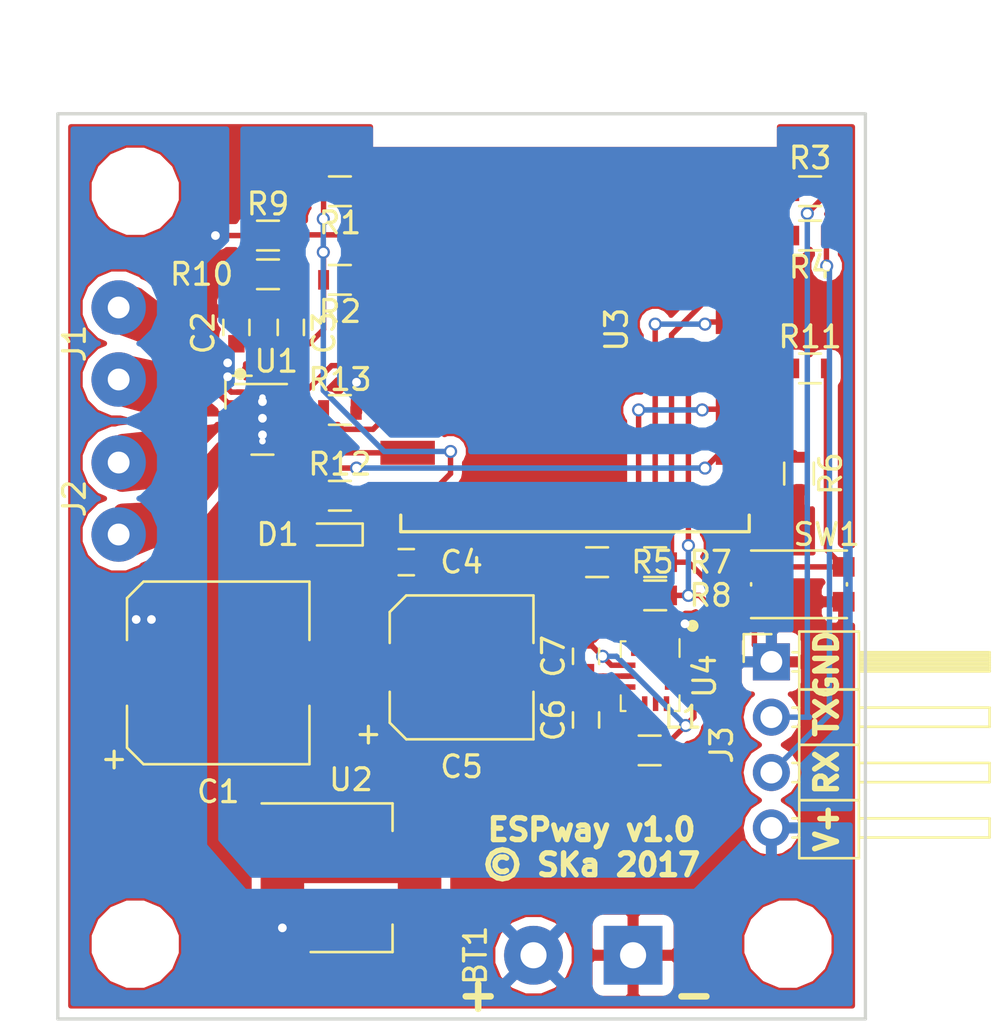
<source format=kicad_pcb>
(kicad_pcb (version 4) (host pcbnew 4.0.7)

  (general
    (links 86)
    (no_connects 0)
    (area 143.180999 78.664999 180.415001 120.344001)
    (thickness 1.6)
    (drawings 13)
    (tracks 241)
    (zones 0)
    (modules 34)
    (nets 30)
  )

  (page A4)
  (layers
    (0 F.Cu signal)
    (31 B.Cu signal)
    (32 B.Adhes user)
    (33 F.Adhes user)
    (34 B.Paste user)
    (35 F.Paste user)
    (36 B.SilkS user)
    (37 F.SilkS user)
    (38 B.Mask user)
    (39 F.Mask user)
    (40 Dwgs.User user)
    (41 Cmts.User user)
    (42 Eco1.User user)
    (43 Eco2.User user)
    (44 Edge.Cuts user)
    (45 Margin user)
    (46 B.CrtYd user hide)
    (47 F.CrtYd user)
    (48 B.Fab user hide)
    (49 F.Fab user hide)
  )

  (setup
    (last_trace_width 0.25)
    (user_trace_width 0.5)
    (trace_clearance 0.16)
    (zone_clearance 0.2)
    (zone_45_only yes)
    (trace_min 0.2)
    (segment_width 0.2)
    (edge_width 0.15)
    (via_size 0.6)
    (via_drill 0.4)
    (via_min_size 0.4)
    (via_min_drill 0.3)
    (uvia_size 0.3)
    (uvia_drill 0.1)
    (uvias_allowed no)
    (uvia_min_size 0.2)
    (uvia_min_drill 0.1)
    (pcb_text_width 0.3)
    (pcb_text_size 1.5 1.5)
    (mod_edge_width 0.15)
    (mod_text_size 1 1)
    (mod_text_width 0.15)
    (pad_size 0.6 0.6)
    (pad_drill 0.3)
    (pad_to_mask_clearance 0.2)
    (aux_axis_origin 0 0)
    (grid_origin 143.256 120.142)
    (visible_elements 7FFCFFFF)
    (pcbplotparams
      (layerselection 0x010f0_80000001)
      (usegerberextensions true)
      (excludeedgelayer true)
      (linewidth 0.100000)
      (plotframeref false)
      (viasonmask false)
      (mode 1)
      (useauxorigin false)
      (hpglpennumber 1)
      (hpglpenspeed 20)
      (hpglpendiameter 15)
      (hpglpenoverlay 2)
      (psnegative false)
      (psa4output false)
      (plotreference true)
      (plotvalue true)
      (plotinvisibletext false)
      (padsonsilk false)
      (subtractmaskfromsilk false)
      (outputformat 1)
      (mirror false)
      (drillshape 0)
      (scaleselection 1)
      (outputdirectory plot/))
  )

  (net 0 "")
  (net 1 +BATT)
  (net 2 GND)
  (net 3 +3V3)
  (net 4 "Net-(C6-Pad1)")
  (net 5 "Net-(J1-Pad1)")
  (net 6 "Net-(J1-Pad2)")
  (net 7 "Net-(J2-Pad1)")
  (net 8 "Net-(J2-Pad2)")
  (net 9 "Net-(J3-Pad2)")
  (net 10 "Net-(J3-Pad3)")
  (net 11 "Net-(R1-Pad1)")
  (net 12 "Net-(R2-Pad1)")
  (net 13 "Net-(R3-Pad2)")
  (net 14 "Net-(R4-Pad2)")
  (net 15 "Net-(R5-Pad2)")
  (net 16 GPIO15)
  (net 17 SCL)
  (net 18 SDA)
  (net 19 ADC)
  (net 20 "Net-(R11-Pad2)")
  (net 21 "Net-(U1-Pad10)")
  (net 22 "Net-(U1-Pad8)")
  (net 23 "Net-(U3-Pad4)")
  (net 24 INT)
  (net 25 "Net-(U4-Pad9)")
  (net 26 "Net-(U4-Pad10)")
  (net 27 "Net-(U4-Pad11)")
  (net 28 "Net-(D1-Pad2)")
  (net 29 "Net-(R13-Pad1)")

  (net_class Default "This is the default net class."
    (clearance 0.16)
    (trace_width 0.25)
    (via_dia 0.6)
    (via_drill 0.4)
    (uvia_dia 0.3)
    (uvia_drill 0.1)
    (add_net +3V3)
    (add_net +BATT)
    (add_net ADC)
    (add_net GND)
    (add_net GPIO15)
    (add_net INT)
    (add_net "Net-(C6-Pad1)")
    (add_net "Net-(D1-Pad2)")
    (add_net "Net-(J1-Pad1)")
    (add_net "Net-(J1-Pad2)")
    (add_net "Net-(J2-Pad1)")
    (add_net "Net-(J2-Pad2)")
    (add_net "Net-(J3-Pad2)")
    (add_net "Net-(J3-Pad3)")
    (add_net "Net-(R1-Pad1)")
    (add_net "Net-(R11-Pad2)")
    (add_net "Net-(R13-Pad1)")
    (add_net "Net-(R2-Pad1)")
    (add_net "Net-(R3-Pad2)")
    (add_net "Net-(R4-Pad2)")
    (add_net "Net-(R5-Pad2)")
    (add_net "Net-(U1-Pad10)")
    (add_net "Net-(U1-Pad8)")
    (add_net "Net-(U3-Pad4)")
    (add_net "Net-(U4-Pad10)")
    (add_net "Net-(U4-Pad11)")
    (add_net "Net-(U4-Pad9)")
    (add_net SCL)
    (add_net SDA)
  )

  (module Mounting_Holes:MountingHole_3.2mm_M3 (layer F.Cu) (tedit 59E3C0F5) (tstamp 59C0109E)
    (at 176.784 116.84)
    (descr "Mounting Hole 3.2mm, no annular, M3")
    (tags "mounting hole 3.2mm no annular m3")
    (attr virtual)
    (fp_text reference REF** (at 0 -4.2) (layer F.SilkS) hide
      (effects (font (size 1 1) (thickness 0.15)))
    )
    (fp_text value MountingHole_2.2mm_M2 (at 0 4.2) (layer F.Fab)
      (effects (font (size 1 1) (thickness 0.15)))
    )
    (fp_text user %R (at 0.3 0) (layer F.Fab)
      (effects (font (size 1 1) (thickness 0.15)))
    )
    (fp_circle (center 0 0) (end 3.2 0) (layer Cmts.User) (width 0.15))
    (fp_circle (center 0 0) (end 3.45 0) (layer F.CrtYd) (width 0.05))
    (pad 1 np_thru_hole circle (at 0 0) (size 3.2 3.2) (drill 3.2) (layers *.Cu *.Mask))
  )

  (module Mounting_Holes:MountingHole_3.2mm_M3 (layer F.Cu) (tedit 59E3BCA0) (tstamp 59C010AD)
    (at 146.812 116.84)
    (descr "Mounting Hole 3.2mm, no annular, M3")
    (tags "mounting hole 3.2mm no annular m3")
    (attr virtual)
    (fp_text reference "" (at 0 -4.2) (layer F.SilkS) hide
      (effects (font (size 1 1) (thickness 0.15)))
    )
    (fp_text value MountingHole_2.2mm_M2 (at 0 4.2) (layer F.Fab)
      (effects (font (size 1 1) (thickness 0.15)))
    )
    (fp_text user %R (at 0.3 0) (layer F.Fab)
      (effects (font (size 1 1) (thickness 0.15)))
    )
    (fp_circle (center 0 0) (end 3.2 0) (layer Cmts.User) (width 0.15))
    (fp_circle (center 0 0) (end 3.45 0) (layer F.CrtYd) (width 0.05))
    (pad 1 np_thru_hole circle (at 0 0) (size 3.2 3.2) (drill 3.2) (layers *.Cu *.Mask))
  )

  (module Mounting_Holes:MountingHole_3.2mm_M3 (layer F.Cu) (tedit 59E3BCB7) (tstamp 59C010E2)
    (at 146.812 82.296)
    (descr "Mounting Hole 3.2mm, no annular, M3")
    (tags "mounting hole 3.2mm no annular m3")
    (attr virtual)
    (fp_text reference REF** (at 0 -4.2) (layer F.SilkS) hide
      (effects (font (size 1 1) (thickness 0.15)))
    )
    (fp_text value MountingHole_2.2mm_M2 (at 0 4.2) (layer F.Fab)
      (effects (font (size 1 1) (thickness 0.15)))
    )
    (fp_text user %R (at 0.3 0) (layer F.Fab)
      (effects (font (size 1 1) (thickness 0.15)))
    )
    (fp_circle (center 0 0) (end 3.2 0) (layer Cmts.User) (width 0.15))
    (fp_circle (center 0 0) (end 3.45 0) (layer F.CrtYd) (width 0.05))
    (pad 1 np_thru_hole circle (at 0 0) (size 3.2 3.2) (drill 3.2) (layers *.Cu *.Mask))
  )

  (module ESP8266:ESP-12E_SMD (layer F.Cu) (tedit 59BE74A9) (tstamp 59BAF72F)
    (at 160.02 82.296)
    (descr "Module, ESP-8266, ESP-12, 16 pad, SMD")
    (tags "Module ESP-8266 ESP8266")
    (path /59B685FC)
    (fp_text reference U3 (at 8.89 6.35 90) (layer F.SilkS)
      (effects (font (size 1 1) (thickness 0.15)))
    )
    (fp_text value ESP-12E (at 5.08 6.35 90) (layer F.Fab) hide
      (effects (font (size 1 1) (thickness 0.15)))
    )
    (fp_line (start -2.25 -0.5) (end -2.25 -8.75) (layer F.CrtYd) (width 0.05))
    (fp_line (start -2.25 -8.75) (end 15.25 -8.75) (layer F.CrtYd) (width 0.05))
    (fp_line (start 15.25 -8.75) (end 16.25 -8.75) (layer F.CrtYd) (width 0.05))
    (fp_line (start 16.25 -8.75) (end 16.25 16) (layer F.CrtYd) (width 0.05))
    (fp_line (start 16.25 16) (end -2.25 16) (layer F.CrtYd) (width 0.05))
    (fp_line (start -2.25 16) (end -2.25 -0.5) (layer F.CrtYd) (width 0.05))
    (fp_line (start -1.016 -8.382) (end 14.986 -8.382) (layer F.CrtYd) (width 0.1524))
    (fp_line (start 14.986 -8.382) (end 14.986 -0.889) (layer F.CrtYd) (width 0.1524))
    (fp_line (start -1.016 -8.382) (end -1.016 -1.016) (layer F.CrtYd) (width 0.1524))
    (fp_line (start -1.016 14.859) (end -1.016 15.621) (layer F.SilkS) (width 0.1524))
    (fp_line (start -1.016 15.621) (end 14.986 15.621) (layer F.SilkS) (width 0.1524))
    (fp_line (start 14.986 15.621) (end 14.986 14.859) (layer F.SilkS) (width 0.1524))
    (fp_line (start 14.992 -8.4) (end -1.008 -2.6) (layer F.CrtYd) (width 0.1524))
    (fp_line (start -1.008 -8.4) (end 14.992 -2.6) (layer F.CrtYd) (width 0.1524))
    (fp_text user "No Copper" (at 6.892 -5.4) (layer F.CrtYd)
      (effects (font (size 1 1) (thickness 0.15)))
    )
    (fp_line (start -1.008 -2.6) (end 14.992 -2.6) (layer F.CrtYd) (width 0.1524))
    (fp_line (start 15 -8.4) (end 15 15.6) (layer F.Fab) (width 0.05))
    (fp_line (start 14.992 15.6) (end -1.008 15.6) (layer F.Fab) (width 0.05))
    (fp_line (start -1.008 15.6) (end -1.008 -8.4) (layer F.Fab) (width 0.05))
    (fp_line (start -1.008 -8.4) (end 14.992 -8.4) (layer F.Fab) (width 0.05))
    (pad 1 smd rect (at 0 0) (size 2.5 1.1) (drill (offset -0.7 0)) (layers F.Cu F.Paste F.Mask)
      (net 11 "Net-(R1-Pad1)"))
    (pad 2 smd rect (at 0 2) (size 2.5 1.1) (drill (offset -0.7 0)) (layers F.Cu F.Paste F.Mask)
      (net 19 ADC))
    (pad 3 smd rect (at 0 4) (size 2.5 1.1) (drill (offset -0.7 0)) (layers F.Cu F.Paste F.Mask)
      (net 12 "Net-(R2-Pad1)"))
    (pad 4 smd rect (at 0 6) (size 2.5 1.1) (drill (offset -0.7 0)) (layers F.Cu F.Paste F.Mask)
      (net 23 "Net-(U3-Pad4)"))
    (pad 5 smd rect (at 0 8) (size 2.5 1.1) (drill (offset -0.7 0)) (layers F.Cu F.Paste F.Mask)
      (net 21 "Net-(U1-Pad10)"))
    (pad 6 smd rect (at 0 10) (size 2.5 1.1) (drill (offset -0.7 0)) (layers F.Cu F.Paste F.Mask)
      (net 29 "Net-(R13-Pad1)"))
    (pad 7 smd rect (at 0 12) (size 2.5 1.1) (drill (offset -0.7 0)) (layers F.Cu F.Paste F.Mask)
      (net 22 "Net-(U1-Pad8)"))
    (pad 8 smd rect (at 0 14) (size 2.5 1.1) (drill (offset -0.7 0)) (layers F.Cu F.Paste F.Mask)
      (net 3 +3V3))
    (pad 9 smd rect (at 14 14) (size 2.5 1.1) (drill (offset 0.7 0)) (layers F.Cu F.Paste F.Mask)
      (net 2 GND))
    (pad 10 smd rect (at 14 12) (size 2.5 1.1) (drill (offset 0.7 0)) (layers F.Cu F.Paste F.Mask)
      (net 16 GPIO15))
    (pad 11 smd rect (at 14 10) (size 2.5 1.1) (drill (offset 0.7 0)) (layers F.Cu F.Paste F.Mask)
      (net 15 "Net-(R5-Pad2)"))
    (pad 12 smd rect (at 14 8) (size 2.5 1.1) (drill (offset 0.7 0)) (layers F.Cu F.Paste F.Mask)
      (net 18 SDA))
    (pad 13 smd rect (at 14 6) (size 2.5 1.1) (drill (offset 0.7 0)) (layers F.Cu F.Paste F.Mask)
      (net 24 INT))
    (pad 14 smd rect (at 14 4) (size 2.5 1.1) (drill (offset 0.7 0)) (layers F.Cu F.Paste F.Mask)
      (net 17 SCL))
    (pad 15 smd rect (at 14 2) (size 2.5 1.1) (drill (offset 0.7 0)) (layers F.Cu F.Paste F.Mask)
      (net 14 "Net-(R4-Pad2)"))
    (pad 16 smd rect (at 14 0) (size 2.5 1.1) (drill (offset 0.7 0)) (layers F.Cu F.Paste F.Mask)
      (net 13 "Net-(R3-Pad2)"))
    (model ${ESPLIB}/ESP8266.3dshapes/ESP-12.wrl
      (at (xyz 0 0 0))
      (scale (xyz 0.3937 0.3937 0.3937))
      (rotate (xyz 0 0 0))
    )
  )

  (module Wire_Connections_Bridges:WireConnection_1.20mmDrill (layer F.Cu) (tedit 59E3C119) (tstamp 59BAF668)
    (at 165.1 117.348)
    (descr "WireConnection with 1.2mm drill")
    (path /59BA67C3)
    (fp_text reference BT1 (at -2.667 0 90) (layer F.SilkS)
      (effects (font (size 1 1) (thickness 0.15)))
    )
    (fp_text value "4.8V (4*AAA NiMH)" (at 5.08 3.81) (layer F.Fab)
      (effects (font (size 1 1) (thickness 0.15)))
    )
    (fp_line (start 14.0716 -3.7592) (end 13.8684 -3.6576) (layer Cmts.User) (width 0.381))
    (fp_line (start 13.8684 -3.6576) (end 13.6398 -3.6576) (layer Cmts.User) (width 0.381))
    (fp_line (start 13.6398 -3.6576) (end 13.4366 -3.7592) (layer Cmts.User) (width 0.381))
    (fp_line (start 13.4366 -3.7592) (end 13.3604 -4.1148) (layer Cmts.User) (width 0.381))
    (fp_line (start 13.3604 -4.1148) (end 13.3604 -4.572) (layer Cmts.User) (width 0.381))
    (fp_line (start 13.3604 -4.572) (end 13.462 -4.6482) (layer Cmts.User) (width 0.381))
    (fp_line (start 13.462 -4.6482) (end 13.7668 -4.7244) (layer Cmts.User) (width 0.381))
    (fp_line (start 13.7668 -4.7244) (end 13.9954 -4.6736) (layer Cmts.User) (width 0.381))
    (fp_line (start 13.9954 -4.6736) (end 14.0462 -4.318) (layer Cmts.User) (width 0.381))
    (fp_line (start 14.0462 -4.318) (end 13.4366 -4.191) (layer Cmts.User) (width 0.381))
    (fp_line (start 13.4366 -4.191) (end 13.4366 -4.2418) (layer Cmts.User) (width 0.381))
    (fp_line (start 12.7508 -3.7084) (end 12.4206 -3.7084) (layer Cmts.User) (width 0.381))
    (fp_line (start 12.4206 -3.7084) (end 12.2174 -3.7084) (layer Cmts.User) (width 0.381))
    (fp_line (start 12.2174 -3.7084) (end 12.0396 -3.8608) (layer Cmts.User) (width 0.381))
    (fp_line (start 12.0396 -3.8608) (end 12.0396 -4.2418) (layer Cmts.User) (width 0.381))
    (fp_line (start 12.0396 -4.2418) (end 12.1412 -4.572) (layer Cmts.User) (width 0.381))
    (fp_line (start 12.1412 -4.572) (end 12.2936 -4.6482) (layer Cmts.User) (width 0.381))
    (fp_line (start 12.2936 -4.6482) (end 12.573 -4.6482) (layer Cmts.User) (width 0.381))
    (fp_line (start 12.573 -4.6482) (end 12.7508 -4.572) (layer Cmts.User) (width 0.381))
    (fp_line (start 12.7508 -4.572) (end 12.7762 -4.2672) (layer Cmts.User) (width 0.381))
    (fp_line (start 12.7762 -4.2672) (end 12.1412 -4.2418) (layer Cmts.User) (width 0.381))
    (fp_line (start 11.2268 -4.5212) (end 11.6078 -4.6736) (layer Cmts.User) (width 0.381))
    (fp_line (start 11.6078 -4.6736) (end 11.6332 -4.6736) (layer Cmts.User) (width 0.381))
    (fp_line (start 11.2014 -4.7244) (end 11.2014 -3.6576) (layer Cmts.User) (width 0.381))
    (fp_line (start 9.9822 -4.6736) (end 10.668 -4.7244) (layer Cmts.User) (width 0.381))
    (fp_line (start 10.7188 -5.207) (end 10.541 -5.207) (layer Cmts.User) (width 0.381))
    (fp_line (start 10.541 -5.207) (end 10.3886 -5.08) (layer Cmts.User) (width 0.381))
    (fp_line (start 10.3886 -5.08) (end 10.3378 -3.7084) (layer Cmts.User) (width 0.381))
    (fp_line (start 8.4328 -4.5974) (end 8.3058 -4.6736) (layer Cmts.User) (width 0.381))
    (fp_line (start 8.3058 -4.6736) (end 8.0264 -4.6736) (layer Cmts.User) (width 0.381))
    (fp_line (start 8.0264 -4.6736) (end 7.874 -4.445) (layer Cmts.User) (width 0.381))
    (fp_line (start 7.874 -4.445) (end 7.8994 -4.2672) (layer Cmts.User) (width 0.381))
    (fp_line (start 7.8994 -4.2672) (end 8.1788 -4.191) (layer Cmts.User) (width 0.381))
    (fp_line (start 8.1788 -4.191) (end 8.4328 -4.1148) (layer Cmts.User) (width 0.381))
    (fp_line (start 8.4328 -4.1148) (end 8.4836 -3.8354) (layer Cmts.User) (width 0.381))
    (fp_line (start 8.4836 -3.8354) (end 8.2804 -3.6576) (layer Cmts.User) (width 0.381))
    (fp_line (start 8.2804 -3.6576) (end 7.8994 -3.7084) (layer Cmts.User) (width 0.381))
    (fp_line (start 7.1628 -3.6576) (end 6.8072 -3.7592) (layer Cmts.User) (width 0.381))
    (fp_line (start 6.8072 -3.7592) (end 6.604 -3.8354) (layer Cmts.User) (width 0.381))
    (fp_line (start 6.604 -3.8354) (end 6.477 -4.1656) (layer Cmts.User) (width 0.381))
    (fp_line (start 6.477 -4.1656) (end 6.477 -4.4704) (layer Cmts.User) (width 0.381))
    (fp_line (start 6.477 -4.4704) (end 6.6802 -4.6736) (layer Cmts.User) (width 0.381))
    (fp_line (start 6.6802 -4.6736) (end 7.0104 -4.7244) (layer Cmts.User) (width 0.381))
    (fp_line (start 7.2136 -5.207) (end 7.2136 -3.6576) (layer Cmts.User) (width 0.381))
    (fp_line (start 5.715 -3.6576) (end 5.2578 -3.7084) (layer Cmts.User) (width 0.381))
    (fp_line (start 5.2578 -3.7084) (end 5.1054 -3.9116) (layer Cmts.User) (width 0.381))
    (fp_line (start 5.1054 -3.9116) (end 5.1308 -4.191) (layer Cmts.User) (width 0.381))
    (fp_line (start 5.1308 -4.191) (end 5.842 -4.2418) (layer Cmts.User) (width 0.381))
    (fp_line (start 5.1054 -4.572) (end 5.3848 -4.7244) (layer Cmts.User) (width 0.381))
    (fp_line (start 5.3848 -4.7244) (end 5.6388 -4.6482) (layer Cmts.User) (width 0.381))
    (fp_line (start 5.6388 -4.6482) (end 5.7912 -4.4704) (layer Cmts.User) (width 0.381))
    (fp_line (start 5.7912 -4.4704) (end 5.842 -3.6322) (layer Cmts.User) (width 0.381))
    (fp_line (start 3.6068 -3.6576) (end 3.6322 -5.2578) (layer Cmts.User) (width 0.381))
    (fp_line (start 3.6322 -5.2578) (end 4.0894 -5.2578) (layer Cmts.User) (width 0.381))
    (fp_line (start 4.0894 -5.2578) (end 4.3688 -5.1308) (layer Cmts.User) (width 0.381))
    (fp_line (start 4.3688 -5.1308) (end 4.4958 -4.8768) (layer Cmts.User) (width 0.381))
    (fp_line (start 4.4958 -4.8768) (end 4.4958 -4.5974) (layer Cmts.User) (width 0.381))
    (fp_line (start 4.4958 -4.5974) (end 4.3688 -4.3942) (layer Cmts.User) (width 0.381))
    (fp_line (start 4.3688 -4.3942) (end 4.0894 -4.445) (layer Cmts.User) (width 0.381))
    (fp_line (start 4.0894 -4.445) (end 3.6322 -4.445) (layer Cmts.User) (width 0.381))
    (fp_line (start 1.778 -3.7592) (end 1.524 -3.6576) (layer Cmts.User) (width 0.381))
    (fp_line (start 1.524 -3.6576) (end 1.27 -3.7592) (layer Cmts.User) (width 0.381))
    (fp_line (start 1.27 -3.7592) (end 1.1176 -3.9116) (layer Cmts.User) (width 0.381))
    (fp_line (start 1.1176 -3.9116) (end 1.0414 -4.318) (layer Cmts.User) (width 0.381))
    (fp_line (start 1.0414 -4.318) (end 1.1684 -4.572) (layer Cmts.User) (width 0.381))
    (fp_line (start 1.1684 -4.572) (end 1.3716 -4.6736) (layer Cmts.User) (width 0.381))
    (fp_line (start 1.3716 -4.6736) (end 1.651 -4.6482) (layer Cmts.User) (width 0.381))
    (fp_line (start 1.651 -4.6482) (end 1.8034 -4.5212) (layer Cmts.User) (width 0.381))
    (fp_line (start 1.8034 -4.5212) (end 1.8034 -4.318) (layer Cmts.User) (width 0.381))
    (fp_line (start 1.8034 -4.318) (end 1.1684 -4.2418) (layer Cmts.User) (width 0.381))
    (fp_line (start -0.1524 -4.7244) (end 0.3048 -3.6576) (layer Cmts.User) (width 0.381))
    (fp_line (start 0.3048 -3.6576) (end 0.5842 -4.6736) (layer Cmts.User) (width 0.381))
    (fp_line (start 0.5842 -4.6736) (end 0.5588 -4.6736) (layer Cmts.User) (width 0.381))
    (fp_line (start -1.4732 -4.3942) (end -1.4732 -3.9116) (layer Cmts.User) (width 0.381))
    (fp_line (start -1.4732 -3.9116) (end -1.27 -3.7084) (layer Cmts.User) (width 0.381))
    (fp_line (start -1.27 -3.7084) (end -1.0414 -3.6576) (layer Cmts.User) (width 0.381))
    (fp_line (start -1.0414 -3.6576) (end -0.762 -3.7846) (layer Cmts.User) (width 0.381))
    (fp_line (start -0.762 -3.7846) (end -0.6604 -3.9878) (layer Cmts.User) (width 0.381))
    (fp_line (start -0.6604 -3.9878) (end -0.6604 -4.445) (layer Cmts.User) (width 0.381))
    (fp_line (start -0.6604 -4.445) (end -0.8382 -4.6482) (layer Cmts.User) (width 0.381))
    (fp_line (start -0.8382 -4.6482) (end -1.1176 -4.7244) (layer Cmts.User) (width 0.381))
    (fp_line (start -1.1176 -4.7244) (end -1.4478 -4.4704) (layer Cmts.User) (width 0.381))
    (fp_line (start -3.0988 -3.6322) (end -3.0988 -5.2578) (layer Cmts.User) (width 0.381))
    (fp_line (start -3.0988 -5.2578) (end -2.6162 -4.1148) (layer Cmts.User) (width 0.381))
    (fp_line (start -2.6162 -4.1148) (end -2.1336 -5.1816) (layer Cmts.User) (width 0.381))
    (fp_line (start -2.1336 -5.1816) (end -2.1336 -3.6322) (layer Cmts.User) (width 0.381))
    (pad 1 thru_hole circle (at 0 0) (size 2.70002 2.70002) (drill 1.19888) (layers *.Cu *.Mask)
      (net 1 +BATT))
    (pad 2 thru_hole rect (at 4.572 0) (size 2.70002 2.70002) (drill 1.19888) (layers *.Cu *.Mask)
      (net 2 GND))
  )

  (module Capacitors_SMD:CP_Elec_8x10 (layer F.Cu) (tedit 58AA9153) (tstamp 59BAF66E)
    (at 150.622 104.394)
    (descr "SMT capacitor, aluminium electrolytic, 8x10")
    (path /59BA4F25)
    (attr smd)
    (fp_text reference C1 (at 0 5.45) (layer F.SilkS)
      (effects (font (size 1 1) (thickness 0.15)))
    )
    (fp_text value 470u (at 0 -5.45) (layer F.Fab)
      (effects (font (size 1 1) (thickness 0.15)))
    )
    (fp_circle (center 0 0) (end -0.6 3.9) (layer F.Fab) (width 0.1))
    (fp_text user + (at -2.31 -0.08) (layer F.Fab)
      (effects (font (size 1 1) (thickness 0.15)))
    )
    (fp_text user + (at -4.78 3.9) (layer F.SilkS)
      (effects (font (size 1 1) (thickness 0.15)))
    )
    (fp_text user %R (at 0 5.45) (layer F.Fab)
      (effects (font (size 1 1) (thickness 0.15)))
    )
    (fp_line (start 4.04 4.04) (end 4.04 -4.04) (layer F.Fab) (width 0.1))
    (fp_line (start -3.37 4.04) (end 4.04 4.04) (layer F.Fab) (width 0.1))
    (fp_line (start -4.04 3.37) (end -3.37 4.04) (layer F.Fab) (width 0.1))
    (fp_line (start -4.04 -3.37) (end -4.04 3.37) (layer F.Fab) (width 0.1))
    (fp_line (start -3.37 -4.04) (end -4.04 -3.37) (layer F.Fab) (width 0.1))
    (fp_line (start 4.04 -4.04) (end -3.37 -4.04) (layer F.Fab) (width 0.1))
    (fp_line (start 4.19 4.19) (end 4.19 1.51) (layer F.SilkS) (width 0.12))
    (fp_line (start 4.19 -4.19) (end 4.19 -1.51) (layer F.SilkS) (width 0.12))
    (fp_line (start -4.19 -3.43) (end -4.19 -1.51) (layer F.SilkS) (width 0.12))
    (fp_line (start -4.19 3.43) (end -4.19 1.51) (layer F.SilkS) (width 0.12))
    (fp_line (start 4.19 4.19) (end -3.43 4.19) (layer F.SilkS) (width 0.12))
    (fp_line (start -3.43 4.19) (end -4.19 3.43) (layer F.SilkS) (width 0.12))
    (fp_line (start -4.19 -3.43) (end -3.43 -4.19) (layer F.SilkS) (width 0.12))
    (fp_line (start -3.43 -4.19) (end 4.19 -4.19) (layer F.SilkS) (width 0.12))
    (fp_line (start -5.3 -4.29) (end 5.3 -4.29) (layer F.CrtYd) (width 0.05))
    (fp_line (start -5.3 -4.29) (end -5.3 4.29) (layer F.CrtYd) (width 0.05))
    (fp_line (start 5.3 4.29) (end 5.3 -4.29) (layer F.CrtYd) (width 0.05))
    (fp_line (start 5.3 4.29) (end -5.3 4.29) (layer F.CrtYd) (width 0.05))
    (pad 1 smd rect (at -3.05 0 180) (size 4 2.5) (layers F.Cu F.Paste F.Mask)
      (net 1 +BATT))
    (pad 2 smd rect (at 3.05 0 180) (size 4 2.5) (layers F.Cu F.Paste F.Mask)
      (net 2 GND))
    (model Capacitors_SMD.3dshapes/CP_Elec_8x10.wrl
      (at (xyz 0 0 0))
      (scale (xyz 1 1 1))
      (rotate (xyz 0 0 180))
    )
  )

  (module Capacitors_SMD:C_0603 (layer F.Cu) (tedit 59C15194) (tstamp 59BAF674)
    (at 151.456 88.542 270)
    (descr "Capacitor SMD 0603, reflow soldering, AVX (see smccp.pdf)")
    (tags "capacitor 0603")
    (path /59BA4E69)
    (attr smd)
    (fp_text reference C2 (at 0.254 1.524 270) (layer F.SilkS)
      (effects (font (size 1 1) (thickness 0.15)))
    )
    (fp_text value 100n (at 0 1.5 270) (layer F.Fab)
      (effects (font (size 1 1) (thickness 0.15)))
    )
    (fp_text user %R (at 0 -1.5 270) (layer F.Fab)
      (effects (font (size 1 1) (thickness 0.15)))
    )
    (fp_line (start -0.8 0.4) (end -0.8 -0.4) (layer F.Fab) (width 0.1))
    (fp_line (start 0.8 0.4) (end -0.8 0.4) (layer F.Fab) (width 0.1))
    (fp_line (start 0.8 -0.4) (end 0.8 0.4) (layer F.Fab) (width 0.1))
    (fp_line (start -0.8 -0.4) (end 0.8 -0.4) (layer F.Fab) (width 0.1))
    (fp_line (start -0.35 -0.6) (end 0.35 -0.6) (layer F.SilkS) (width 0.12))
    (fp_line (start 0.35 0.6) (end -0.35 0.6) (layer F.SilkS) (width 0.12))
    (fp_line (start -1.4 -0.65) (end 1.4 -0.65) (layer F.CrtYd) (width 0.05))
    (fp_line (start -1.4 -0.65) (end -1.4 0.65) (layer F.CrtYd) (width 0.05))
    (fp_line (start 1.4 0.65) (end 1.4 -0.65) (layer F.CrtYd) (width 0.05))
    (fp_line (start 1.4 0.65) (end -1.4 0.65) (layer F.CrtYd) (width 0.05))
    (pad 1 smd rect (at -0.75 0 270) (size 0.8 0.75) (layers F.Cu F.Paste F.Mask)
      (net 2 GND))
    (pad 2 smd rect (at 0.75 0 270) (size 0.8 0.75) (layers F.Cu F.Paste F.Mask)
      (net 1 +BATT))
    (model Capacitors_SMD.3dshapes/C_0603.wrl
      (at (xyz 0 0 0))
      (scale (xyz 1 1 1))
      (rotate (xyz 0 0 0))
    )
  )

  (module Capacitors_SMD:C_0603 (layer F.Cu) (tedit 59C1518C) (tstamp 59BAF67A)
    (at 153.956 88.542 270)
    (descr "Capacitor SMD 0603, reflow soldering, AVX (see smccp.pdf)")
    (tags "capacitor 0603")
    (path /59BA4ED2)
    (attr smd)
    (fp_text reference C3 (at 0.254 -1.524 270) (layer F.SilkS)
      (effects (font (size 1 1) (thickness 0.15)))
    )
    (fp_text value 100n (at 0 1.5 270) (layer F.Fab)
      (effects (font (size 1 1) (thickness 0.15)))
    )
    (fp_text user %R (at 0 -1.5 270) (layer F.Fab)
      (effects (font (size 1 1) (thickness 0.15)))
    )
    (fp_line (start -0.8 0.4) (end -0.8 -0.4) (layer F.Fab) (width 0.1))
    (fp_line (start 0.8 0.4) (end -0.8 0.4) (layer F.Fab) (width 0.1))
    (fp_line (start 0.8 -0.4) (end 0.8 0.4) (layer F.Fab) (width 0.1))
    (fp_line (start -0.8 -0.4) (end 0.8 -0.4) (layer F.Fab) (width 0.1))
    (fp_line (start -0.35 -0.6) (end 0.35 -0.6) (layer F.SilkS) (width 0.12))
    (fp_line (start 0.35 0.6) (end -0.35 0.6) (layer F.SilkS) (width 0.12))
    (fp_line (start -1.4 -0.65) (end 1.4 -0.65) (layer F.CrtYd) (width 0.05))
    (fp_line (start -1.4 -0.65) (end -1.4 0.65) (layer F.CrtYd) (width 0.05))
    (fp_line (start 1.4 0.65) (end 1.4 -0.65) (layer F.CrtYd) (width 0.05))
    (fp_line (start 1.4 0.65) (end -1.4 0.65) (layer F.CrtYd) (width 0.05))
    (pad 1 smd rect (at -0.75 0 270) (size 0.8 0.75) (layers F.Cu F.Paste F.Mask)
      (net 2 GND))
    (pad 2 smd rect (at 0.75 0 270) (size 0.8 0.75) (layers F.Cu F.Paste F.Mask)
      (net 3 +3V3))
    (model Capacitors_SMD.3dshapes/C_0603.wrl
      (at (xyz 0 0 0))
      (scale (xyz 1 1 1))
      (rotate (xyz 0 0 0))
    )
  )

  (module Capacitors_SMD:C_0603 (layer F.Cu) (tedit 59C151A5) (tstamp 59BAF680)
    (at 159.258 99.314 180)
    (descr "Capacitor SMD 0603, reflow soldering, AVX (see smccp.pdf)")
    (tags "capacitor 0603")
    (path /59B6CF25)
    (attr smd)
    (fp_text reference C4 (at -2.54 0 180) (layer F.SilkS)
      (effects (font (size 1 1) (thickness 0.15)))
    )
    (fp_text value 100n (at 0 1.5 180) (layer F.Fab)
      (effects (font (size 1 1) (thickness 0.15)))
    )
    (fp_text user %R (at 0 -1.5 180) (layer F.Fab)
      (effects (font (size 1 1) (thickness 0.15)))
    )
    (fp_line (start -0.8 0.4) (end -0.8 -0.4) (layer F.Fab) (width 0.1))
    (fp_line (start 0.8 0.4) (end -0.8 0.4) (layer F.Fab) (width 0.1))
    (fp_line (start 0.8 -0.4) (end 0.8 0.4) (layer F.Fab) (width 0.1))
    (fp_line (start -0.8 -0.4) (end 0.8 -0.4) (layer F.Fab) (width 0.1))
    (fp_line (start -0.35 -0.6) (end 0.35 -0.6) (layer F.SilkS) (width 0.12))
    (fp_line (start 0.35 0.6) (end -0.35 0.6) (layer F.SilkS) (width 0.12))
    (fp_line (start -1.4 -0.65) (end 1.4 -0.65) (layer F.CrtYd) (width 0.05))
    (fp_line (start -1.4 -0.65) (end -1.4 0.65) (layer F.CrtYd) (width 0.05))
    (fp_line (start 1.4 0.65) (end 1.4 -0.65) (layer F.CrtYd) (width 0.05))
    (fp_line (start 1.4 0.65) (end -1.4 0.65) (layer F.CrtYd) (width 0.05))
    (pad 1 smd rect (at -0.75 0 180) (size 0.8 0.75) (layers F.Cu F.Paste F.Mask)
      (net 3 +3V3))
    (pad 2 smd rect (at 0.75 0 180) (size 0.8 0.75) (layers F.Cu F.Paste F.Mask)
      (net 2 GND))
    (model Capacitors_SMD.3dshapes/C_0603.wrl
      (at (xyz 0 0 0))
      (scale (xyz 1 1 1))
      (rotate (xyz 0 0 0))
    )
  )

  (module Capacitors_SMD:CP_Elec_6.3x5.8 (layer F.Cu) (tedit 58AA8B59) (tstamp 59BAF686)
    (at 161.798 104.14)
    (descr "SMT capacitor, aluminium electrolytic, 6.3x5.8")
    (path /59B95999)
    (attr smd)
    (fp_text reference C5 (at 0 4.56) (layer F.SilkS)
      (effects (font (size 1 1) (thickness 0.15)))
    )
    (fp_text value 100u (at 0 -4.56) (layer F.Fab)
      (effects (font (size 1 1) (thickness 0.15)))
    )
    (fp_circle (center 0 0) (end 0.5 3) (layer F.Fab) (width 0.1))
    (fp_text user + (at -1.75 -0.08) (layer F.Fab)
      (effects (font (size 1 1) (thickness 0.15)))
    )
    (fp_text user + (at -4.28 3.01) (layer F.SilkS)
      (effects (font (size 1 1) (thickness 0.15)))
    )
    (fp_text user %R (at 0 4.56) (layer F.Fab)
      (effects (font (size 1 1) (thickness 0.15)))
    )
    (fp_line (start 3.15 3.15) (end 3.15 -3.15) (layer F.Fab) (width 0.1))
    (fp_line (start -2.48 3.15) (end 3.15 3.15) (layer F.Fab) (width 0.1))
    (fp_line (start -3.15 2.48) (end -2.48 3.15) (layer F.Fab) (width 0.1))
    (fp_line (start -3.15 -2.48) (end -3.15 2.48) (layer F.Fab) (width 0.1))
    (fp_line (start -2.48 -3.15) (end -3.15 -2.48) (layer F.Fab) (width 0.1))
    (fp_line (start 3.15 -3.15) (end -2.48 -3.15) (layer F.Fab) (width 0.1))
    (fp_line (start 3.3 3.3) (end 3.3 1.12) (layer F.SilkS) (width 0.12))
    (fp_line (start 3.3 -3.3) (end 3.3 -1.12) (layer F.SilkS) (width 0.12))
    (fp_line (start -3.3 2.54) (end -3.3 1.12) (layer F.SilkS) (width 0.12))
    (fp_line (start -3.3 -2.54) (end -3.3 -1.12) (layer F.SilkS) (width 0.12))
    (fp_line (start 3.3 3.3) (end -2.54 3.3) (layer F.SilkS) (width 0.12))
    (fp_line (start -2.54 3.3) (end -3.3 2.54) (layer F.SilkS) (width 0.12))
    (fp_line (start -3.3 -2.54) (end -2.54 -3.3) (layer F.SilkS) (width 0.12))
    (fp_line (start -2.54 -3.3) (end 3.3 -3.3) (layer F.SilkS) (width 0.12))
    (fp_line (start -4.7 -3.4) (end 4.7 -3.4) (layer F.CrtYd) (width 0.05))
    (fp_line (start -4.7 -3.4) (end -4.7 3.4) (layer F.CrtYd) (width 0.05))
    (fp_line (start 4.7 3.4) (end 4.7 -3.4) (layer F.CrtYd) (width 0.05))
    (fp_line (start 4.7 3.4) (end -4.7 3.4) (layer F.CrtYd) (width 0.05))
    (pad 1 smd rect (at -2.7 0 180) (size 3.5 1.6) (layers F.Cu F.Paste F.Mask)
      (net 3 +3V3))
    (pad 2 smd rect (at 2.7 0 180) (size 3.5 1.6) (layers F.Cu F.Paste F.Mask)
      (net 2 GND))
    (model Capacitors_SMD.3dshapes/CP_Elec_6.3x5.8.wrl
      (at (xyz 0 0 0))
      (scale (xyz 1 1 1))
      (rotate (xyz 0 0 180))
    )
  )

  (module Capacitors_SMD:C_0603 (layer F.Cu) (tedit 58AA844E) (tstamp 59BAF68C)
    (at 167.513 106.553 90)
    (descr "Capacitor SMD 0603, reflow soldering, AVX (see smccp.pdf)")
    (tags "capacitor 0603")
    (path /59B83BA1)
    (attr smd)
    (fp_text reference C6 (at 0 -1.5 90) (layer F.SilkS)
      (effects (font (size 1 1) (thickness 0.15)))
    )
    (fp_text value 100n (at 0 1.5 90) (layer F.Fab)
      (effects (font (size 1 1) (thickness 0.15)))
    )
    (fp_text user %R (at 0 -1.5 90) (layer F.Fab)
      (effects (font (size 1 1) (thickness 0.15)))
    )
    (fp_line (start -0.8 0.4) (end -0.8 -0.4) (layer F.Fab) (width 0.1))
    (fp_line (start 0.8 0.4) (end -0.8 0.4) (layer F.Fab) (width 0.1))
    (fp_line (start 0.8 -0.4) (end 0.8 0.4) (layer F.Fab) (width 0.1))
    (fp_line (start -0.8 -0.4) (end 0.8 -0.4) (layer F.Fab) (width 0.1))
    (fp_line (start -0.35 -0.6) (end 0.35 -0.6) (layer F.SilkS) (width 0.12))
    (fp_line (start 0.35 0.6) (end -0.35 0.6) (layer F.SilkS) (width 0.12))
    (fp_line (start -1.4 -0.65) (end 1.4 -0.65) (layer F.CrtYd) (width 0.05))
    (fp_line (start -1.4 -0.65) (end -1.4 0.65) (layer F.CrtYd) (width 0.05))
    (fp_line (start 1.4 0.65) (end 1.4 -0.65) (layer F.CrtYd) (width 0.05))
    (fp_line (start 1.4 0.65) (end -1.4 0.65) (layer F.CrtYd) (width 0.05))
    (pad 1 smd rect (at -0.75 0 90) (size 0.8 0.75) (layers F.Cu F.Paste F.Mask)
      (net 4 "Net-(C6-Pad1)"))
    (pad 2 smd rect (at 0.75 0 90) (size 0.8 0.75) (layers F.Cu F.Paste F.Mask)
      (net 2 GND))
    (model Capacitors_SMD.3dshapes/C_0603.wrl
      (at (xyz 0 0 0))
      (scale (xyz 1 1 1))
      (rotate (xyz 0 0 0))
    )
  )

  (module Capacitors_SMD:C_0603 (layer F.Cu) (tedit 58AA844E) (tstamp 59BAF692)
    (at 167.513 103.632 90)
    (descr "Capacitor SMD 0603, reflow soldering, AVX (see smccp.pdf)")
    (tags "capacitor 0603")
    (path /59B844CC)
    (attr smd)
    (fp_text reference C7 (at 0 -1.5 90) (layer F.SilkS)
      (effects (font (size 1 1) (thickness 0.15)))
    )
    (fp_text value 100n (at 0 1.5 90) (layer F.Fab)
      (effects (font (size 1 1) (thickness 0.15)))
    )
    (fp_text user %R (at 0 -1.5 90) (layer F.Fab)
      (effects (font (size 1 1) (thickness 0.15)))
    )
    (fp_line (start -0.8 0.4) (end -0.8 -0.4) (layer F.Fab) (width 0.1))
    (fp_line (start 0.8 0.4) (end -0.8 0.4) (layer F.Fab) (width 0.1))
    (fp_line (start 0.8 -0.4) (end 0.8 0.4) (layer F.Fab) (width 0.1))
    (fp_line (start -0.8 -0.4) (end 0.8 -0.4) (layer F.Fab) (width 0.1))
    (fp_line (start -0.35 -0.6) (end 0.35 -0.6) (layer F.SilkS) (width 0.12))
    (fp_line (start 0.35 0.6) (end -0.35 0.6) (layer F.SilkS) (width 0.12))
    (fp_line (start -1.4 -0.65) (end 1.4 -0.65) (layer F.CrtYd) (width 0.05))
    (fp_line (start -1.4 -0.65) (end -1.4 0.65) (layer F.CrtYd) (width 0.05))
    (fp_line (start 1.4 0.65) (end 1.4 -0.65) (layer F.CrtYd) (width 0.05))
    (fp_line (start 1.4 0.65) (end -1.4 0.65) (layer F.CrtYd) (width 0.05))
    (pad 1 smd rect (at -0.75 0 90) (size 0.8 0.75) (layers F.Cu F.Paste F.Mask)
      (net 2 GND))
    (pad 2 smd rect (at 0.75 0 90) (size 0.8 0.75) (layers F.Cu F.Paste F.Mask)
      (net 3 +3V3))
    (model Capacitors_SMD.3dshapes/C_0603.wrl
      (at (xyz 0 0 0))
      (scale (xyz 1 1 1))
      (rotate (xyz 0 0 0))
    )
  )

  (module Pin_Headers:Pin_Header_Angled_1x04_Pitch2.54mm (layer F.Cu) (tedit 59E3C0E1) (tstamp 59BAF6A6)
    (at 176.022 103.886)
    (descr "Through hole angled pin header, 1x04, 2.54mm pitch, 6mm pin length, single row")
    (tags "Through hole angled pin header THT 1x04 2.54mm single row")
    (path /59B95DFA)
    (fp_text reference J3 (at -2.286 3.81 90) (layer F.SilkS)
      (effects (font (size 1 1) (thickness 0.15)))
    )
    (fp_text value CONN_01X04_MALE (at 4.315 9.89) (layer F.Fab)
      (effects (font (size 1 1) (thickness 0.15)))
    )
    (fp_line (start 1.4 -1.27) (end 1.4 1.27) (layer F.Fab) (width 0.1))
    (fp_line (start 1.4 1.27) (end 3.9 1.27) (layer F.Fab) (width 0.1))
    (fp_line (start 3.9 1.27) (end 3.9 -1.27) (layer F.Fab) (width 0.1))
    (fp_line (start 3.9 -1.27) (end 1.4 -1.27) (layer F.Fab) (width 0.1))
    (fp_line (start 0 -0.32) (end 0 0.32) (layer F.Fab) (width 0.1))
    (fp_line (start 0 0.32) (end 9.9 0.32) (layer F.Fab) (width 0.1))
    (fp_line (start 9.9 0.32) (end 9.9 -0.32) (layer F.Fab) (width 0.1))
    (fp_line (start 9.9 -0.32) (end 0 -0.32) (layer F.Fab) (width 0.1))
    (fp_line (start 1.4 1.27) (end 1.4 3.81) (layer F.Fab) (width 0.1))
    (fp_line (start 1.4 3.81) (end 3.9 3.81) (layer F.Fab) (width 0.1))
    (fp_line (start 3.9 3.81) (end 3.9 1.27) (layer F.Fab) (width 0.1))
    (fp_line (start 3.9 1.27) (end 1.4 1.27) (layer F.Fab) (width 0.1))
    (fp_line (start 0 2.22) (end 0 2.86) (layer F.Fab) (width 0.1))
    (fp_line (start 0 2.86) (end 9.9 2.86) (layer F.Fab) (width 0.1))
    (fp_line (start 9.9 2.86) (end 9.9 2.22) (layer F.Fab) (width 0.1))
    (fp_line (start 9.9 2.22) (end 0 2.22) (layer F.Fab) (width 0.1))
    (fp_line (start 1.4 3.81) (end 1.4 6.35) (layer F.Fab) (width 0.1))
    (fp_line (start 1.4 6.35) (end 3.9 6.35) (layer F.Fab) (width 0.1))
    (fp_line (start 3.9 6.35) (end 3.9 3.81) (layer F.Fab) (width 0.1))
    (fp_line (start 3.9 3.81) (end 1.4 3.81) (layer F.Fab) (width 0.1))
    (fp_line (start 0 4.76) (end 0 5.4) (layer F.Fab) (width 0.1))
    (fp_line (start 0 5.4) (end 9.9 5.4) (layer F.Fab) (width 0.1))
    (fp_line (start 9.9 5.4) (end 9.9 4.76) (layer F.Fab) (width 0.1))
    (fp_line (start 9.9 4.76) (end 0 4.76) (layer F.Fab) (width 0.1))
    (fp_line (start 1.4 6.35) (end 1.4 8.89) (layer F.Fab) (width 0.1))
    (fp_line (start 1.4 8.89) (end 3.9 8.89) (layer F.Fab) (width 0.1))
    (fp_line (start 3.9 8.89) (end 3.9 6.35) (layer F.Fab) (width 0.1))
    (fp_line (start 3.9 6.35) (end 1.4 6.35) (layer F.Fab) (width 0.1))
    (fp_line (start 0 7.3) (end 0 7.94) (layer F.Fab) (width 0.1))
    (fp_line (start 0 7.94) (end 9.9 7.94) (layer F.Fab) (width 0.1))
    (fp_line (start 9.9 7.94) (end 9.9 7.3) (layer F.Fab) (width 0.1))
    (fp_line (start 9.9 7.3) (end 0 7.3) (layer F.Fab) (width 0.1))
    (fp_line (start 1.28 -1.39) (end 1.28 1.27) (layer F.SilkS) (width 0.12))
    (fp_line (start 1.28 1.27) (end 4.02 1.27) (layer F.SilkS) (width 0.12))
    (fp_line (start 4.02 1.27) (end 4.02 -1.39) (layer F.SilkS) (width 0.12))
    (fp_line (start 4.02 -1.39) (end 1.28 -1.39) (layer F.SilkS) (width 0.12))
    (fp_line (start 4.02 -0.44) (end 4.02 0.44) (layer F.SilkS) (width 0.12))
    (fp_line (start 4.02 0.44) (end 10.02 0.44) (layer F.SilkS) (width 0.12))
    (fp_line (start 10.02 0.44) (end 10.02 -0.44) (layer F.SilkS) (width 0.12))
    (fp_line (start 10.02 -0.44) (end 4.02 -0.44) (layer F.SilkS) (width 0.12))
    (fp_line (start 0.97 -0.44) (end 1.28 -0.44) (layer F.SilkS) (width 0.12))
    (fp_line (start 0.97 0.44) (end 1.28 0.44) (layer F.SilkS) (width 0.12))
    (fp_line (start 4.02 -0.32) (end 10.02 -0.32) (layer F.SilkS) (width 0.12))
    (fp_line (start 4.02 -0.2) (end 10.02 -0.2) (layer F.SilkS) (width 0.12))
    (fp_line (start 4.02 -0.08) (end 10.02 -0.08) (layer F.SilkS) (width 0.12))
    (fp_line (start 4.02 0.04) (end 10.02 0.04) (layer F.SilkS) (width 0.12))
    (fp_line (start 4.02 0.16) (end 10.02 0.16) (layer F.SilkS) (width 0.12))
    (fp_line (start 4.02 0.28) (end 10.02 0.28) (layer F.SilkS) (width 0.12))
    (fp_line (start 4.02 0.4) (end 10.02 0.4) (layer F.SilkS) (width 0.12))
    (fp_line (start 1.28 1.27) (end 1.28 3.81) (layer F.SilkS) (width 0.12))
    (fp_line (start 1.28 3.81) (end 4.02 3.81) (layer F.SilkS) (width 0.12))
    (fp_line (start 4.02 3.81) (end 4.02 1.27) (layer F.SilkS) (width 0.12))
    (fp_line (start 4.02 1.27) (end 1.28 1.27) (layer F.SilkS) (width 0.12))
    (fp_line (start 4.02 2.1) (end 4.02 2.98) (layer F.SilkS) (width 0.12))
    (fp_line (start 4.02 2.98) (end 10.02 2.98) (layer F.SilkS) (width 0.12))
    (fp_line (start 10.02 2.98) (end 10.02 2.1) (layer F.SilkS) (width 0.12))
    (fp_line (start 10.02 2.1) (end 4.02 2.1) (layer F.SilkS) (width 0.12))
    (fp_line (start 0.97 2.1) (end 1.28 2.1) (layer F.SilkS) (width 0.12))
    (fp_line (start 0.97 2.98) (end 1.28 2.98) (layer F.SilkS) (width 0.12))
    (fp_line (start 1.28 3.81) (end 1.28 6.35) (layer F.SilkS) (width 0.12))
    (fp_line (start 1.28 6.35) (end 4.02 6.35) (layer F.SilkS) (width 0.12))
    (fp_line (start 4.02 6.35) (end 4.02 3.81) (layer F.SilkS) (width 0.12))
    (fp_line (start 4.02 3.81) (end 1.28 3.81) (layer F.SilkS) (width 0.12))
    (fp_line (start 4.02 4.64) (end 4.02 5.52) (layer F.SilkS) (width 0.12))
    (fp_line (start 4.02 5.52) (end 10.02 5.52) (layer F.SilkS) (width 0.12))
    (fp_line (start 10.02 5.52) (end 10.02 4.64) (layer F.SilkS) (width 0.12))
    (fp_line (start 10.02 4.64) (end 4.02 4.64) (layer F.SilkS) (width 0.12))
    (fp_line (start 0.97 4.64) (end 1.28 4.64) (layer F.SilkS) (width 0.12))
    (fp_line (start 0.97 5.52) (end 1.28 5.52) (layer F.SilkS) (width 0.12))
    (fp_line (start 1.28 6.35) (end 1.28 9.01) (layer F.SilkS) (width 0.12))
    (fp_line (start 1.28 9.01) (end 4.02 9.01) (layer F.SilkS) (width 0.12))
    (fp_line (start 4.02 9.01) (end 4.02 6.35) (layer F.SilkS) (width 0.12))
    (fp_line (start 4.02 6.35) (end 1.28 6.35) (layer F.SilkS) (width 0.12))
    (fp_line (start 4.02 7.18) (end 4.02 8.06) (layer F.SilkS) (width 0.12))
    (fp_line (start 4.02 8.06) (end 10.02 8.06) (layer F.SilkS) (width 0.12))
    (fp_line (start 10.02 8.06) (end 10.02 7.18) (layer F.SilkS) (width 0.12))
    (fp_line (start 10.02 7.18) (end 4.02 7.18) (layer F.SilkS) (width 0.12))
    (fp_line (start 0.97 7.18) (end 1.28 7.18) (layer F.SilkS) (width 0.12))
    (fp_line (start 0.97 8.06) (end 1.28 8.06) (layer F.SilkS) (width 0.12))
    (fp_line (start -1.27 0) (end -1.27 -1.27) (layer F.SilkS) (width 0.12))
    (fp_line (start -1.27 -1.27) (end 0 -1.27) (layer F.SilkS) (width 0.12))
    (fp_line (start -1.6 -1.6) (end -1.6 9.2) (layer F.CrtYd) (width 0.05))
    (fp_line (start -1.6 9.2) (end 10.2 9.2) (layer F.CrtYd) (width 0.05))
    (fp_line (start 10.2 9.2) (end 10.2 -1.6) (layer F.CrtYd) (width 0.05))
    (fp_line (start 10.2 -1.6) (end -1.6 -1.6) (layer F.CrtYd) (width 0.05))
    (pad 1 thru_hole rect (at 0 0) (size 1.7 1.7) (drill 1) (layers *.Cu *.Mask)
      (net 2 GND))
    (pad 2 thru_hole oval (at 0 2.54) (size 1.7 1.7) (drill 1) (layers *.Cu *.Mask)
      (net 9 "Net-(J3-Pad2)"))
    (pad 3 thru_hole oval (at 0 5.08) (size 1.7 1.7) (drill 1) (layers *.Cu *.Mask)
      (net 10 "Net-(J3-Pad3)"))
    (pad 4 thru_hole oval (at 0 7.62) (size 1.7 1.7) (drill 1) (layers *.Cu *.Mask)
      (net 1 +BATT))
    (model Pin_Headers.3dshapes/Pin_Header_Angled_1x04_Pitch2.54mm.wrl
      (at (xyz 0 -0.15 0))
      (scale (xyz 1 1 1))
      (rotate (xyz 0 0 90))
    )
  )

  (module Inductors_SMD:L_0603 (layer F.Cu) (tedit 59C14FFA) (tstamp 59BAF6AC)
    (at 170.434 107.95)
    (descr "Resistor SMD 0603, reflow soldering, Vishay (see dcrcw.pdf)")
    (tags "resistor 0603")
    (path /59B843BD)
    (attr smd)
    (fp_text reference L1 (at 1.524 -1.524) (layer F.SilkS)
      (effects (font (size 1 1) (thickness 0.15)))
    )
    (fp_text value Ferrite_Bead (at 0 1.9) (layer F.Fab)
      (effects (font (size 1 1) (thickness 0.15)))
    )
    (fp_line (start -0.8 0.4) (end -0.8 -0.4) (layer F.Fab) (width 0.1))
    (fp_line (start 0.8 0.4) (end -0.8 0.4) (layer F.Fab) (width 0.1))
    (fp_line (start 0.8 -0.4) (end 0.8 0.4) (layer F.Fab) (width 0.1))
    (fp_line (start -0.8 -0.4) (end 0.8 -0.4) (layer F.Fab) (width 0.1))
    (fp_line (start -1.3 -0.8) (end 1.3 -0.8) (layer F.CrtYd) (width 0.05))
    (fp_line (start -1.3 0.8) (end 1.3 0.8) (layer F.CrtYd) (width 0.05))
    (fp_line (start -1.3 -0.8) (end -1.3 0.8) (layer F.CrtYd) (width 0.05))
    (fp_line (start 1.3 -0.8) (end 1.3 0.8) (layer F.CrtYd) (width 0.05))
    (fp_line (start 0.5 0.68) (end -0.5 0.68) (layer F.SilkS) (width 0.12))
    (fp_line (start -0.5 -0.68) (end 0.5 -0.68) (layer F.SilkS) (width 0.12))
    (pad 1 smd rect (at -0.75 0) (size 0.5 0.9) (layers F.Cu F.Paste F.Mask)
      (net 4 "Net-(C6-Pad1)"))
    (pad 2 smd rect (at 0.75 0) (size 0.5 0.9) (layers F.Cu F.Paste F.Mask)
      (net 3 +3V3))
    (model Inductors_SMD.3dshapes\L_0603.wrl
      (at (xyz 0 0 0))
      (scale (xyz 1 1 1))
      (rotate (xyz 0 0 0))
    )
  )

  (module Resistors_SMD:R_0603 (layer F.Cu) (tedit 58AAD9CA) (tstamp 59BAF6B2)
    (at 156.21 82.296 180)
    (descr "Resistor SMD 0603, reflow soldering, Vishay (see dcrcw.pdf)")
    (tags "resistor 0603")
    (path /59B80374)
    (attr smd)
    (fp_text reference R1 (at 0 -1.45 180) (layer F.SilkS)
      (effects (font (size 1 1) (thickness 0.15)))
    )
    (fp_text value 10k (at 0 1.5 180) (layer F.Fab)
      (effects (font (size 1 1) (thickness 0.15)))
    )
    (fp_text user %R (at 0 -1.45 180) (layer F.Fab)
      (effects (font (size 1 1) (thickness 0.15)))
    )
    (fp_line (start -0.8 0.4) (end -0.8 -0.4) (layer F.Fab) (width 0.1))
    (fp_line (start 0.8 0.4) (end -0.8 0.4) (layer F.Fab) (width 0.1))
    (fp_line (start 0.8 -0.4) (end 0.8 0.4) (layer F.Fab) (width 0.1))
    (fp_line (start -0.8 -0.4) (end 0.8 -0.4) (layer F.Fab) (width 0.1))
    (fp_line (start 0.5 0.68) (end -0.5 0.68) (layer F.SilkS) (width 0.12))
    (fp_line (start -0.5 -0.68) (end 0.5 -0.68) (layer F.SilkS) (width 0.12))
    (fp_line (start -1.25 -0.7) (end 1.25 -0.7) (layer F.CrtYd) (width 0.05))
    (fp_line (start -1.25 -0.7) (end -1.25 0.7) (layer F.CrtYd) (width 0.05))
    (fp_line (start 1.25 0.7) (end 1.25 -0.7) (layer F.CrtYd) (width 0.05))
    (fp_line (start 1.25 0.7) (end -1.25 0.7) (layer F.CrtYd) (width 0.05))
    (pad 1 smd rect (at -0.75 0 180) (size 0.5 0.9) (layers F.Cu F.Paste F.Mask)
      (net 11 "Net-(R1-Pad1)"))
    (pad 2 smd rect (at 0.75 0 180) (size 0.5 0.9) (layers F.Cu F.Paste F.Mask)
      (net 3 +3V3))
    (model Resistors_SMD.3dshapes/R_0603.wrl
      (at (xyz 0 0 0))
      (scale (xyz 1 1 1))
      (rotate (xyz 0 0 0))
    )
  )

  (module Resistors_SMD:R_0603 (layer F.Cu) (tedit 58AAD9CA) (tstamp 59BAF6B8)
    (at 156.21 86.36 180)
    (descr "Resistor SMD 0603, reflow soldering, Vishay (see dcrcw.pdf)")
    (tags "resistor 0603")
    (path /59B80523)
    (attr smd)
    (fp_text reference R2 (at 0 -1.45 180) (layer F.SilkS)
      (effects (font (size 1 1) (thickness 0.15)))
    )
    (fp_text value 10k (at 0 1.5 180) (layer F.Fab)
      (effects (font (size 1 1) (thickness 0.15)))
    )
    (fp_text user %R (at 0 -1.45 180) (layer F.Fab)
      (effects (font (size 1 1) (thickness 0.15)))
    )
    (fp_line (start -0.8 0.4) (end -0.8 -0.4) (layer F.Fab) (width 0.1))
    (fp_line (start 0.8 0.4) (end -0.8 0.4) (layer F.Fab) (width 0.1))
    (fp_line (start 0.8 -0.4) (end 0.8 0.4) (layer F.Fab) (width 0.1))
    (fp_line (start -0.8 -0.4) (end 0.8 -0.4) (layer F.Fab) (width 0.1))
    (fp_line (start 0.5 0.68) (end -0.5 0.68) (layer F.SilkS) (width 0.12))
    (fp_line (start -0.5 -0.68) (end 0.5 -0.68) (layer F.SilkS) (width 0.12))
    (fp_line (start -1.25 -0.7) (end 1.25 -0.7) (layer F.CrtYd) (width 0.05))
    (fp_line (start -1.25 -0.7) (end -1.25 0.7) (layer F.CrtYd) (width 0.05))
    (fp_line (start 1.25 0.7) (end 1.25 -0.7) (layer F.CrtYd) (width 0.05))
    (fp_line (start 1.25 0.7) (end -1.25 0.7) (layer F.CrtYd) (width 0.05))
    (pad 1 smd rect (at -0.75 0 180) (size 0.5 0.9) (layers F.Cu F.Paste F.Mask)
      (net 12 "Net-(R2-Pad1)"))
    (pad 2 smd rect (at 0.75 0 180) (size 0.5 0.9) (layers F.Cu F.Paste F.Mask)
      (net 3 +3V3))
    (model Resistors_SMD.3dshapes/R_0603.wrl
      (at (xyz 0 0 0))
      (scale (xyz 1 1 1))
      (rotate (xyz 0 0 0))
    )
  )

  (module Resistors_SMD:R_0603 (layer F.Cu) (tedit 59C1510C) (tstamp 59BAF6BE)
    (at 177.8 82.296 180)
    (descr "Resistor SMD 0603, reflow soldering, Vishay (see dcrcw.pdf)")
    (tags "resistor 0603")
    (path /59B6D1FB)
    (attr smd)
    (fp_text reference R3 (at 0 1.524 180) (layer F.SilkS)
      (effects (font (size 1 1) (thickness 0.15)))
    )
    (fp_text value 470 (at 0 1.5 180) (layer F.Fab)
      (effects (font (size 1 1) (thickness 0.15)))
    )
    (fp_text user %R (at 0 -1.45 180) (layer F.Fab)
      (effects (font (size 1 1) (thickness 0.15)))
    )
    (fp_line (start -0.8 0.4) (end -0.8 -0.4) (layer F.Fab) (width 0.1))
    (fp_line (start 0.8 0.4) (end -0.8 0.4) (layer F.Fab) (width 0.1))
    (fp_line (start 0.8 -0.4) (end 0.8 0.4) (layer F.Fab) (width 0.1))
    (fp_line (start -0.8 -0.4) (end 0.8 -0.4) (layer F.Fab) (width 0.1))
    (fp_line (start 0.5 0.68) (end -0.5 0.68) (layer F.SilkS) (width 0.12))
    (fp_line (start -0.5 -0.68) (end 0.5 -0.68) (layer F.SilkS) (width 0.12))
    (fp_line (start -1.25 -0.7) (end 1.25 -0.7) (layer F.CrtYd) (width 0.05))
    (fp_line (start -1.25 -0.7) (end -1.25 0.7) (layer F.CrtYd) (width 0.05))
    (fp_line (start 1.25 0.7) (end 1.25 -0.7) (layer F.CrtYd) (width 0.05))
    (fp_line (start 1.25 0.7) (end -1.25 0.7) (layer F.CrtYd) (width 0.05))
    (pad 1 smd rect (at -0.75 0 180) (size 0.5 0.9) (layers F.Cu F.Paste F.Mask)
      (net 9 "Net-(J3-Pad2)"))
    (pad 2 smd rect (at 0.75 0 180) (size 0.5 0.9) (layers F.Cu F.Paste F.Mask)
      (net 13 "Net-(R3-Pad2)"))
    (model Resistors_SMD.3dshapes/R_0603.wrl
      (at (xyz 0 0 0))
      (scale (xyz 1 1 1))
      (rotate (xyz 0 0 0))
    )
  )

  (module Resistors_SMD:R_0603 (layer F.Cu) (tedit 58AAD9CA) (tstamp 59BAF6C4)
    (at 177.8 84.328 180)
    (descr "Resistor SMD 0603, reflow soldering, Vishay (see dcrcw.pdf)")
    (tags "resistor 0603")
    (path /59B6D22A)
    (attr smd)
    (fp_text reference R4 (at 0 -1.45 180) (layer F.SilkS)
      (effects (font (size 1 1) (thickness 0.15)))
    )
    (fp_text value 470 (at 0 1.5 180) (layer F.Fab)
      (effects (font (size 1 1) (thickness 0.15)))
    )
    (fp_text user %R (at 0 -1.45 180) (layer F.Fab)
      (effects (font (size 1 1) (thickness 0.15)))
    )
    (fp_line (start -0.8 0.4) (end -0.8 -0.4) (layer F.Fab) (width 0.1))
    (fp_line (start 0.8 0.4) (end -0.8 0.4) (layer F.Fab) (width 0.1))
    (fp_line (start 0.8 -0.4) (end 0.8 0.4) (layer F.Fab) (width 0.1))
    (fp_line (start -0.8 -0.4) (end 0.8 -0.4) (layer F.Fab) (width 0.1))
    (fp_line (start 0.5 0.68) (end -0.5 0.68) (layer F.SilkS) (width 0.12))
    (fp_line (start -0.5 -0.68) (end 0.5 -0.68) (layer F.SilkS) (width 0.12))
    (fp_line (start -1.25 -0.7) (end 1.25 -0.7) (layer F.CrtYd) (width 0.05))
    (fp_line (start -1.25 -0.7) (end -1.25 0.7) (layer F.CrtYd) (width 0.05))
    (fp_line (start 1.25 0.7) (end 1.25 -0.7) (layer F.CrtYd) (width 0.05))
    (fp_line (start 1.25 0.7) (end -1.25 0.7) (layer F.CrtYd) (width 0.05))
    (pad 1 smd rect (at -0.75 0 180) (size 0.5 0.9) (layers F.Cu F.Paste F.Mask)
      (net 10 "Net-(J3-Pad3)"))
    (pad 2 smd rect (at 0.75 0 180) (size 0.5 0.9) (layers F.Cu F.Paste F.Mask)
      (net 14 "Net-(R4-Pad2)"))
    (model Resistors_SMD.3dshapes/R_0603.wrl
      (at (xyz 0 0 0))
      (scale (xyz 1 1 1))
      (rotate (xyz 0 0 0))
    )
  )

  (module Resistors_SMD:R_0603 (layer F.Cu) (tedit 59C1520B) (tstamp 59BAF6CA)
    (at 168.021 99.314 180)
    (descr "Resistor SMD 0603, reflow soldering, Vishay (see dcrcw.pdf)")
    (tags "resistor 0603")
    (path /59BB0CA5)
    (attr smd)
    (fp_text reference R5 (at -2.54 0 180) (layer F.SilkS)
      (effects (font (size 1 1) (thickness 0.15)))
    )
    (fp_text value 10k (at 0 1.5 180) (layer F.Fab)
      (effects (font (size 1 1) (thickness 0.15)))
    )
    (fp_text user %R (at 0 -1.45 180) (layer F.Fab)
      (effects (font (size 1 1) (thickness 0.15)))
    )
    (fp_line (start -0.8 0.4) (end -0.8 -0.4) (layer F.Fab) (width 0.1))
    (fp_line (start 0.8 0.4) (end -0.8 0.4) (layer F.Fab) (width 0.1))
    (fp_line (start 0.8 -0.4) (end 0.8 0.4) (layer F.Fab) (width 0.1))
    (fp_line (start -0.8 -0.4) (end 0.8 -0.4) (layer F.Fab) (width 0.1))
    (fp_line (start 0.5 0.68) (end -0.5 0.68) (layer F.SilkS) (width 0.12))
    (fp_line (start -0.5 -0.68) (end 0.5 -0.68) (layer F.SilkS) (width 0.12))
    (fp_line (start -1.25 -0.7) (end 1.25 -0.7) (layer F.CrtYd) (width 0.05))
    (fp_line (start -1.25 -0.7) (end -1.25 0.7) (layer F.CrtYd) (width 0.05))
    (fp_line (start 1.25 0.7) (end 1.25 -0.7) (layer F.CrtYd) (width 0.05))
    (fp_line (start 1.25 0.7) (end -1.25 0.7) (layer F.CrtYd) (width 0.05))
    (pad 1 smd rect (at -0.75 0 180) (size 0.5 0.9) (layers F.Cu F.Paste F.Mask)
      (net 3 +3V3))
    (pad 2 smd rect (at 0.75 0 180) (size 0.5 0.9) (layers F.Cu F.Paste F.Mask)
      (net 15 "Net-(R5-Pad2)"))
    (model Resistors_SMD.3dshapes/R_0603.wrl
      (at (xyz 0 0 0))
      (scale (xyz 1 1 1))
      (rotate (xyz 0 0 0))
    )
  )

  (module Resistors_SMD:R_0603 (layer F.Cu) (tedit 58AAD9CA) (tstamp 59BAF6D0)
    (at 177.292 95.25 270)
    (descr "Resistor SMD 0603, reflow soldering, Vishay (see dcrcw.pdf)")
    (tags "resistor 0603")
    (path /59B6CED1)
    (attr smd)
    (fp_text reference R6 (at 0 -1.45 270) (layer F.SilkS)
      (effects (font (size 1 1) (thickness 0.15)))
    )
    (fp_text value 10k (at 0 1.5 270) (layer F.Fab)
      (effects (font (size 1 1) (thickness 0.15)))
    )
    (fp_text user %R (at 0 -1.45 270) (layer F.Fab)
      (effects (font (size 1 1) (thickness 0.15)))
    )
    (fp_line (start -0.8 0.4) (end -0.8 -0.4) (layer F.Fab) (width 0.1))
    (fp_line (start 0.8 0.4) (end -0.8 0.4) (layer F.Fab) (width 0.1))
    (fp_line (start 0.8 -0.4) (end 0.8 0.4) (layer F.Fab) (width 0.1))
    (fp_line (start -0.8 -0.4) (end 0.8 -0.4) (layer F.Fab) (width 0.1))
    (fp_line (start 0.5 0.68) (end -0.5 0.68) (layer F.SilkS) (width 0.12))
    (fp_line (start -0.5 -0.68) (end 0.5 -0.68) (layer F.SilkS) (width 0.12))
    (fp_line (start -1.25 -0.7) (end 1.25 -0.7) (layer F.CrtYd) (width 0.05))
    (fp_line (start -1.25 -0.7) (end -1.25 0.7) (layer F.CrtYd) (width 0.05))
    (fp_line (start 1.25 0.7) (end 1.25 -0.7) (layer F.CrtYd) (width 0.05))
    (fp_line (start 1.25 0.7) (end -1.25 0.7) (layer F.CrtYd) (width 0.05))
    (pad 1 smd rect (at -0.75 0 270) (size 0.5 0.9) (layers F.Cu F.Paste F.Mask)
      (net 16 GPIO15))
    (pad 2 smd rect (at 0.75 0 270) (size 0.5 0.9) (layers F.Cu F.Paste F.Mask)
      (net 2 GND))
    (model Resistors_SMD.3dshapes/R_0603.wrl
      (at (xyz 0 0 0))
      (scale (xyz 1 1 1))
      (rotate (xyz 0 0 0))
    )
  )

  (module Resistors_SMD:R_0603 (layer F.Cu) (tedit 59C15202) (tstamp 59BAF6D6)
    (at 170.688 99.314)
    (descr "Resistor SMD 0603, reflow soldering, Vishay (see dcrcw.pdf)")
    (tags "resistor 0603")
    (path /59B80E26)
    (attr smd)
    (fp_text reference R7 (at 2.54 0) (layer F.SilkS)
      (effects (font (size 1 1) (thickness 0.15)))
    )
    (fp_text value 2k2 (at 0 1.5) (layer F.Fab)
      (effects (font (size 1 1) (thickness 0.15)))
    )
    (fp_text user %R (at 0 -1.45) (layer F.Fab)
      (effects (font (size 1 1) (thickness 0.15)))
    )
    (fp_line (start -0.8 0.4) (end -0.8 -0.4) (layer F.Fab) (width 0.1))
    (fp_line (start 0.8 0.4) (end -0.8 0.4) (layer F.Fab) (width 0.1))
    (fp_line (start 0.8 -0.4) (end 0.8 0.4) (layer F.Fab) (width 0.1))
    (fp_line (start -0.8 -0.4) (end 0.8 -0.4) (layer F.Fab) (width 0.1))
    (fp_line (start 0.5 0.68) (end -0.5 0.68) (layer F.SilkS) (width 0.12))
    (fp_line (start -0.5 -0.68) (end 0.5 -0.68) (layer F.SilkS) (width 0.12))
    (fp_line (start -1.25 -0.7) (end 1.25 -0.7) (layer F.CrtYd) (width 0.05))
    (fp_line (start -1.25 -0.7) (end -1.25 0.7) (layer F.CrtYd) (width 0.05))
    (fp_line (start 1.25 0.7) (end 1.25 -0.7) (layer F.CrtYd) (width 0.05))
    (fp_line (start 1.25 0.7) (end -1.25 0.7) (layer F.CrtYd) (width 0.05))
    (pad 1 smd rect (at -0.75 0) (size 0.5 0.9) (layers F.Cu F.Paste F.Mask)
      (net 3 +3V3))
    (pad 2 smd rect (at 0.75 0) (size 0.5 0.9) (layers F.Cu F.Paste F.Mask)
      (net 17 SCL))
    (model Resistors_SMD.3dshapes/R_0603.wrl
      (at (xyz 0 0 0))
      (scale (xyz 1 1 1))
      (rotate (xyz 0 0 0))
    )
  )

  (module Resistors_SMD:R_0603 (layer F.Cu) (tedit 5A184FBE) (tstamp 59BAF6DC)
    (at 170.688 100.838)
    (descr "Resistor SMD 0603, reflow soldering, Vishay (see dcrcw.pdf)")
    (tags "resistor 0603")
    (path /59B80E6B)
    (attr smd)
    (fp_text reference R8 (at 2.54 0) (layer F.SilkS)
      (effects (font (size 1 1) (thickness 0.15)))
    )
    (fp_text value 2k2 (at 1.068 0.804) (layer F.Fab)
      (effects (font (size 1 1) (thickness 0.15)))
    )
    (fp_text user %R (at 0 -1.45) (layer F.Fab)
      (effects (font (size 1 1) (thickness 0.15)))
    )
    (fp_line (start -0.8 0.4) (end -0.8 -0.4) (layer F.Fab) (width 0.1))
    (fp_line (start 0.8 0.4) (end -0.8 0.4) (layer F.Fab) (width 0.1))
    (fp_line (start 0.8 -0.4) (end 0.8 0.4) (layer F.Fab) (width 0.1))
    (fp_line (start -0.8 -0.4) (end 0.8 -0.4) (layer F.Fab) (width 0.1))
    (fp_line (start 0.5 0.68) (end -0.5 0.68) (layer F.SilkS) (width 0.12))
    (fp_line (start -0.5 -0.68) (end 0.5 -0.68) (layer F.SilkS) (width 0.12))
    (fp_line (start -1.25 -0.7) (end 1.25 -0.7) (layer F.CrtYd) (width 0.05))
    (fp_line (start -1.25 -0.7) (end -1.25 0.7) (layer F.CrtYd) (width 0.05))
    (fp_line (start 1.25 0.7) (end 1.25 -0.7) (layer F.CrtYd) (width 0.05))
    (fp_line (start 1.25 0.7) (end -1.25 0.7) (layer F.CrtYd) (width 0.05))
    (pad 1 smd rect (at -0.75 0) (size 0.5 0.9) (layers F.Cu F.Paste F.Mask)
      (net 3 +3V3))
    (pad 2 smd rect (at 0.75 0) (size 0.5 0.9) (layers F.Cu F.Paste F.Mask)
      (net 18 SDA))
    (model Resistors_SMD.3dshapes/R_0603.wrl
      (at (xyz 0 0 0))
      (scale (xyz 1 1 1))
      (rotate (xyz 0 0 0))
    )
  )

  (module Resistors_SMD:R_0603 (layer F.Cu) (tedit 58AAD9CA) (tstamp 59BAF6E2)
    (at 152.908 84.328)
    (descr "Resistor SMD 0603, reflow soldering, Vishay (see dcrcw.pdf)")
    (tags "resistor 0603")
    (path /59B8095C)
    (attr smd)
    (fp_text reference R9 (at 0 -1.45) (layer F.SilkS)
      (effects (font (size 1 1) (thickness 0.15)))
    )
    (fp_text value 82k (at 0 1.5) (layer F.Fab)
      (effects (font (size 1 1) (thickness 0.15)))
    )
    (fp_text user %R (at 0 -1.45) (layer F.Fab)
      (effects (font (size 1 1) (thickness 0.15)))
    )
    (fp_line (start -0.8 0.4) (end -0.8 -0.4) (layer F.Fab) (width 0.1))
    (fp_line (start 0.8 0.4) (end -0.8 0.4) (layer F.Fab) (width 0.1))
    (fp_line (start 0.8 -0.4) (end 0.8 0.4) (layer F.Fab) (width 0.1))
    (fp_line (start -0.8 -0.4) (end 0.8 -0.4) (layer F.Fab) (width 0.1))
    (fp_line (start 0.5 0.68) (end -0.5 0.68) (layer F.SilkS) (width 0.12))
    (fp_line (start -0.5 -0.68) (end 0.5 -0.68) (layer F.SilkS) (width 0.12))
    (fp_line (start -1.25 -0.7) (end 1.25 -0.7) (layer F.CrtYd) (width 0.05))
    (fp_line (start -1.25 -0.7) (end -1.25 0.7) (layer F.CrtYd) (width 0.05))
    (fp_line (start 1.25 0.7) (end 1.25 -0.7) (layer F.CrtYd) (width 0.05))
    (fp_line (start 1.25 0.7) (end -1.25 0.7) (layer F.CrtYd) (width 0.05))
    (pad 1 smd rect (at -0.75 0) (size 0.5 0.9) (layers F.Cu F.Paste F.Mask)
      (net 1 +BATT))
    (pad 2 smd rect (at 0.75 0) (size 0.5 0.9) (layers F.Cu F.Paste F.Mask)
      (net 19 ADC))
    (model Resistors_SMD.3dshapes/R_0603.wrl
      (at (xyz 0 0 0))
      (scale (xyz 1 1 1))
      (rotate (xyz 0 0 0))
    )
  )

  (module Resistors_SMD:R_0603 (layer F.Cu) (tedit 59C150C4) (tstamp 59BAF6E8)
    (at 152.908 86.106 180)
    (descr "Resistor SMD 0603, reflow soldering, Vishay (see dcrcw.pdf)")
    (tags "resistor 0603")
    (path /59B809A3)
    (attr smd)
    (fp_text reference R10 (at 3.048 0 180) (layer F.SilkS)
      (effects (font (size 1 1) (thickness 0.15)))
    )
    (fp_text value 10k (at 0 1.5 180) (layer F.Fab)
      (effects (font (size 1 1) (thickness 0.15)))
    )
    (fp_text user %R (at 0 -1.45 180) (layer F.Fab)
      (effects (font (size 1 1) (thickness 0.15)))
    )
    (fp_line (start -0.8 0.4) (end -0.8 -0.4) (layer F.Fab) (width 0.1))
    (fp_line (start 0.8 0.4) (end -0.8 0.4) (layer F.Fab) (width 0.1))
    (fp_line (start 0.8 -0.4) (end 0.8 0.4) (layer F.Fab) (width 0.1))
    (fp_line (start -0.8 -0.4) (end 0.8 -0.4) (layer F.Fab) (width 0.1))
    (fp_line (start 0.5 0.68) (end -0.5 0.68) (layer F.SilkS) (width 0.12))
    (fp_line (start -0.5 -0.68) (end 0.5 -0.68) (layer F.SilkS) (width 0.12))
    (fp_line (start -1.25 -0.7) (end 1.25 -0.7) (layer F.CrtYd) (width 0.05))
    (fp_line (start -1.25 -0.7) (end -1.25 0.7) (layer F.CrtYd) (width 0.05))
    (fp_line (start 1.25 0.7) (end 1.25 -0.7) (layer F.CrtYd) (width 0.05))
    (fp_line (start 1.25 0.7) (end -1.25 0.7) (layer F.CrtYd) (width 0.05))
    (pad 1 smd rect (at -0.75 0 180) (size 0.5 0.9) (layers F.Cu F.Paste F.Mask)
      (net 19 ADC))
    (pad 2 smd rect (at 0.75 0 180) (size 0.5 0.9) (layers F.Cu F.Paste F.Mask)
      (net 2 GND))
    (model Resistors_SMD.3dshapes/R_0603.wrl
      (at (xyz 0 0 0))
      (scale (xyz 1 1 1))
      (rotate (xyz 0 0 0))
    )
  )

  (module Resistors_SMD:R_0603 (layer F.Cu) (tedit 58AAD9CA) (tstamp 59BAF6EE)
    (at 177.8 90.424)
    (descr "Resistor SMD 0603, reflow soldering, Vishay (see dcrcw.pdf)")
    (tags "resistor 0603")
    (path /59B81CF0)
    (attr smd)
    (fp_text reference R11 (at 0 -1.45) (layer F.SilkS)
      (effects (font (size 1 1) (thickness 0.15)))
    )
    (fp_text value 470 (at 0 1.5) (layer F.Fab)
      (effects (font (size 1 1) (thickness 0.15)))
    )
    (fp_text user %R (at 0 -1.45) (layer F.Fab)
      (effects (font (size 1 1) (thickness 0.15)))
    )
    (fp_line (start -0.8 0.4) (end -0.8 -0.4) (layer F.Fab) (width 0.1))
    (fp_line (start 0.8 0.4) (end -0.8 0.4) (layer F.Fab) (width 0.1))
    (fp_line (start 0.8 -0.4) (end 0.8 0.4) (layer F.Fab) (width 0.1))
    (fp_line (start -0.8 -0.4) (end 0.8 -0.4) (layer F.Fab) (width 0.1))
    (fp_line (start 0.5 0.68) (end -0.5 0.68) (layer F.SilkS) (width 0.12))
    (fp_line (start -0.5 -0.68) (end 0.5 -0.68) (layer F.SilkS) (width 0.12))
    (fp_line (start -1.25 -0.7) (end 1.25 -0.7) (layer F.CrtYd) (width 0.05))
    (fp_line (start -1.25 -0.7) (end -1.25 0.7) (layer F.CrtYd) (width 0.05))
    (fp_line (start 1.25 0.7) (end 1.25 -0.7) (layer F.CrtYd) (width 0.05))
    (fp_line (start 1.25 0.7) (end -1.25 0.7) (layer F.CrtYd) (width 0.05))
    (pad 1 smd rect (at -0.75 0) (size 0.5 0.9) (layers F.Cu F.Paste F.Mask)
      (net 18 SDA))
    (pad 2 smd rect (at 0.75 0) (size 0.5 0.9) (layers F.Cu F.Paste F.Mask)
      (net 20 "Net-(R11-Pad2)"))
    (model Resistors_SMD.3dshapes/R_0603.wrl
      (at (xyz 0 0 0))
      (scale (xyz 1 1 1))
      (rotate (xyz 0 0 0))
    )
  )

  (module Buttons_Switches_SMD:SW_SPST_KMR2 (layer F.Cu) (tedit 59C150EF) (tstamp 59BAF6F6)
    (at 177.292 100.33 180)
    (descr "CK components KMR2 tactile switch http://www.ckswitches.com/media/1479/kmr2.pdf")
    (tags "tactile switch kmr2")
    (path /59B81E53)
    (attr smd)
    (fp_text reference SW1 (at -1.27 2.286 180) (layer F.SilkS)
      (effects (font (size 1 1) (thickness 0.15)))
    )
    (fp_text value SW_Push (at 0 2.55 180) (layer F.Fab)
      (effects (font (size 1 1) (thickness 0.15)))
    )
    (fp_text user %R (at 0 -2.45 180) (layer F.Fab)
      (effects (font (size 1 1) (thickness 0.15)))
    )
    (fp_line (start -2.1 -1.4) (end 2.1 -1.4) (layer F.Fab) (width 0.1))
    (fp_line (start 2.1 -1.4) (end 2.1 1.4) (layer F.Fab) (width 0.1))
    (fp_line (start 2.1 1.4) (end -2.1 1.4) (layer F.Fab) (width 0.1))
    (fp_line (start -2.1 1.4) (end -2.1 -1.4) (layer F.Fab) (width 0.1))
    (fp_line (start 2.2 0.05) (end 2.2 -0.05) (layer F.SilkS) (width 0.12))
    (fp_line (start -2.8 -1.8) (end 2.8 -1.8) (layer F.CrtYd) (width 0.05))
    (fp_line (start 2.8 -1.8) (end 2.8 1.8) (layer F.CrtYd) (width 0.05))
    (fp_line (start 2.8 1.8) (end -2.8 1.8) (layer F.CrtYd) (width 0.05))
    (fp_line (start -2.8 1.8) (end -2.8 -1.8) (layer F.CrtYd) (width 0.05))
    (fp_circle (center 0 0) (end 0 0.8) (layer F.Fab) (width 0.1))
    (fp_line (start -2.2 1.55) (end 2.2 1.55) (layer F.SilkS) (width 0.12))
    (fp_line (start 2.2 -1.55) (end -2.2 -1.55) (layer F.SilkS) (width 0.12))
    (fp_line (start -2.2 0.05) (end -2.2 -0.05) (layer F.SilkS) (width 0.12))
    (pad 1 smd rect (at -2.05 -0.8 270) (size 0.9 1) (layers F.Cu F.Paste F.Mask)
      (net 2 GND))
    (pad 2 smd rect (at -2.05 0.8 270) (size 0.9 1) (layers F.Cu F.Paste F.Mask)
      (net 20 "Net-(R11-Pad2)"))
    (pad 1 smd rect (at 2.05 -0.8 270) (size 0.9 1) (layers F.Cu F.Paste F.Mask)
      (net 2 GND))
    (pad 2 smd rect (at 2.05 0.8 270) (size 0.9 1) (layers F.Cu F.Paste F.Mask)
      (net 20 "Net-(R11-Pad2)"))
  )

  (module TO_SOT_Packages_SMD:SOT-223 (layer F.Cu) (tedit 5883B228) (tstamp 59BAF715)
    (at 156.718 113.792)
    (descr "module CMS SOT223 4 pins")
    (tags "CMS SOT")
    (path /59B82983)
    (attr smd)
    (fp_text reference U2 (at 0 -4.5) (layer F.SilkS)
      (effects (font (size 1 1) (thickness 0.15)))
    )
    (fp_text value LM1117-3.3 (at 0 4.5) (layer F.Fab)
      (effects (font (size 1 1) (thickness 0.15)))
    )
    (fp_line (start -1.85 -2.3) (end -0.8 -3.35) (layer F.Fab) (width 0.1))
    (fp_line (start 1.91 3.41) (end 1.91 2.15) (layer F.SilkS) (width 0.12))
    (fp_line (start 1.91 -3.41) (end 1.91 -2.15) (layer F.SilkS) (width 0.12))
    (fp_line (start 4.4 -3.6) (end -4.4 -3.6) (layer F.CrtYd) (width 0.05))
    (fp_line (start 4.4 3.6) (end 4.4 -3.6) (layer F.CrtYd) (width 0.05))
    (fp_line (start -4.4 3.6) (end 4.4 3.6) (layer F.CrtYd) (width 0.05))
    (fp_line (start -4.4 -3.6) (end -4.4 3.6) (layer F.CrtYd) (width 0.05))
    (fp_line (start -1.85 -2.3) (end -1.85 3.35) (layer F.Fab) (width 0.1))
    (fp_line (start -1.85 3.41) (end 1.91 3.41) (layer F.SilkS) (width 0.12))
    (fp_line (start -0.8 -3.35) (end 1.85 -3.35) (layer F.Fab) (width 0.1))
    (fp_line (start -4.1 -3.41) (end 1.91 -3.41) (layer F.SilkS) (width 0.12))
    (fp_line (start -1.85 3.35) (end 1.85 3.35) (layer F.Fab) (width 0.1))
    (fp_line (start 1.85 -3.35) (end 1.85 3.35) (layer F.Fab) (width 0.1))
    (pad 4 smd rect (at 3.15 0) (size 2 3.8) (layers F.Cu F.Paste F.Mask)
      (net 3 +3V3))
    (pad 2 smd rect (at -3.15 0) (size 2 1.5) (layers F.Cu F.Paste F.Mask)
      (net 3 +3V3))
    (pad 3 smd rect (at -3.15 2.3) (size 2 1.5) (layers F.Cu F.Paste F.Mask)
      (net 1 +BATT))
    (pad 1 smd rect (at -3.15 -2.3) (size 2 1.5) (layers F.Cu F.Paste F.Mask)
      (net 2 GND))
    (model TO_SOT_Packages_SMD.3dshapes/SOT-223.wrl
      (at (xyz 0 0 0))
      (scale (xyz 0.4 0.4 0.4))
      (rotate (xyz 0 0 90))
    )
  )

  (module LEDs:LED_0603 (layer F.Cu) (tedit 59E38AB8) (tstamp 59BE998C)
    (at 155.956 98.044 180)
    (descr "LED 0603 smd package")
    (tags "LED led 0603 SMD smd SMT smt smdled SMDLED smtled SMTLED")
    (path /59BE99F7)
    (attr smd)
    (fp_text reference D1 (at 2.6035 0 180) (layer F.SilkS)
      (effects (font (size 1 1) (thickness 0.15)))
    )
    (fp_text value LED (at 0 1.35 180) (layer F.Fab)
      (effects (font (size 1 1) (thickness 0.15)))
    )
    (fp_line (start -1.3 -0.5) (end -1.3 0.5) (layer F.SilkS) (width 0.12))
    (fp_line (start -0.2 -0.2) (end -0.2 0.2) (layer F.Fab) (width 0.1))
    (fp_line (start -0.15 0) (end 0.15 -0.2) (layer F.Fab) (width 0.1))
    (fp_line (start 0.15 0.2) (end -0.15 0) (layer F.Fab) (width 0.1))
    (fp_line (start 0.15 -0.2) (end 0.15 0.2) (layer F.Fab) (width 0.1))
    (fp_line (start 0.8 0.4) (end -0.8 0.4) (layer F.Fab) (width 0.1))
    (fp_line (start 0.8 -0.4) (end 0.8 0.4) (layer F.Fab) (width 0.1))
    (fp_line (start -0.8 -0.4) (end 0.8 -0.4) (layer F.Fab) (width 0.1))
    (fp_line (start -0.8 0.4) (end -0.8 -0.4) (layer F.Fab) (width 0.1))
    (fp_line (start -1.3 0.5) (end 0.8 0.5) (layer F.SilkS) (width 0.12))
    (fp_line (start -1.3 -0.5) (end 0.8 -0.5) (layer F.SilkS) (width 0.12))
    (fp_line (start 1.45 -0.65) (end 1.45 0.65) (layer F.CrtYd) (width 0.05))
    (fp_line (start 1.45 0.65) (end -1.45 0.65) (layer F.CrtYd) (width 0.05))
    (fp_line (start -1.45 0.65) (end -1.45 -0.65) (layer F.CrtYd) (width 0.05))
    (fp_line (start -1.45 -0.65) (end 1.45 -0.65) (layer F.CrtYd) (width 0.05))
    (pad 2 smd rect (at 0.8 0) (size 0.8 0.8) (layers F.Cu F.Paste F.Mask)
      (net 28 "Net-(D1-Pad2)"))
    (pad 1 smd rect (at -0.8 0) (size 0.8 0.8) (layers F.Cu F.Paste F.Mask)
      (net 2 GND))
    (model LEDs.3dshapes/LED_0603.wrl
      (at (xyz 0 0 0))
      (scale (xyz 1 1 1))
      (rotate (xyz 0 0 180))
    )
  )

  (module Resistors_SMD:R_0603 (layer F.Cu) (tedit 58AAD9CA) (tstamp 59BE9992)
    (at 156.21 96.266)
    (descr "Resistor SMD 0603, reflow soldering, Vishay (see dcrcw.pdf)")
    (tags "resistor 0603")
    (path /59BE998C)
    (attr smd)
    (fp_text reference R12 (at 0 -1.45) (layer F.SilkS)
      (effects (font (size 1 1) (thickness 0.15)))
    )
    (fp_text value 470 (at 0 1.5) (layer F.Fab)
      (effects (font (size 1 1) (thickness 0.15)))
    )
    (fp_text user %R (at 0 -1.45) (layer F.Fab)
      (effects (font (size 1 1) (thickness 0.15)))
    )
    (fp_line (start -0.8 0.4) (end -0.8 -0.4) (layer F.Fab) (width 0.1))
    (fp_line (start 0.8 0.4) (end -0.8 0.4) (layer F.Fab) (width 0.1))
    (fp_line (start 0.8 -0.4) (end 0.8 0.4) (layer F.Fab) (width 0.1))
    (fp_line (start -0.8 -0.4) (end 0.8 -0.4) (layer F.Fab) (width 0.1))
    (fp_line (start 0.5 0.68) (end -0.5 0.68) (layer F.SilkS) (width 0.12))
    (fp_line (start -0.5 -0.68) (end 0.5 -0.68) (layer F.SilkS) (width 0.12))
    (fp_line (start -1.25 -0.7) (end 1.25 -0.7) (layer F.CrtYd) (width 0.05))
    (fp_line (start -1.25 -0.7) (end -1.25 0.7) (layer F.CrtYd) (width 0.05))
    (fp_line (start 1.25 0.7) (end 1.25 -0.7) (layer F.CrtYd) (width 0.05))
    (fp_line (start 1.25 0.7) (end -1.25 0.7) (layer F.CrtYd) (width 0.05))
    (pad 1 smd rect (at -0.75 0) (size 0.5 0.9) (layers F.Cu F.Paste F.Mask)
      (net 28 "Net-(D1-Pad2)"))
    (pad 2 smd rect (at 0.75 0) (size 0.5 0.9) (layers F.Cu F.Paste F.Mask)
      (net 3 +3V3))
    (model Resistors_SMD.3dshapes/R_0603.wrl
      (at (xyz 0 0 0))
      (scale (xyz 1 1 1))
      (rotate (xyz 0 0 0))
    )
  )

  (module Wire_Connections_Bridges:WireConnection_1.00mmDrill (layer F.Cu) (tedit 59C151DF) (tstamp 59BAF698)
    (at 146.05 90.932 90)
    (descr "WireConnection with 1mm drill")
    (path /59BB2BE1)
    (fp_text reference J1 (at 1.651 -2.032 90) (layer F.SilkS)
      (effects (font (size 1 1) (thickness 0.15)))
    )
    (fp_text value CONN_01X02 (at 5.08 3.81 90) (layer F.Fab)
      (effects (font (size 1 1) (thickness 0.15)))
    )
    (fp_line (start 14.0716 -3.7592) (end 13.8684 -3.6576) (layer Cmts.User) (width 0.381))
    (fp_line (start 13.8684 -3.6576) (end 13.6398 -3.6576) (layer Cmts.User) (width 0.381))
    (fp_line (start 13.6398 -3.6576) (end 13.4366 -3.7592) (layer Cmts.User) (width 0.381))
    (fp_line (start 13.4366 -3.7592) (end 13.3604 -4.1148) (layer Cmts.User) (width 0.381))
    (fp_line (start 13.3604 -4.1148) (end 13.3604 -4.572) (layer Cmts.User) (width 0.381))
    (fp_line (start 13.3604 -4.572) (end 13.462 -4.6482) (layer Cmts.User) (width 0.381))
    (fp_line (start 13.462 -4.6482) (end 13.7668 -4.7244) (layer Cmts.User) (width 0.381))
    (fp_line (start 13.7668 -4.7244) (end 13.9954 -4.6736) (layer Cmts.User) (width 0.381))
    (fp_line (start 13.9954 -4.6736) (end 14.0462 -4.318) (layer Cmts.User) (width 0.381))
    (fp_line (start 14.0462 -4.318) (end 13.4366 -4.191) (layer Cmts.User) (width 0.381))
    (fp_line (start 13.4366 -4.191) (end 13.4366 -4.2418) (layer Cmts.User) (width 0.381))
    (fp_line (start 12.7508 -3.7084) (end 12.4206 -3.7084) (layer Cmts.User) (width 0.381))
    (fp_line (start 12.4206 -3.7084) (end 12.2174 -3.7084) (layer Cmts.User) (width 0.381))
    (fp_line (start 12.2174 -3.7084) (end 12.0396 -3.8608) (layer Cmts.User) (width 0.381))
    (fp_line (start 12.0396 -3.8608) (end 12.0396 -4.2418) (layer Cmts.User) (width 0.381))
    (fp_line (start 12.0396 -4.2418) (end 12.1412 -4.572) (layer Cmts.User) (width 0.381))
    (fp_line (start 12.1412 -4.572) (end 12.2936 -4.6482) (layer Cmts.User) (width 0.381))
    (fp_line (start 12.2936 -4.6482) (end 12.573 -4.6482) (layer Cmts.User) (width 0.381))
    (fp_line (start 12.573 -4.6482) (end 12.7508 -4.572) (layer Cmts.User) (width 0.381))
    (fp_line (start 12.7508 -4.572) (end 12.7762 -4.2672) (layer Cmts.User) (width 0.381))
    (fp_line (start 12.7762 -4.2672) (end 12.1412 -4.2418) (layer Cmts.User) (width 0.381))
    (fp_line (start 11.2268 -4.5212) (end 11.6078 -4.6736) (layer Cmts.User) (width 0.381))
    (fp_line (start 11.6078 -4.6736) (end 11.6332 -4.6736) (layer Cmts.User) (width 0.381))
    (fp_line (start 11.2014 -4.7244) (end 11.2014 -3.6576) (layer Cmts.User) (width 0.381))
    (fp_line (start 9.9822 -4.6736) (end 10.668 -4.7244) (layer Cmts.User) (width 0.381))
    (fp_line (start 10.7188 -5.207) (end 10.541 -5.207) (layer Cmts.User) (width 0.381))
    (fp_line (start 10.541 -5.207) (end 10.3886 -5.08) (layer Cmts.User) (width 0.381))
    (fp_line (start 10.3886 -5.08) (end 10.3378 -3.7084) (layer Cmts.User) (width 0.381))
    (fp_line (start 8.4328 -4.5974) (end 8.3058 -4.6736) (layer Cmts.User) (width 0.381))
    (fp_line (start 8.3058 -4.6736) (end 8.0264 -4.6736) (layer Cmts.User) (width 0.381))
    (fp_line (start 8.0264 -4.6736) (end 7.874 -4.445) (layer Cmts.User) (width 0.381))
    (fp_line (start 7.874 -4.445) (end 7.8994 -4.2672) (layer Cmts.User) (width 0.381))
    (fp_line (start 7.8994 -4.2672) (end 8.1788 -4.191) (layer Cmts.User) (width 0.381))
    (fp_line (start 8.1788 -4.191) (end 8.4328 -4.1148) (layer Cmts.User) (width 0.381))
    (fp_line (start 8.4328 -4.1148) (end 8.4836 -3.8354) (layer Cmts.User) (width 0.381))
    (fp_line (start 8.4836 -3.8354) (end 8.2804 -3.6576) (layer Cmts.User) (width 0.381))
    (fp_line (start 8.2804 -3.6576) (end 7.8994 -3.7084) (layer Cmts.User) (width 0.381))
    (fp_line (start 7.1628 -3.6576) (end 6.8072 -3.7592) (layer Cmts.User) (width 0.381))
    (fp_line (start 6.8072 -3.7592) (end 6.604 -3.8354) (layer Cmts.User) (width 0.381))
    (fp_line (start 6.604 -3.8354) (end 6.477 -4.1656) (layer Cmts.User) (width 0.381))
    (fp_line (start 6.477 -4.1656) (end 6.477 -4.4704) (layer Cmts.User) (width 0.381))
    (fp_line (start 6.477 -4.4704) (end 6.6802 -4.6736) (layer Cmts.User) (width 0.381))
    (fp_line (start 6.6802 -4.6736) (end 7.0104 -4.7244) (layer Cmts.User) (width 0.381))
    (fp_line (start 7.2136 -5.207) (end 7.2136 -3.6576) (layer Cmts.User) (width 0.381))
    (fp_line (start 5.715 -3.6576) (end 5.2578 -3.7084) (layer Cmts.User) (width 0.381))
    (fp_line (start 5.2578 -3.7084) (end 5.1054 -3.9116) (layer Cmts.User) (width 0.381))
    (fp_line (start 5.1054 -3.9116) (end 5.1308 -4.191) (layer Cmts.User) (width 0.381))
    (fp_line (start 5.1308 -4.191) (end 5.842 -4.2418) (layer Cmts.User) (width 0.381))
    (fp_line (start 5.1054 -4.572) (end 5.3848 -4.7244) (layer Cmts.User) (width 0.381))
    (fp_line (start 5.3848 -4.7244) (end 5.6388 -4.6482) (layer Cmts.User) (width 0.381))
    (fp_line (start 5.6388 -4.6482) (end 5.7912 -4.4704) (layer Cmts.User) (width 0.381))
    (fp_line (start 5.7912 -4.4704) (end 5.842 -3.6322) (layer Cmts.User) (width 0.381))
    (fp_line (start 3.6068 -3.6576) (end 3.6322 -5.2578) (layer Cmts.User) (width 0.381))
    (fp_line (start 3.6322 -5.2578) (end 4.0894 -5.2578) (layer Cmts.User) (width 0.381))
    (fp_line (start 4.0894 -5.2578) (end 4.3688 -5.1308) (layer Cmts.User) (width 0.381))
    (fp_line (start 4.3688 -5.1308) (end 4.4958 -4.8768) (layer Cmts.User) (width 0.381))
    (fp_line (start 4.4958 -4.8768) (end 4.4958 -4.5974) (layer Cmts.User) (width 0.381))
    (fp_line (start 4.4958 -4.5974) (end 4.3688 -4.3942) (layer Cmts.User) (width 0.381))
    (fp_line (start 4.3688 -4.3942) (end 4.0894 -4.445) (layer Cmts.User) (width 0.381))
    (fp_line (start 4.0894 -4.445) (end 3.6322 -4.445) (layer Cmts.User) (width 0.381))
    (fp_line (start 1.778 -3.7592) (end 1.524 -3.6576) (layer Cmts.User) (width 0.381))
    (fp_line (start 1.524 -3.6576) (end 1.27 -3.7592) (layer Cmts.User) (width 0.381))
    (fp_line (start 1.27 -3.7592) (end 1.1176 -3.9116) (layer Cmts.User) (width 0.381))
    (fp_line (start 1.1176 -3.9116) (end 1.0414 -4.318) (layer Cmts.User) (width 0.381))
    (fp_line (start 1.0414 -4.318) (end 1.1684 -4.572) (layer Cmts.User) (width 0.381))
    (fp_line (start 1.1684 -4.572) (end 1.3716 -4.6736) (layer Cmts.User) (width 0.381))
    (fp_line (start 1.3716 -4.6736) (end 1.651 -4.6482) (layer Cmts.User) (width 0.381))
    (fp_line (start 1.651 -4.6482) (end 1.8034 -4.5212) (layer Cmts.User) (width 0.381))
    (fp_line (start 1.8034 -4.5212) (end 1.8034 -4.318) (layer Cmts.User) (width 0.381))
    (fp_line (start 1.8034 -4.318) (end 1.1684 -4.2418) (layer Cmts.User) (width 0.381))
    (fp_line (start -0.1524 -4.7244) (end 0.3048 -3.6576) (layer Cmts.User) (width 0.381))
    (fp_line (start 0.3048 -3.6576) (end 0.5842 -4.6736) (layer Cmts.User) (width 0.381))
    (fp_line (start 0.5842 -4.6736) (end 0.5588 -4.6736) (layer Cmts.User) (width 0.381))
    (fp_line (start -1.4732 -4.3942) (end -1.4732 -3.9116) (layer Cmts.User) (width 0.381))
    (fp_line (start -1.4732 -3.9116) (end -1.27 -3.7084) (layer Cmts.User) (width 0.381))
    (fp_line (start -1.27 -3.7084) (end -1.0414 -3.6576) (layer Cmts.User) (width 0.381))
    (fp_line (start -1.0414 -3.6576) (end -0.762 -3.7846) (layer Cmts.User) (width 0.381))
    (fp_line (start -0.762 -3.7846) (end -0.6604 -3.9878) (layer Cmts.User) (width 0.381))
    (fp_line (start -0.6604 -3.9878) (end -0.6604 -4.445) (layer Cmts.User) (width 0.381))
    (fp_line (start -0.6604 -4.445) (end -0.8382 -4.6482) (layer Cmts.User) (width 0.381))
    (fp_line (start -0.8382 -4.6482) (end -1.1176 -4.7244) (layer Cmts.User) (width 0.381))
    (fp_line (start -1.1176 -4.7244) (end -1.4478 -4.4704) (layer Cmts.User) (width 0.381))
    (fp_line (start -3.0988 -3.6322) (end -3.0988 -5.2578) (layer Cmts.User) (width 0.381))
    (fp_line (start -3.0988 -5.2578) (end -2.6162 -4.1148) (layer Cmts.User) (width 0.381))
    (fp_line (start -2.6162 -4.1148) (end -2.1336 -5.1816) (layer Cmts.User) (width 0.381))
    (fp_line (start -2.1336 -5.1816) (end -2.1336 -3.6322) (layer Cmts.User) (width 0.381))
    (pad 1 thru_hole circle (at 0 0 90) (size 2.49936 2.49936) (drill 1.00076) (layers *.Cu *.Mask)
      (net 5 "Net-(J1-Pad1)"))
    (pad 2 thru_hole circle (at 3.302 0 90) (size 2.49936 2.49936) (drill 1.00076) (layers *.Cu *.Mask)
      (net 6 "Net-(J1-Pad2)"))
  )

  (module Wire_Connections_Bridges:WireConnection_1.00mmDrill (layer F.Cu) (tedit 59C151E9) (tstamp 59BAF69E)
    (at 146.05 104.902 90)
    (descr "WireConnection with 1mm drill")
    (path /59BB324E)
    (fp_text reference J2 (at 8.509 -2.032 90) (layer F.SilkS)
      (effects (font (size 1 1) (thickness 0.15)))
    )
    (fp_text value CONN_01X02 (at 5.08 3.81 90) (layer F.Fab)
      (effects (font (size 1 1) (thickness 0.15)))
    )
    (fp_line (start 14.0716 -3.7592) (end 13.8684 -3.6576) (layer Cmts.User) (width 0.381))
    (fp_line (start 13.8684 -3.6576) (end 13.6398 -3.6576) (layer Cmts.User) (width 0.381))
    (fp_line (start 13.6398 -3.6576) (end 13.4366 -3.7592) (layer Cmts.User) (width 0.381))
    (fp_line (start 13.4366 -3.7592) (end 13.3604 -4.1148) (layer Cmts.User) (width 0.381))
    (fp_line (start 13.3604 -4.1148) (end 13.3604 -4.572) (layer Cmts.User) (width 0.381))
    (fp_line (start 13.3604 -4.572) (end 13.462 -4.6482) (layer Cmts.User) (width 0.381))
    (fp_line (start 13.462 -4.6482) (end 13.7668 -4.7244) (layer Cmts.User) (width 0.381))
    (fp_line (start 13.7668 -4.7244) (end 13.9954 -4.6736) (layer Cmts.User) (width 0.381))
    (fp_line (start 13.9954 -4.6736) (end 14.0462 -4.318) (layer Cmts.User) (width 0.381))
    (fp_line (start 14.0462 -4.318) (end 13.4366 -4.191) (layer Cmts.User) (width 0.381))
    (fp_line (start 13.4366 -4.191) (end 13.4366 -4.2418) (layer Cmts.User) (width 0.381))
    (fp_line (start 12.7508 -3.7084) (end 12.4206 -3.7084) (layer Cmts.User) (width 0.381))
    (fp_line (start 12.4206 -3.7084) (end 12.2174 -3.7084) (layer Cmts.User) (width 0.381))
    (fp_line (start 12.2174 -3.7084) (end 12.0396 -3.8608) (layer Cmts.User) (width 0.381))
    (fp_line (start 12.0396 -3.8608) (end 12.0396 -4.2418) (layer Cmts.User) (width 0.381))
    (fp_line (start 12.0396 -4.2418) (end 12.1412 -4.572) (layer Cmts.User) (width 0.381))
    (fp_line (start 12.1412 -4.572) (end 12.2936 -4.6482) (layer Cmts.User) (width 0.381))
    (fp_line (start 12.2936 -4.6482) (end 12.573 -4.6482) (layer Cmts.User) (width 0.381))
    (fp_line (start 12.573 -4.6482) (end 12.7508 -4.572) (layer Cmts.User) (width 0.381))
    (fp_line (start 12.7508 -4.572) (end 12.7762 -4.2672) (layer Cmts.User) (width 0.381))
    (fp_line (start 12.7762 -4.2672) (end 12.1412 -4.2418) (layer Cmts.User) (width 0.381))
    (fp_line (start 11.2268 -4.5212) (end 11.6078 -4.6736) (layer Cmts.User) (width 0.381))
    (fp_line (start 11.6078 -4.6736) (end 11.6332 -4.6736) (layer Cmts.User) (width 0.381))
    (fp_line (start 11.2014 -4.7244) (end 11.2014 -3.6576) (layer Cmts.User) (width 0.381))
    (fp_line (start 9.9822 -4.6736) (end 10.668 -4.7244) (layer Cmts.User) (width 0.381))
    (fp_line (start 10.7188 -5.207) (end 10.541 -5.207) (layer Cmts.User) (width 0.381))
    (fp_line (start 10.541 -5.207) (end 10.3886 -5.08) (layer Cmts.User) (width 0.381))
    (fp_line (start 10.3886 -5.08) (end 10.3378 -3.7084) (layer Cmts.User) (width 0.381))
    (fp_line (start 8.4328 -4.5974) (end 8.3058 -4.6736) (layer Cmts.User) (width 0.381))
    (fp_line (start 8.3058 -4.6736) (end 8.0264 -4.6736) (layer Cmts.User) (width 0.381))
    (fp_line (start 8.0264 -4.6736) (end 7.874 -4.445) (layer Cmts.User) (width 0.381))
    (fp_line (start 7.874 -4.445) (end 7.8994 -4.2672) (layer Cmts.User) (width 0.381))
    (fp_line (start 7.8994 -4.2672) (end 8.1788 -4.191) (layer Cmts.User) (width 0.381))
    (fp_line (start 8.1788 -4.191) (end 8.4328 -4.1148) (layer Cmts.User) (width 0.381))
    (fp_line (start 8.4328 -4.1148) (end 8.4836 -3.8354) (layer Cmts.User) (width 0.381))
    (fp_line (start 8.4836 -3.8354) (end 8.2804 -3.6576) (layer Cmts.User) (width 0.381))
    (fp_line (start 8.2804 -3.6576) (end 7.8994 -3.7084) (layer Cmts.User) (width 0.381))
    (fp_line (start 7.1628 -3.6576) (end 6.8072 -3.7592) (layer Cmts.User) (width 0.381))
    (fp_line (start 6.8072 -3.7592) (end 6.604 -3.8354) (layer Cmts.User) (width 0.381))
    (fp_line (start 6.604 -3.8354) (end 6.477 -4.1656) (layer Cmts.User) (width 0.381))
    (fp_line (start 6.477 -4.1656) (end 6.477 -4.4704) (layer Cmts.User) (width 0.381))
    (fp_line (start 6.477 -4.4704) (end 6.6802 -4.6736) (layer Cmts.User) (width 0.381))
    (fp_line (start 6.6802 -4.6736) (end 7.0104 -4.7244) (layer Cmts.User) (width 0.381))
    (fp_line (start 7.2136 -5.207) (end 7.2136 -3.6576) (layer Cmts.User) (width 0.381))
    (fp_line (start 5.715 -3.6576) (end 5.2578 -3.7084) (layer Cmts.User) (width 0.381))
    (fp_line (start 5.2578 -3.7084) (end 5.1054 -3.9116) (layer Cmts.User) (width 0.381))
    (fp_line (start 5.1054 -3.9116) (end 5.1308 -4.191) (layer Cmts.User) (width 0.381))
    (fp_line (start 5.1308 -4.191) (end 5.842 -4.2418) (layer Cmts.User) (width 0.381))
    (fp_line (start 5.1054 -4.572) (end 5.3848 -4.7244) (layer Cmts.User) (width 0.381))
    (fp_line (start 5.3848 -4.7244) (end 5.6388 -4.6482) (layer Cmts.User) (width 0.381))
    (fp_line (start 5.6388 -4.6482) (end 5.7912 -4.4704) (layer Cmts.User) (width 0.381))
    (fp_line (start 5.7912 -4.4704) (end 5.842 -3.6322) (layer Cmts.User) (width 0.381))
    (fp_line (start 3.6068 -3.6576) (end 3.6322 -5.2578) (layer Cmts.User) (width 0.381))
    (fp_line (start 3.6322 -5.2578) (end 4.0894 -5.2578) (layer Cmts.User) (width 0.381))
    (fp_line (start 4.0894 -5.2578) (end 4.3688 -5.1308) (layer Cmts.User) (width 0.381))
    (fp_line (start 4.3688 -5.1308) (end 4.4958 -4.8768) (layer Cmts.User) (width 0.381))
    (fp_line (start 4.4958 -4.8768) (end 4.4958 -4.5974) (layer Cmts.User) (width 0.381))
    (fp_line (start 4.4958 -4.5974) (end 4.3688 -4.3942) (layer Cmts.User) (width 0.381))
    (fp_line (start 4.3688 -4.3942) (end 4.0894 -4.445) (layer Cmts.User) (width 0.381))
    (fp_line (start 4.0894 -4.445) (end 3.6322 -4.445) (layer Cmts.User) (width 0.381))
    (fp_line (start 1.778 -3.7592) (end 1.524 -3.6576) (layer Cmts.User) (width 0.381))
    (fp_line (start 1.524 -3.6576) (end 1.27 -3.7592) (layer Cmts.User) (width 0.381))
    (fp_line (start 1.27 -3.7592) (end 1.1176 -3.9116) (layer Cmts.User) (width 0.381))
    (fp_line (start 1.1176 -3.9116) (end 1.0414 -4.318) (layer Cmts.User) (width 0.381))
    (fp_line (start 1.0414 -4.318) (end 1.1684 -4.572) (layer Cmts.User) (width 0.381))
    (fp_line (start 1.1684 -4.572) (end 1.3716 -4.6736) (layer Cmts.User) (width 0.381))
    (fp_line (start 1.3716 -4.6736) (end 1.651 -4.6482) (layer Cmts.User) (width 0.381))
    (fp_line (start 1.651 -4.6482) (end 1.8034 -4.5212) (layer Cmts.User) (width 0.381))
    (fp_line (start 1.8034 -4.5212) (end 1.8034 -4.318) (layer Cmts.User) (width 0.381))
    (fp_line (start 1.8034 -4.318) (end 1.1684 -4.2418) (layer Cmts.User) (width 0.381))
    (fp_line (start -0.1524 -4.7244) (end 0.3048 -3.6576) (layer Cmts.User) (width 0.381))
    (fp_line (start 0.3048 -3.6576) (end 0.5842 -4.6736) (layer Cmts.User) (width 0.381))
    (fp_line (start 0.5842 -4.6736) (end 0.5588 -4.6736) (layer Cmts.User) (width 0.381))
    (fp_line (start -1.4732 -4.3942) (end -1.4732 -3.9116) (layer Cmts.User) (width 0.381))
    (fp_line (start -1.4732 -3.9116) (end -1.27 -3.7084) (layer Cmts.User) (width 0.381))
    (fp_line (start -1.27 -3.7084) (end -1.0414 -3.6576) (layer Cmts.User) (width 0.381))
    (fp_line (start -1.0414 -3.6576) (end -0.762 -3.7846) (layer Cmts.User) (width 0.381))
    (fp_line (start -0.762 -3.7846) (end -0.6604 -3.9878) (layer Cmts.User) (width 0.381))
    (fp_line (start -0.6604 -3.9878) (end -0.6604 -4.445) (layer Cmts.User) (width 0.381))
    (fp_line (start -0.6604 -4.445) (end -0.8382 -4.6482) (layer Cmts.User) (width 0.381))
    (fp_line (start -0.8382 -4.6482) (end -1.1176 -4.7244) (layer Cmts.User) (width 0.381))
    (fp_line (start -1.1176 -4.7244) (end -1.4478 -4.4704) (layer Cmts.User) (width 0.381))
    (fp_line (start -3.0988 -3.6322) (end -3.0988 -5.2578) (layer Cmts.User) (width 0.381))
    (fp_line (start -3.0988 -5.2578) (end -2.6162 -4.1148) (layer Cmts.User) (width 0.381))
    (fp_line (start -2.6162 -4.1148) (end -2.1336 -5.1816) (layer Cmts.User) (width 0.381))
    (fp_line (start -2.1336 -5.1816) (end -2.1336 -3.6322) (layer Cmts.User) (width 0.381))
    (pad 1 thru_hole circle (at 6.858 0 90) (size 2.49936 2.49936) (drill 1.00076) (layers *.Cu *.Mask)
      (net 7 "Net-(J2-Pad1)"))
    (pad 2 thru_hole circle (at 10.16 0 90) (size 2.49936 2.49936) (drill 1.00076) (layers *.Cu *.Mask)
      (net 8 "Net-(J2-Pad2)"))
  )

  (module Resistors_SMD:R_0603 (layer F.Cu) (tedit 59E3C1D1) (tstamp 59E38A6F)
    (at 156.21 92.329)
    (descr "Resistor SMD 0603, reflow soldering, Vishay (see dcrcw.pdf)")
    (tags "resistor 0603")
    (path /59E13532)
    (attr smd)
    (fp_text reference R13 (at 0 -1.397) (layer F.SilkS)
      (effects (font (size 1 1) (thickness 0.15)))
    )
    (fp_text value 10k (at 0 1.5) (layer F.Fab)
      (effects (font (size 1 1) (thickness 0.15)))
    )
    (fp_text user %R (at 0 0) (layer F.Fab)
      (effects (font (size 0.4 0.4) (thickness 0.075)))
    )
    (fp_line (start -0.8 0.4) (end -0.8 -0.4) (layer F.Fab) (width 0.1))
    (fp_line (start 0.8 0.4) (end -0.8 0.4) (layer F.Fab) (width 0.1))
    (fp_line (start 0.8 -0.4) (end 0.8 0.4) (layer F.Fab) (width 0.1))
    (fp_line (start -0.8 -0.4) (end 0.8 -0.4) (layer F.Fab) (width 0.1))
    (fp_line (start 0.5 0.68) (end -0.5 0.68) (layer F.SilkS) (width 0.12))
    (fp_line (start -0.5 -0.68) (end 0.5 -0.68) (layer F.SilkS) (width 0.12))
    (fp_line (start -1.25 -0.7) (end 1.25 -0.7) (layer F.CrtYd) (width 0.05))
    (fp_line (start -1.25 -0.7) (end -1.25 0.7) (layer F.CrtYd) (width 0.05))
    (fp_line (start 1.25 0.7) (end 1.25 -0.7) (layer F.CrtYd) (width 0.05))
    (fp_line (start 1.25 0.7) (end -1.25 0.7) (layer F.CrtYd) (width 0.05))
    (pad 1 smd rect (at -0.75 0) (size 0.5 0.9) (layers F.Cu F.Paste F.Mask)
      (net 29 "Net-(R13-Pad1)"))
    (pad 2 smd rect (at 0.75 0) (size 0.5 0.9) (layers F.Cu F.Paste F.Mask)
      (net 2 GND))
    (model ${KISYS3DMOD}/Resistors_SMD.3dshapes/R_0603.wrl
      (at (xyz 0 0 0))
      (scale (xyz 1 1 1))
      (rotate (xyz 0 0 0))
    )
  )

  (module Housings_LGA:Bosch_LGA-14_3x2.5mm_Pitch0.5mm (layer F.Cu) (tedit 59FB04A2) (tstamp 59BAF741)
    (at 170.456 104.542 270)
    (descr "LGA-14 Bosch https://ae-bst.resource.bosch.com/media/_tech/media/datasheets/BST-BMI160-DS000-07.pdf")
    (tags "lga land grid array")
    (path /59B8370D)
    (attr smd)
    (fp_text reference U4 (at 0 -2.5 270) (layer F.SilkS)
      (effects (font (size 1 1) (thickness 0.15)))
    )
    (fp_text value LSM6DS3 (at 0 2.5 270) (layer F.Fab)
      (effects (font (size 1 1) (thickness 0.15)))
    )
    (fp_line (start -1.7 -1.35) (end -0.88 -1.35) (layer F.SilkS) (width 0.1))
    (fp_line (start -1.6 1.35) (end -0.88 1.35) (layer F.SilkS) (width 0.1))
    (fp_line (start -1.6 1.35) (end -1.6 1.13) (layer F.SilkS) (width 0.1))
    (fp_line (start 1.6 1.13) (end 1.6 1.35) (layer F.SilkS) (width 0.1))
    (fp_line (start 1.6 1.35) (end 0.88 1.35) (layer F.SilkS) (width 0.1))
    (fp_line (start 0.88 -1.35) (end 1.6 -1.35) (layer F.SilkS) (width 0.1))
    (fp_line (start 1.6 -1.35) (end 1.6 -1.13) (layer F.SilkS) (width 0.1))
    (fp_text user %R (at 0 0 270) (layer F.Fab)
      (effects (font (size 0.5 0.5) (thickness 0.075)))
    )
    (fp_line (start -0.75 -1.25) (end -1.5 -0.5) (layer F.Fab) (width 0.1))
    (fp_line (start -0.75 -1.25) (end 1.5 -1.25) (layer F.Fab) (width 0.1))
    (fp_line (start 1.5 -1.25) (end 1.5 1.25) (layer F.Fab) (width 0.1))
    (fp_line (start 1.5 1.25) (end -1.5 1.25) (layer F.Fab) (width 0.1))
    (fp_line (start -1.5 1.25) (end -1.5 -0.5) (layer F.Fab) (width 0.1))
    (fp_line (start -1.85 -1.6) (end 1.85 -1.6) (layer F.CrtYd) (width 0.05))
    (fp_line (start 1.85 -1.6) (end 1.85 1.6) (layer F.CrtYd) (width 0.05))
    (fp_line (start 1.85 1.6) (end -1.85 1.6) (layer F.CrtYd) (width 0.05))
    (fp_line (start -1.85 1.6) (end -1.85 -1.6) (layer F.CrtYd) (width 0.05))
    (pad 13 smd rect (at 0 -1.0125 270) (size 0.25 0.675) (layers F.Cu F.Paste F.Mask)
      (net 17 SCL))
    (pad 14 smd rect (at -0.5 -1.0125 270) (size 0.25 0.675) (layers F.Cu F.Paste F.Mask)
      (net 18 SDA))
    (pad 12 smd rect (at 0.5 -1.0125 270) (size 0.25 0.675) (layers F.Cu F.Paste F.Mask)
      (net 3 +3V3))
    (pad 5 smd rect (at -0.5 1.0125 270) (size 0.25 0.675) (layers F.Cu F.Paste F.Mask)
      (net 3 +3V3))
    (pad 6 smd rect (at 0 1.0125 270) (size 0.25 0.675) (layers F.Cu F.Paste F.Mask)
      (net 2 GND))
    (pad 7 smd rect (at 0.5 1.0125 270) (size 0.25 0.675) (layers F.Cu F.Paste F.Mask)
      (net 2 GND))
    (pad 1 smd rect (at -1.2625 -0.75 270) (size 0.675 0.25) (layers F.Cu F.Paste F.Mask)
      (net 2 GND))
    (pad 2 smd rect (at -1.2625 -0.25 270) (size 0.675 0.25) (layers F.Cu F.Paste F.Mask)
      (net 2 GND))
    (pad 3 smd rect (at -1.2625 0.25 270) (size 0.675 0.25) (layers F.Cu F.Paste F.Mask)
      (net 2 GND))
    (pad 4 smd rect (at -1.2625 0.75 270) (size 0.675 0.25) (layers F.Cu F.Paste F.Mask)
      (net 24 INT))
    (pad 8 smd rect (at 1.2625 0.75 270) (size 0.675 0.25) (layers F.Cu F.Paste F.Mask)
      (net 4 "Net-(C6-Pad1)"))
    (pad 9 smd rect (at 1.2625 0.25 270) (size 0.675 0.25) (layers F.Cu F.Paste F.Mask)
      (net 25 "Net-(U4-Pad9)"))
    (pad 10 smd rect (at 1.2625 -0.25 270) (size 0.675 0.25) (layers F.Cu F.Paste F.Mask)
      (net 26 "Net-(U4-Pad10)"))
    (pad 11 smd rect (at 1.2625 -0.75 270) (size 0.675 0.25) (layers F.Cu F.Paste F.Mask)
      (net 27 "Net-(U4-Pad11)"))
    (model ${KISYS3DMOD}/Housings_LGA.3dshapes/Bosch_LGA-14_3x2.5mm_Pitch0.5mm.wrl
      (at (xyz 0 0 0))
      (scale (xyz 1 1 1))
      (rotate (xyz 0 0 0))
    )
  )

  (module Housings_SON:WSON-12-1EP_3x2mm_Pitch0.5mm_ThermalVias (layer F.Cu) (tedit 59D7B376) (tstamp 59BAF70D)
    (at 152.654 92.7608)
    (descr "WSON-12 http://www.ti.com/lit/ds/symlink/lm27762.pdf")
    (tags WSON-12)
    (path /59BA4BA8)
    (zone_connect 2)
    (attr smd)
    (fp_text reference U1 (at 0.635 -2.667) (layer F.SilkS)
      (effects (font (size 1 1) (thickness 0.15)))
    )
    (fp_text value DRV8835 (at 0 2.921) (layer F.Fab)
      (effects (font (size 1 1) (thickness 0.15)))
    )
    (fp_line (start -1.7 -0.5) (end -1.7 -2) (layer F.SilkS) (width 0.12))
    (fp_line (start -1.7 -2) (end -0.5 -2) (layer F.SilkS) (width 0.12))
    (fp_line (start -1 -1) (end -0.5 -1.5) (layer F.Fab) (width 0.1))
    (fp_line (start -1.45 -1.75) (end 1.45 -1.75) (layer F.CrtYd) (width 0.05))
    (fp_line (start 1.45 -1.75) (end 1.45 1.75) (layer F.CrtYd) (width 0.05))
    (fp_line (start 1.45 1.75) (end -1.45 1.75) (layer F.CrtYd) (width 0.05))
    (fp_line (start -1.45 1.75) (end -1.45 -1.75) (layer F.CrtYd) (width 0.05))
    (fp_text user %R (at 0 -0.25 90) (layer F.Fab)
      (effects (font (size 0.5 0.5) (thickness 0.05)))
    )
    (fp_line (start 0.5 1.62) (end -0.5 1.62) (layer F.SilkS) (width 0.12))
    (fp_line (start -1.25 -1.62) (end 1.12 -1.62) (layer F.SilkS) (width 0.12))
    (fp_line (start -0.5 -1.5) (end 1 -1.5) (layer F.Fab) (width 0.1))
    (fp_line (start 1 -1.5) (end 1 1.5) (layer F.Fab) (width 0.1))
    (fp_line (start 1 1.5) (end -1 1.5) (layer F.Fab) (width 0.1))
    (fp_line (start -1 1.5) (end -1 -1) (layer F.Fab) (width 0.1))
    (pad 1 smd rect (at -0.95 -1.25) (size 0.5 0.25) (layers F.Cu F.Paste F.Mask)
      (net 1 +BATT) (zone_connect 2))
    (pad 2 smd rect (at -0.95 -0.75) (size 0.5 0.25) (layers F.Cu F.Paste F.Mask)
      (net 6 "Net-(J1-Pad2)") (zone_connect 2))
    (pad 3 smd rect (at -0.95 -0.25) (size 0.5 0.25) (layers F.Cu F.Paste F.Mask)
      (net 5 "Net-(J1-Pad1)") (zone_connect 2))
    (pad 4 smd rect (at -0.95 0.25) (size 0.5 0.25) (layers F.Cu F.Paste F.Mask)
      (net 8 "Net-(J2-Pad2)") (zone_connect 2))
    (pad 5 smd rect (at -0.95 0.75) (size 0.5 0.25) (layers F.Cu F.Paste F.Mask)
      (net 7 "Net-(J2-Pad1)") (zone_connect 2))
    (pad 6 smd rect (at -0.95 1.25) (size 0.5 0.25) (layers F.Cu F.Paste F.Mask)
      (net 2 GND) (zone_connect 2))
    (pad 7 smd rect (at 0.95 1.25) (size 0.5 0.25) (layers F.Cu F.Paste F.Mask)
      (net 16 GPIO15) (zone_connect 2))
    (pad 8 smd rect (at 0.95 0.75) (size 0.5 0.25) (layers F.Cu F.Paste F.Mask)
      (net 22 "Net-(U1-Pad8)") (zone_connect 2))
    (pad 9 smd rect (at 0.95 0.25) (size 0.5 0.25) (layers F.Cu F.Paste F.Mask)
      (net 29 "Net-(R13-Pad1)") (zone_connect 2))
    (pad 10 smd rect (at 0.95 -0.25) (size 0.5 0.25) (layers F.Cu F.Paste F.Mask)
      (net 21 "Net-(U1-Pad10)") (zone_connect 2))
    (pad 11 smd rect (at 0.95 -0.75) (size 0.5 0.25) (layers F.Cu F.Paste F.Mask)
      (net 3 +3V3) (zone_connect 2))
    (pad 12 smd rect (at 0.95 -1.25) (size 0.5 0.25) (layers F.Cu F.Paste F.Mask)
      (net 3 +3V3) (zone_connect 2))
    (pad 13 thru_hole circle (at 0 0) (size 0.6 0.6) (drill 0.3) (layers *.Cu *.Mask)
      (net 2 GND) (zone_connect 2))
    (pad 13 thru_hole circle (at 0 -1 90) (size 0.6 0.6) (drill 0.3) (layers *.Cu *.Mask)
      (net 2 GND) (zone_connect 2))
    (pad 13 thru_hole circle (at 0 1) (size 0.6 0.6) (drill 0.3) (layers *.Cu *.Mask)
      (net 2 GND) (zone_connect 2))
    (pad 13 smd rect (at 0 -0.88) (size 1 0.88) (layers B.Cu B.Mask)
      (net 2 GND) (zone_connect 2))
    (pad 13 smd rect (at 0 0.88) (size 1 0.88) (layers B.Cu B.Mask)
      (net 2 GND) (zone_connect 2))
    (pad 13 smd rect (at 0 0) (size 1 0.89) (layers B.Cu B.Mask)
      (net 2 GND) (zone_connect 2))
    (pad 13 smd rect (at 0 -0.88) (size 1 0.88) (layers F.Cu F.Mask)
      (net 2 GND) (zone_connect 2))
    (pad 13 smd rect (at 0 0) (size 1 0.89) (layers F.Cu)
      (net 2 GND) (zone_connect 2))
    (pad 13 smd rect (at 0 0.88) (size 1 0.88) (layers F.Cu)
      (net 2 GND) (zone_connect 2))
    (pad 13 smd rect (at 0 0.685) (size 0.95 1.17) (layers F.Cu F.Paste B.Mask)
      (net 2 GND) (zone_connect 2))
    (pad 13 smd rect (at 0 -0.685) (size 0.95 1.17) (layers F.Cu F.Paste F.Mask)
      (net 2 GND) (zone_connect 2))
    (model ${KISYS3DMOD}/Housings_SON.3dshapes/WSON-12-1EP_3x2mm_Pitch0.5mm_ThermalVias.wrl
      (at (xyz 0 0 0))
      (scale (xyz 1 1 1))
      (rotate (xyz 0 0 0))
    )
  )

  (gr_text - (at 172.466 119.126) (layer F.SilkS)
    (effects (font (size 1.5 1.5) (thickness 0.3)))
  )
  (gr_text + (at 162.56 119.126) (layer F.SilkS)
    (effects (font (size 1.5 1.5) (thickness 0.3)))
  )
  (gr_text V+ (at 178.562 111.506 90) (layer F.SilkS)
    (effects (font (size 1 1) (thickness 0.25)))
  )
  (gr_text RX (at 178.562 108.966 90) (layer F.SilkS)
    (effects (font (size 1 1) (thickness 0.25)))
  )
  (gr_text TX (at 178.562 106.426 90) (layer F.SilkS)
    (effects (font (size 1 1) (thickness 0.25)))
  )
  (gr_text GND (at 178.562 104.013 90) (layer F.SilkS)
    (effects (font (size 1 1) (thickness 0.25)))
  )
  (gr_circle (center 172.4025 102.235) (end 172.5295 102.1715) (layer F.SilkS) (width 0.27) (tstamp 59E3B77B))
  (gr_circle (center 151.638 90.678) (end 151.765 90.6145) (layer F.SilkS) (width 0.27))
  (gr_text "ESPway v1.0\n© SKa 2017" (at 167.767 112.395) (layer F.SilkS)
    (effects (font (size 1 1) (thickness 0.25)))
  )
  (gr_line (start 143.256 120.269) (end 143.256 78.74) (angle 90) (layer Edge.Cuts) (width 0.15))
  (gr_line (start 180.34 120.269) (end 143.256 120.269) (angle 90) (layer Edge.Cuts) (width 0.15))
  (gr_line (start 180.34 78.74) (end 180.34 120.269) (angle 90) (layer Edge.Cuts) (width 0.15))
  (gr_line (start 143.256 78.74) (end 180.34 78.74) (angle 90) (layer Edge.Cuts) (width 0.15))

  (via (at 151.056 90.805) (size 0.6) (drill 0.4) (layers F.Cu B.Cu) (net 1))
  (segment (start 151.056 90.805) (end 151.003 90.805) (width 0.25) (layer B.Cu) (net 1) (tstamp 5A199C56))
  (via (at 151.056 90.17) (size 0.6) (drill 0.4) (layers F.Cu B.Cu) (net 1))
  (segment (start 151.056 90.17) (end 151.003 90.17) (width 0.25) (layer B.Cu) (net 1) (tstamp 5A199C0A))
  (segment (start 151.2248 91.5108) (end 151.056 91.342) (width 0.25) (layer F.Cu) (net 1))
  (segment (start 151.704 91.5108) (end 151.2248 91.5108) (width 0.25) (layer F.Cu) (net 1))
  (segment (start 151.056 89.692) (end 151.456 89.292) (width 0.25) (layer F.Cu) (net 1) (tstamp 5A199B37))
  (segment (start 151.056 91.342) (end 151.056 90.805) (width 0.25) (layer F.Cu) (net 1) (tstamp 5A199B28))
  (segment (start 151.056 90.805) (end 151.056 90.17) (width 0.25) (layer F.Cu) (net 1) (tstamp 5A199C53))
  (segment (start 151.056 90.17) (end 151.056 89.692) (width 0.25) (layer F.Cu) (net 1) (tstamp 5A199C07))
  (segment (start 146.856 101.942) (end 147.556 101.942) (width 0.5) (layer F.Cu) (net 1))
  (via (at 147.556 101.942) (size 0.6) (drill 0.4) (layers F.Cu B.Cu) (net 1))
  (segment (start 147.572 101.958) (end 147.556 101.942) (width 0.5) (layer F.Cu) (net 1) (tstamp 5A198E61))
  (segment (start 147.572 101.958) (end 147.572 104.394) (width 0.5) (layer F.Cu) (net 1))
  (via (at 146.856 101.942) (size 0.6) (drill 0.4) (layers F.Cu B.Cu) (net 1))
  (via (at 153.568 116.092) (size 0.6) (drill 0.4) (layers F.Cu B.Cu) (net 1))
  (segment (start 153.67 116.078) (end 153.582 116.078) (width 0.25) (layer B.Cu) (net 1) (tstamp 59C140BB))
  (segment (start 153.582 116.078) (end 153.568 116.092) (width 0.25) (layer B.Cu) (net 1) (tstamp 59C140BA))
  (segment (start 152.158 84.328) (end 150.495 84.328) (width 0.25) (layer F.Cu) (net 1))
  (via (at 150.495 84.328) (size 0.6) (drill 0.4) (layers F.Cu B.Cu) (net 1))
  (segment (start 156.96 92.329) (end 156.96 91.071) (width 0.25) (layer F.Cu) (net 2) (status 400000))
  (via (at 156.972 91.059) (size 0.6) (drill 0.4) (layers F.Cu B.Cu) (net 2))
  (segment (start 156.96 91.071) (end 156.972 91.059) (width 0.25) (layer F.Cu) (net 2) (tstamp 5A19A76A))
  (segment (start 169.4435 105.042) (end 168.796 105.042) (width 0.25) (layer F.Cu) (net 2))
  (segment (start 168.796 105.042) (end 168.296 104.542) (width 0.25) (layer F.Cu) (net 2) (tstamp 5A19A305))
  (segment (start 169.4435 104.542) (end 168.296 104.542) (width 0.25) (layer F.Cu) (net 2))
  (segment (start 168.296 104.542) (end 167.673 104.542) (width 0.25) (layer F.Cu) (net 2) (tstamp 5A19A30B))
  (segment (start 167.673 104.542) (end 167.513 104.382) (width 0.25) (layer F.Cu) (net 2) (tstamp 5A19A2F6))
  (segment (start 167.513 104.382) (end 167.513 105.803) (width 0.25) (layer F.Cu) (net 2))
  (segment (start 175.242 101.13) (end 174.117 100.005) (width 0.5) (layer F.Cu) (net 2))
  (segment (start 174.752 96.901) (end 174.752 97.536) (width 0.5) (layer F.Cu) (net 2) (tstamp 5A199F08))
  (segment (start 174.752 97.536) (end 174.117 98.171) (width 0.5) (layer F.Cu) (net 2) (tstamp 5A199F0E))
  (segment (start 174.117 98.171) (end 174.117 100.005) (width 0.5) (layer F.Cu) (net 2) (tstamp 5A199F13))
  (segment (start 174.752 96.901) (end 174.147 96.296) (width 0.5) (layer F.Cu) (net 2) (tstamp 5A199EFE))
  (segment (start 174.02 96.296) (end 174.147 96.296) (width 0.5) (layer F.Cu) (net 2))
  (segment (start 151.704 94.0108) (end 151.17103 94.0108) (width 0.25) (layer F.Cu) (net 2))
  (segment (start 151.056 94.242) (end 151.756 94.942) (width 0.25) (layer F.Cu) (net 2) (tstamp 5A199975))
  (segment (start 151.056 94.12583) (end 151.056 94.242) (width 0.25) (layer F.Cu) (net 2) (tstamp 5A199973))
  (segment (start 151.17103 94.0108) (end 151.056 94.12583) (width 0.25) (layer F.Cu) (net 2) (tstamp 5A199967))
  (via (at 152.654 93.472) (size 0.6) (drill 0.4) (layers F.Cu B.Cu) (net 2))
  (via (at 152.654 92.71) (size 0.6) (drill 0.4) (layers F.Cu B.Cu) (net 2))
  (via (at 152.654 91.948) (size 0.6) (drill 0.4) (layers F.Cu B.Cu) (net 2))
  (segment (start 174.02 96.296) (end 174.02 96.306) (width 0.5) (layer F.Cu) (net 2))
  (segment (start 171.206 103.2795) (end 171.206 102.592) (width 0.25) (layer F.Cu) (net 2))
  (segment (start 171.206 102.592) (end 171.656 102.142) (width 0.25) (layer F.Cu) (net 2) (tstamp 5A18550A))
  (segment (start 170.706 103.2795) (end 170.706 102.592) (width 0.25) (layer F.Cu) (net 2))
  (segment (start 170.706 102.592) (end 171.156 102.142) (width 0.25) (layer F.Cu) (net 2) (tstamp 5A1854FF))
  (segment (start 171.206 102.142) (end 171.156 102.142) (width 0.25) (layer F.Cu) (net 2) (tstamp 5A1854B9))
  (segment (start 170.706 102.142) (end 170.63583 102.142) (width 0.25) (layer F.Cu) (net 2) (tstamp 5A1854B4))
  (segment (start 170.206 103.2795) (end 170.206 102.57183) (width 0.25) (layer F.Cu) (net 2))
  (via (at 172.056 102.142) (size 0.6) (drill 0.4) (layers F.Cu B.Cu) (net 2))
  (segment (start 170.63583 102.142) (end 171.156 102.142) (width 0.25) (layer F.Cu) (net 2) (tstamp 5A185494))
  (segment (start 171.156 102.142) (end 171.656 102.142) (width 0.25) (layer F.Cu) (net 2) (tstamp 5A1854C3))
  (segment (start 171.656 102.142) (end 172.056 102.142) (width 0.25) (layer F.Cu) (net 2) (tstamp 5A185513))
  (segment (start 170.206 102.57183) (end 170.63583 102.142) (width 0.25) (layer F.Cu) (net 2) (tstamp 5A18547D))
  (segment (start 156.96 92.329) (end 156.96 92.087) (width 0.25) (layer F.Cu) (net 2))
  (segment (start 152.654 104.394) (end 153.672 104.394) (width 0.25) (layer F.Cu) (net 2) (tstamp 59C14DB5))
  (segment (start 154.686 104.394) (end 153.672 104.394) (width 0.25) (layer F.Cu) (net 2) (tstamp 59C14251))
  (segment (start 153.67 104.394) (end 153.672 104.394) (width 0.25) (layer F.Cu) (net 2) (tstamp 59C1424B))
  (segment (start 175.242 101.13) (end 175.242 103.106) (width 0.25) (layer F.Cu) (net 2))
  (segment (start 175.242 103.106) (end 176.022 103.886) (width 0.25) (layer F.Cu) (net 2) (tstamp 59C00900))
  (via (at 172.085 106.807) (size 0.6) (drill 0.4) (layers F.Cu B.Cu) (net 3))
  (via (at 168.275 103.632) (size 0.6) (drill 0.4) (layers F.Cu B.Cu) (net 3))
  (segment (start 168.275 103.632) (end 168.91 103.632) (width 0.25) (layer B.Cu) (net 3) (tstamp 5A19A703))
  (segment (start 168.91 103.632) (end 172.085 106.807) (width 0.25) (layer B.Cu) (net 3) (tstamp 5A19A702))
  (segment (start 168.275 103.632) (end 168.269 103.638) (width 0.25) (layer F.Cu) (net 3) (tstamp 5A19A70B))
  (segment (start 168.269 103.638) (end 168.275 103.632) (width 0.25) (layer F.Cu) (net 3) (tstamp 5A19A70C))
  (segment (start 168.275 103.632) (end 168.275 103.644) (width 0.25) (layer F.Cu) (net 3) (tstamp 5A19A70E))
  (segment (start 171.184 107.95) (end 171.184 107.708) (width 0.25) (layer F.Cu) (net 3) (status C00000))
  (segment (start 171.184 107.708) (end 172.085 106.807) (width 0.25) (layer F.Cu) (net 3) (tstamp 5A19A6D1) (status 400000))
  (segment (start 172.085 106.807) (end 172.466 106.426) (width 0.25) (layer F.Cu) (net 3) (tstamp 5A19A6FF))
  (segment (start 172.098 105.042) (end 171.4685 105.042) (width 0.25) (layer F.Cu) (net 3) (tstamp 5A19A6E7) (status 800000))
  (segment (start 172.466 105.41) (end 172.098 105.042) (width 0.25) (layer F.Cu) (net 3) (tstamp 5A19A6E4))
  (segment (start 172.466 106.426) (end 172.466 105.41) (width 0.25) (layer F.Cu) (net 3) (tstamp 5A19A6DE))
  (segment (start 159.098 104.14) (end 160.401 104.14) (width 0.25) (layer F.Cu) (net 3))
  (segment (start 160.401 104.14) (end 161.659 102.882) (width 0.25) (layer F.Cu) (net 3) (tstamp 5A19A4F9))
  (segment (start 161.659 102.882) (end 167.513 102.882) (width 0.25) (layer F.Cu) (net 3) (tstamp 5A19A510))
  (segment (start 169.938 99.314) (end 168.771 99.314) (width 0.25) (layer F.Cu) (net 3))
  (segment (start 167.513 102.882) (end 167.894 102.882) (width 0.25) (layer F.Cu) (net 3))
  (segment (start 167.894 102.882) (end 169.938 100.838) (width 0.25) (layer F.Cu) (net 3) (tstamp 5A19A440))
  (segment (start 168.685 104.042) (end 168.673 104.042) (width 0.25) (layer F.Cu) (net 3))
  (segment (start 169.4435 104.042) (end 168.685 104.042) (width 0.25) (layer F.Cu) (net 3) (tstamp 5A19A32B))
  (segment (start 168.673 104.042) (end 168.275 103.644) (width 0.25) (layer F.Cu) (net 3) (tstamp 5A19A3D5))
  (segment (start 168.275 103.644) (end 167.513 102.882) (width 0.25) (layer F.Cu) (net 3) (tstamp 5A19A70F))
  (segment (start 167.386 102.755) (end 167.513 102.882) (width 0.25) (layer F.Cu) (net 3) (tstamp 5A19A38E))
  (segment (start 153.924 89.324) (end 153.924 89.904) (width 0.25) (layer F.Cu) (net 3))
  (segment (start 154.456 91.09017) (end 154.148998 91.397172) (width 0.25) (layer F.Cu) (net 3) (tstamp 5A18867F))
  (segment (start 154.456 91.09017) (end 154.456 90.436) (width 0.25) (layer F.Cu) (net 3) (tstamp 5A188672))
  (segment (start 154.456 90.436) (end 153.924 89.904) (width 0.25) (layer F.Cu) (net 3) (tstamp 5A188676))
  (segment (start 153.924 89.324) (end 153.956 89.292) (width 0.25) (layer F.Cu) (net 3) (tstamp 5A199AF0))
  (segment (start 155.46 86.36) (end 155.46 88.638) (width 0.25) (layer F.Cu) (net 3))
  (segment (start 154.806 89.292) (end 153.956 89.292) (width 0.25) (layer F.Cu) (net 3) (tstamp 5A199AEC))
  (segment (start 155.46 88.638) (end 154.806 89.292) (width 0.25) (layer F.Cu) (net 3) (tstamp 5A199AE2))
  (segment (start 153.604 92.0108) (end 153.980198 92.0108) (width 0.25) (layer F.Cu) (net 3))
  (segment (start 153.980198 92.0108) (end 154.148998 91.842) (width 0.25) (layer F.Cu) (net 3) (tstamp 5A188679))
  (segment (start 154.148998 91.842) (end 154.148998 91.397172) (width 0.25) (layer F.Cu) (net 3) (tstamp 5A18867C))
  (segment (start 153.604 91.5108) (end 154.03537 91.5108) (width 0.25) (layer F.Cu) (net 3))
  (segment (start 154.03537 91.5108) (end 154.148998 91.397172) (width 0.25) (layer F.Cu) (net 3) (tstamp 5A188664))
  (segment (start 155.448 85.09) (end 155.448 91.44) (width 0.25) (layer B.Cu) (net 3))
  (segment (start 161.29 95.25) (end 160.244 96.296) (width 0.25) (layer F.Cu) (net 3) (tstamp 59C1419F))
  (segment (start 161.29 94.234) (end 161.29 95.25) (width 0.25) (layer F.Cu) (net 3) (tstamp 59C1419E))
  (via (at 161.29 94.234) (size 0.6) (drill 0.4) (layers F.Cu B.Cu) (net 3))
  (segment (start 158.242 94.234) (end 161.29 94.234) (width 0.25) (layer B.Cu) (net 3) (tstamp 59C1417A))
  (segment (start 155.448 91.44) (end 158.242 94.234) (width 0.25) (layer B.Cu) (net 3) (tstamp 59C14175))
  (segment (start 160.244 96.296) (end 160.02 96.296) (width 0.25) (layer F.Cu) (net 3) (tstamp 59C141A0))
  (segment (start 159.098 104.14) (end 159.098 104.234) (width 0.25) (layer F.Cu) (net 3))
  (segment (start 159.868 113.792) (end 159.868 112.94) (width 0.25) (layer F.Cu) (net 3))
  (segment (start 169.938 100.838) (end 169.938 99.314) (width 0.25) (layer F.Cu) (net 3) (tstamp 59C009D1))
  (segment (start 160.008 99.314) (end 160.008 96.308) (width 0.5) (layer F.Cu) (net 3))
  (segment (start 160.008 96.308) (end 160.02 96.296) (width 0.25) (layer F.Cu) (net 3) (tstamp 59C00672))
  (segment (start 159.098 104.14) (end 159.098 101.76) (width 0.5) (layer F.Cu) (net 3))
  (segment (start 159.098 101.76) (end 160.008 100.85) (width 0.5) (layer F.Cu) (net 3) (tstamp 59C00669))
  (segment (start 160.008 100.85) (end 160.008 99.314) (width 0.5) (layer F.Cu) (net 3) (tstamp 59C0066D))
  (segment (start 160.008 96.308) (end 159.966 96.266) (width 0.25) (layer F.Cu) (net 3) (tstamp 59C0061D))
  (segment (start 159.966 96.266) (end 156.96 96.266) (width 0.25) (layer F.Cu) (net 3) (tstamp 59C00620))
  (segment (start 153.568 113.792) (end 159.868 113.792) (width 0.5) (layer F.Cu) (net 3))
  (segment (start 159.868 113.792) (end 159.098 113.022) (width 0.25) (layer F.Cu) (net 3) (tstamp 59C00605))
  (segment (start 159.098 113.022) (end 159.098 104.14) (width 0.5) (layer F.Cu) (net 3) (tstamp 59C00607))
  (segment (start 155.46 82.296) (end 155.46 83.554) (width 0.25) (layer F.Cu) (net 3))
  (segment (start 155.46 85.102) (end 155.46 86.36) (width 0.25) (layer F.Cu) (net 3) (tstamp 59C004B1))
  (segment (start 155.448 85.09) (end 155.46 85.102) (width 0.25) (layer F.Cu) (net 3) (tstamp 59C004B0))
  (via (at 155.448 85.09) (size 0.6) (drill 0.4) (layers F.Cu B.Cu) (net 3))
  (segment (start 155.448 83.566) (end 155.448 85.09) (width 0.25) (layer B.Cu) (net 3) (tstamp 59C004AD))
  (via (at 155.448 83.566) (size 0.6) (drill 0.4) (layers F.Cu B.Cu) (net 3))
  (segment (start 155.46 83.554) (end 155.448 83.566) (width 0.25) (layer F.Cu) (net 3) (tstamp 59C004AB))
  (segment (start 169.684 107.95) (end 169.684 105.8265) (width 0.25) (layer F.Cu) (net 4) (status C00000))
  (segment (start 169.684 105.8265) (end 169.706 105.8045) (width 0.25) (layer F.Cu) (net 4) (tstamp 5A19A6CE) (status C00000))
  (segment (start 167.513 107.303) (end 169.164 107.303) (width 0.25) (layer F.Cu) (net 4))
  (segment (start 169.164 107.303) (end 169.811 107.95) (width 0.25) (layer F.Cu) (net 4) (tstamp 5A19A69F))
  (segment (start 151.604 92.504) (end 150.162 92.504) (width 0.25) (layer F.Cu) (net 5))
  (segment (start 150.162 92.504) (end 149.606 91.948) (width 0.25) (layer F.Cu) (net 5) (tstamp 59E39817))
  (segment (start 151.604 92.004) (end 151.059 92.004) (width 0.25) (layer F.Cu) (net 6))
  (segment (start 149.225 90.17) (end 149.225 90.043) (width 0.25) (layer F.Cu) (net 6) (tstamp 59E39A6D))
  (segment (start 151.059 92.004) (end 149.225 90.17) (width 0.25) (layer F.Cu) (net 6) (tstamp 59E39A61))
  (segment (start 151.604 93.504) (end 151.098 93.504) (width 0.25) (layer F.Cu) (net 7))
  (segment (start 151.098 93.504) (end 150.622 93.98) (width 0.25) (layer F.Cu) (net 7) (tstamp 59C1375D))
  (segment (start 151.604 93.004) (end 150.582 93.004) (width 0.25) (layer F.Cu) (net 8))
  (segment (start 150.582 93.004) (end 150.114 93.472) (width 0.25) (layer F.Cu) (net 8) (tstamp 59C1373D))
  (segment (start 176.022 106.426) (end 177.770998 106.426) (width 0.25) (layer B.Cu) (net 9) (status 400000))
  (segment (start 177.673 83.312) (end 178.55 82.435) (width 0.25) (layer F.Cu) (net 9) (tstamp 5A19A849) (status 800000))
  (via (at 177.673 83.312) (size 0.6) (drill 0.4) (layers F.Cu B.Cu) (net 9))
  (segment (start 177.673 106.328002) (end 177.673 83.312) (width 0.25) (layer B.Cu) (net 9) (tstamp 5A19A832))
  (segment (start 177.770998 106.426) (end 177.673 106.328002) (width 0.25) (layer B.Cu) (net 9) (tstamp 5A19A82A))
  (segment (start 178.55 82.435) (end 178.55 82.296) (width 0.25) (layer F.Cu) (net 9) (tstamp 5A19A84A) (status C00000))
  (segment (start 176.53 106.426) (end 176.022 106.426) (width 0.25) (layer B.Cu) (net 9) (tstamp 59C13EB4))
  (segment (start 178.55 82.296) (end 178.55 82.562) (width 0.25) (layer F.Cu) (net 9))
  (segment (start 178.55 84.328) (end 178.55 85.713) (width 0.25) (layer F.Cu) (net 10) (status 400000))
  (segment (start 178.689 106.299) (end 176.022 108.966) (width 0.25) (layer B.Cu) (net 10) (tstamp 5A19A802) (status 800000))
  (segment (start 178.689 85.852) (end 178.689 106.299) (width 0.25) (layer B.Cu) (net 10) (tstamp 5A19A7F7))
  (segment (start 178.562 85.725) (end 178.689 85.852) (width 0.25) (layer B.Cu) (net 10) (tstamp 5A19A7F6))
  (via (at 178.562 85.725) (size 0.6) (drill 0.4) (layers F.Cu B.Cu) (net 10))
  (segment (start 178.55 85.713) (end 178.562 85.725) (width 0.25) (layer F.Cu) (net 10) (tstamp 5A19A7E8))
  (segment (start 176.53 108.966) (end 176.022 108.966) (width 0.25) (layer B.Cu) (net 10) (tstamp 59C011F5))
  (segment (start 160.02 82.296) (end 156.96 82.296) (width 0.25) (layer F.Cu) (net 11))
  (segment (start 160.02 86.296) (end 157.024 86.296) (width 0.25) (layer F.Cu) (net 12))
  (segment (start 157.024 86.296) (end 156.96 86.36) (width 0.25) (layer F.Cu) (net 12) (tstamp 59BFEA96))
  (segment (start 174.02 82.296) (end 177.05 82.296) (width 0.25) (layer F.Cu) (net 13))
  (segment (start 174.02 84.296) (end 177.018 84.296) (width 0.25) (layer F.Cu) (net 14))
  (segment (start 177.018 84.296) (end 177.05 84.328) (width 0.25) (layer F.Cu) (net 14) (tstamp 59C01077))
  (segment (start 167.271 99.314) (end 167.513 99.314) (width 0.25) (layer F.Cu) (net 15))
  (segment (start 167.513 99.314) (end 169.926 96.901) (width 0.25) (layer F.Cu) (net 15) (tstamp 5A19A4B8))
  (segment (start 169.926 96.901) (end 169.926 92.329) (width 0.25) (layer F.Cu) (net 15) (tstamp 5A19A4B9))
  (via (at 169.926 92.329) (size 0.6) (drill 0.4) (layers F.Cu B.Cu) (net 15))
  (segment (start 169.926 92.329) (end 172.847 92.329) (width 0.25) (layer B.Cu) (net 15) (tstamp 5A19A4C2))
  (via (at 172.847 92.329) (size 0.6) (drill 0.4) (layers F.Cu B.Cu) (net 15))
  (segment (start 172.847 92.329) (end 172.88 92.296) (width 0.25) (layer F.Cu) (net 15) (tstamp 5A19A4C5))
  (segment (start 172.88 92.296) (end 174.02 92.296) (width 0.25) (layer F.Cu) (net 15) (tstamp 5A19A4C6))
  (segment (start 173.896 92.296) (end 174.02 92.296) (width 0.25) (layer F.Cu) (net 15))
  (segment (start 153.704 94.004) (end 154.964 94.004) (width 0.25) (layer F.Cu) (net 16))
  (segment (start 154.964 94.004) (end 155.956 94.996) (width 0.25) (layer F.Cu) (net 16) (tstamp 59C00EB2))
  (segment (start 155.956 94.996) (end 156.972 94.996) (width 0.25) (layer F.Cu) (net 16) (tstamp 59C00EB8))
  (via (at 156.972 94.996) (size 0.6) (drill 0.4) (layers F.Cu B.Cu) (net 16))
  (segment (start 156.972 94.996) (end 172.974 94.996) (width 0.25) (layer B.Cu) (net 16) (tstamp 59C00EBB))
  (via (at 172.974 94.996) (size 0.6) (drill 0.4) (layers F.Cu B.Cu) (net 16))
  (segment (start 172.974 94.996) (end 173.674 94.296) (width 0.25) (layer F.Cu) (net 16) (tstamp 59C00EC3))
  (segment (start 173.674 94.296) (end 174.02 94.296) (width 0.25) (layer F.Cu) (net 16) (tstamp 59C00EC4))
  (segment (start 174.02 94.296) (end 177.088 94.296) (width 0.25) (layer F.Cu) (net 16))
  (segment (start 177.088 94.296) (end 177.292 94.5) (width 0.25) (layer F.Cu) (net 16) (tstamp 59C00972))
  (segment (start 174.082 94.234) (end 174.02 94.296) (width 0.25) (layer F.Cu) (net 16) (tstamp 59C00509))
  (segment (start 173.736 103.342) (end 173.736 103.562) (width 0.25) (layer F.Cu) (net 17))
  (segment (start 172.756 104.542) (end 171.4685 104.542) (width 0.25) (layer F.Cu) (net 17) (tstamp 5A18544E))
  (segment (start 173.736 103.562) (end 172.756 104.542) (width 0.25) (layer F.Cu) (net 17) (tstamp 5A18544C))
  (segment (start 171.438 99.314) (end 171.438 88.878) (width 0.25) (layer F.Cu) (net 17))
  (segment (start 171.438 88.878) (end 174.02 86.296) (width 0.25) (layer F.Cu) (net 17) (tstamp 59C00B4C))
  (segment (start 172.212 99.314) (end 171.438 99.314) (width 0.25) (layer F.Cu) (net 17) (tstamp 59C00AF8))
  (segment (start 173.736 100.838) (end 172.212 99.314) (width 0.25) (layer F.Cu) (net 17) (tstamp 59C00AF3))
  (segment (start 173.736 103.378) (end 173.736 103.342) (width 0.25) (layer F.Cu) (net 17) (tstamp 59C00AED))
  (segment (start 173.736 103.342) (end 173.736 100.838) (width 0.25) (layer F.Cu) (net 17) (tstamp 5A18544A))
  (segment (start 173.228 102.616) (end 173.228 103.37) (width 0.25) (layer F.Cu) (net 18))
  (segment (start 173.228 102.616) (end 173.228 101.346) (width 0.25) (layer F.Cu) (net 18) (tstamp 59C00A51))
  (segment (start 173.228 101.346) (end 172.72 100.838) (width 0.25) (layer F.Cu) (net 18) (tstamp 59C00A5B))
  (segment (start 172.212 100.838) (end 172.72 100.838) (width 0.25) (layer F.Cu) (net 18) (tstamp 59C00A5F))
  (segment (start 172.556 104.042) (end 171.4685 104.042) (width 0.25) (layer F.Cu) (net 18) (tstamp 5A185459))
  (segment (start 173.228 103.37) (end 172.556 104.042) (width 0.25) (layer F.Cu) (net 18) (tstamp 5A185454))
  (via (at 172.212 100.838) (size 0.6) (drill 0.4) (layers F.Cu B.Cu) (net 18))
  (segment (start 174.02 90.296) (end 173.356 90.296) (width 0.25) (layer F.Cu) (net 18) (tstamp 59C13E01))
  (segment (start 172.212 91.44) (end 173.356 90.296) (width 0.25) (layer F.Cu) (net 18) (tstamp 59C13DFD))
  (segment (start 172.212 98.552) (end 172.212 91.44) (width 0.25) (layer F.Cu) (net 18) (tstamp 59C13DFC))
  (via (at 172.212 98.552) (size 0.6) (drill 0.4) (layers F.Cu B.Cu) (net 18))
  (segment (start 172.212 98.552) (end 172.212 100.838) (width 0.25) (layer B.Cu) (net 18) (tstamp 59C13DF5))
  (segment (start 174.02 90.296) (end 176.922 90.296) (width 0.25) (layer F.Cu) (net 18))
  (segment (start 176.922 90.296) (end 177.05 90.424) (width 0.25) (layer F.Cu) (net 18) (tstamp 59C00E38))
  (segment (start 172.212 100.838) (end 171.438 100.838) (width 0.25) (layer F.Cu) (net 18) (tstamp 59C13DF2))
  (segment (start 153.658 86.106) (end 153.658 84.328) (width 0.25) (layer F.Cu) (net 19))
  (segment (start 153.658 84.328) (end 153.69 84.296) (width 0.25) (layer F.Cu) (net 19) (tstamp 59C004A7))
  (segment (start 153.69 84.296) (end 160.02 84.296) (width 0.25) (layer F.Cu) (net 19) (tstamp 59C004A8))
  (segment (start 175.242 99.53) (end 179.342 99.53) (width 0.25) (layer F.Cu) (net 20))
  (segment (start 179.342 99.53) (end 178.55 98.738) (width 0.25) (layer F.Cu) (net 20) (tstamp 59C00B04))
  (segment (start 178.55 98.738) (end 178.55 90.424) (width 0.25) (layer F.Cu) (net 20) (tstamp 59C00B06))
  (segment (start 178.446 90.296) (end 178.574 90.424) (width 0.25) (layer F.Cu) (net 20) (tstamp 59BEA5D4))
  (segment (start 153.704 92.504) (end 154.257 92.504) (width 0.25) (layer F.Cu) (net 21))
  (segment (start 155.83 90.296) (end 160.02 90.296) (width 0.25) (layer F.Cu) (net 21) (tstamp 59E38DA6))
  (segment (start 154.559 91.567) (end 155.83 90.296) (width 0.25) (layer F.Cu) (net 21) (tstamp 59E38DA3))
  (segment (start 154.559 92.202) (end 154.559 91.567) (width 0.25) (layer F.Cu) (net 21) (tstamp 59E38DA0))
  (segment (start 154.257 92.504) (end 154.559 92.202) (width 0.25) (layer F.Cu) (net 21) (tstamp 59E38D97))
  (segment (start 153.704 93.504) (end 155.48 93.504) (width 0.25) (layer F.Cu) (net 22))
  (segment (start 156.272 94.296) (end 160.02 94.296) (width 0.25) (layer F.Cu) (net 22) (tstamp 59C004BE))
  (segment (start 155.48 93.504) (end 156.272 94.296) (width 0.25) (layer F.Cu) (net 22) (tstamp 59C004BD))
  (segment (start 169.706 103.2795) (end 169.706 102.492) (width 0.25) (layer F.Cu) (net 24))
  (segment (start 169.706 102.492) (end 170.688 101.51) (width 0.25) (layer F.Cu) (net 24) (tstamp 5A18527C))
  (segment (start 173.07 88.296) (end 174.02 88.296) (width 0.25) (layer F.Cu) (net 24) (tstamp 59C00B3C))
  (segment (start 172.974 88.392) (end 173.07 88.296) (width 0.25) (layer F.Cu) (net 24) (tstamp 59C00B3B))
  (via (at 172.974 88.392) (size 0.6) (drill 0.4) (layers F.Cu B.Cu) (net 24))
  (segment (start 170.688 88.392) (end 172.974 88.392) (width 0.25) (layer B.Cu) (net 24) (tstamp 59C00B37))
  (via (at 170.688 88.392) (size 0.6) (drill 0.4) (layers F.Cu B.Cu) (net 24))
  (segment (start 170.688 101.6) (end 170.688 101.51) (width 0.25) (layer F.Cu) (net 24) (tstamp 59C00B1E))
  (segment (start 170.688 101.51) (end 170.688 88.392) (width 0.25) (layer F.Cu) (net 24) (tstamp 5A185285))
  (segment (start 155.46 96.266) (end 155.46 97.74) (width 0.25) (layer F.Cu) (net 28))
  (segment (start 155.46 97.74) (end 155.156 98.044) (width 0.25) (layer F.Cu) (net 28) (tstamp 59C005E2))
  (segment (start 155.46 92.329) (end 155.46 93.004) (width 0.25) (layer F.Cu) (net 29))
  (segment (start 155.448 92.964) (end 155.448 93.004) (width 0.25) (layer F.Cu) (net 29) (tstamp 59E38D39))
  (segment (start 155.448 92.992) (end 155.448 92.964) (width 0.25) (layer F.Cu) (net 29) (tstamp 59E38D38))
  (segment (start 155.46 93.004) (end 155.448 92.992) (width 0.25) (layer F.Cu) (net 29) (tstamp 59E38D36))
  (segment (start 160.02 92.296) (end 158.656 92.296) (width 0.25) (layer F.Cu) (net 29))
  (segment (start 158.656 92.296) (end 157.734 93.218) (width 0.25) (layer F.Cu) (net 29) (tstamp 59E38D19))
  (segment (start 157.734 93.218) (end 156.337 93.218) (width 0.25) (layer F.Cu) (net 29) (tstamp 59E38D25))
  (segment (start 156.337 93.218) (end 156.123 93.004) (width 0.25) (layer F.Cu) (net 29) (tstamp 59E38D2D))
  (segment (start 156.123 93.004) (end 155.448 93.004) (width 0.25) (layer F.Cu) (net 29) (tstamp 59E38D31))
  (segment (start 155.448 93.004) (end 153.704 93.004) (width 0.25) (layer F.Cu) (net 29) (tstamp 59E38D3A))
  (segment (start 160.02 92.296) (end 158.529 92.296) (width 0.25) (layer F.Cu) (net 29))
  (segment (start 155.46 92.329) (end 155.46 92.444) (width 0.25) (layer F.Cu) (net 29) (tstamp 59E38CAC))

  (zone (net 1) (net_name +BATT) (layer B.Cu) (tstamp 59C02526) (hatch edge 0.508)
    (priority 2)
    (connect_pads (clearance 0.508))
    (min_thickness 0.254)
    (fill yes (arc_segments 16) (thermal_gap 0.508) (thermal_bridge_width 0.508))
    (polygon
      (pts
        (xy 165.354 114.3) (xy 172.466 114.3) (xy 175.514 111.252) (xy 180.34 111.252) (xy 180.34 120.142)
        (xy 143.256 120.142) (xy 143.256 78.74) (xy 151.13 78.74) (xy 151.13 84.582) (xy 150.114 85.598)
        (xy 150.114 88.519) (xy 151.384 89.662) (xy 151.384 91.186) (xy 150.114 92.202) (xy 150.114 99.06)
        (xy 150.114 112.268) (xy 151.892 114.3) (xy 152.908 114.3)
      )
    )
    (filled_polygon
      (pts
        (xy 151.003 84.529394) (xy 150.024197 85.508197) (xy 149.996334 85.550211) (xy 149.987 85.598) (xy 149.987 88.519)
        (xy 149.997006 88.56841) (xy 150.029041 88.613398) (xy 151.257 89.718561) (xy 151.257 91.124961) (xy 150.034664 92.10283)
        (xy 150.002331 92.141509) (xy 149.987 92.202) (xy 149.987 112.268) (xy 149.997006 112.31741) (xy 150.018423 112.35163)
        (xy 151.796423 114.38363) (xy 151.83649 114.414226) (xy 151.892 114.427) (xy 172.466 114.427) (xy 172.51541 114.416994)
        (xy 172.555803 114.389803) (xy 174.727606 112.218) (xy 174.750355 112.272924) (xy 175.140642 112.701183) (xy 175.665108 112.947486)
        (xy 175.895 112.826819) (xy 175.895 111.633) (xy 176.149 111.633) (xy 176.149 112.826819) (xy 176.378892 112.947486)
        (xy 176.903358 112.701183) (xy 177.293645 112.272924) (xy 177.463476 111.86289) (xy 177.342155 111.633) (xy 176.149 111.633)
        (xy 175.895 111.633) (xy 175.875 111.633) (xy 175.875 111.379) (xy 179.63 111.379) (xy 179.63 119.559)
        (xy 143.966 119.559) (xy 143.966 117.282619) (xy 144.576613 117.282619) (xy 144.916155 118.104372) (xy 145.544321 118.733636)
        (xy 146.365481 119.074611) (xy 147.254619 119.075387) (xy 148.033399 118.753601) (xy 163.874004 118.753601) (xy 164.015472 119.05679)
        (xy 164.751952 119.341747) (xy 165.54142 119.323174) (xy 166.184528 119.05679) (xy 166.325996 118.753601) (xy 165.1 117.527605)
        (xy 163.874004 118.753601) (xy 148.033399 118.753601) (xy 148.076372 118.735845) (xy 148.705636 118.107679) (xy 149.046611 117.286519)
        (xy 149.046861 116.999952) (xy 163.106253 116.999952) (xy 163.124826 117.78942) (xy 163.39121 118.432528) (xy 163.694399 118.573996)
        (xy 164.920395 117.348) (xy 165.279605 117.348) (xy 166.505601 118.573996) (xy 166.80879 118.432528) (xy 167.093747 117.696048)
        (xy 167.075174 116.90658) (xy 166.80879 116.263472) (xy 166.505601 116.122004) (xy 165.279605 117.348) (xy 164.920395 117.348)
        (xy 163.694399 116.122004) (xy 163.39121 116.263472) (xy 163.106253 116.999952) (xy 149.046861 116.999952) (xy 149.047387 116.397381)
        (xy 148.859392 115.942399) (xy 163.874004 115.942399) (xy 165.1 117.168395) (xy 166.270405 115.99799) (xy 167.67455 115.99799)
        (xy 167.67455 118.69801) (xy 167.718828 118.933327) (xy 167.8579 119.149451) (xy 168.0701 119.294441) (xy 168.32199 119.34545)
        (xy 171.02201 119.34545) (xy 171.257327 119.301172) (xy 171.473451 119.1621) (xy 171.618441 118.9499) (xy 171.66945 118.69801)
        (xy 171.66945 117.282619) (xy 174.548613 117.282619) (xy 174.888155 118.104372) (xy 175.516321 118.733636) (xy 176.337481 119.074611)
        (xy 177.226619 119.075387) (xy 178.048372 118.735845) (xy 178.677636 118.107679) (xy 179.018611 117.286519) (xy 179.019387 116.397381)
        (xy 178.679845 115.575628) (xy 178.051679 114.946364) (xy 177.230519 114.605389) (xy 176.341381 114.604613) (xy 175.519628 114.944155)
        (xy 174.890364 115.572321) (xy 174.549389 116.393481) (xy 174.548613 117.282619) (xy 171.66945 117.282619) (xy 171.66945 115.99799)
        (xy 171.625172 115.762673) (xy 171.4861 115.546549) (xy 171.2739 115.401559) (xy 171.02201 115.35055) (xy 168.32199 115.35055)
        (xy 168.086673 115.394828) (xy 167.870549 115.5339) (xy 167.725559 115.7461) (xy 167.67455 115.99799) (xy 166.270405 115.99799)
        (xy 166.325996 115.942399) (xy 166.184528 115.63921) (xy 165.448048 115.354253) (xy 164.65858 115.372826) (xy 164.015472 115.63921)
        (xy 163.874004 115.942399) (xy 148.859392 115.942399) (xy 148.707845 115.575628) (xy 148.079679 114.946364) (xy 147.258519 114.605389)
        (xy 146.369381 114.604613) (xy 145.547628 114.944155) (xy 144.918364 115.572321) (xy 144.577389 116.393481) (xy 144.576613 117.282619)
        (xy 143.966 117.282619) (xy 143.966 95.115241) (xy 144.164994 95.115241) (xy 144.451314 95.808191) (xy 144.981021 96.338822)
        (xy 145.110959 96.392777) (xy 144.983809 96.445314) (xy 144.453178 96.975021) (xy 144.165648 97.667469) (xy 144.164994 98.417241)
        (xy 144.451314 99.110191) (xy 144.981021 99.640822) (xy 145.673469 99.928352) (xy 146.423241 99.929006) (xy 147.116191 99.642686)
        (xy 147.646822 99.112979) (xy 147.934352 98.420531) (xy 147.935006 97.670759) (xy 147.648686 96.977809) (xy 147.118979 96.447178)
        (xy 146.989041 96.393223) (xy 147.116191 96.340686) (xy 147.646822 95.810979) (xy 147.934352 95.118531) (xy 147.935006 94.368759)
        (xy 147.648686 93.675809) (xy 147.118979 93.145178) (xy 146.426531 92.857648) (xy 145.676759 92.856994) (xy 144.983809 93.143314)
        (xy 144.453178 93.673021) (xy 144.165648 94.365469) (xy 144.164994 95.115241) (xy 143.966 95.115241) (xy 143.966 88.003241)
        (xy 144.164994 88.003241) (xy 144.451314 88.696191) (xy 144.981021 89.226822) (xy 145.110959 89.280777) (xy 144.983809 89.333314)
        (xy 144.453178 89.863021) (xy 144.165648 90.555469) (xy 144.164994 91.305241) (xy 144.451314 91.998191) (xy 144.981021 92.528822)
        (xy 145.673469 92.816352) (xy 146.423241 92.817006) (xy 147.116191 92.530686) (xy 147.646822 92.000979) (xy 147.934352 91.308531)
        (xy 147.935006 90.558759) (xy 147.648686 89.865809) (xy 147.118979 89.335178) (xy 146.989041 89.281223) (xy 147.116191 89.228686)
        (xy 147.646822 88.698979) (xy 147.934352 88.006531) (xy 147.935006 87.256759) (xy 147.648686 86.563809) (xy 147.118979 86.033178)
        (xy 146.426531 85.745648) (xy 145.676759 85.744994) (xy 144.983809 86.031314) (xy 144.453178 86.561021) (xy 144.165648 87.253469)
        (xy 144.164994 88.003241) (xy 143.966 88.003241) (xy 143.966 82.738619) (xy 144.576613 82.738619) (xy 144.916155 83.560372)
        (xy 145.544321 84.189636) (xy 146.365481 84.530611) (xy 147.254619 84.531387) (xy 148.076372 84.191845) (xy 148.705636 83.563679)
        (xy 149.046611 82.742519) (xy 149.047387 81.853381) (xy 148.707845 81.031628) (xy 148.079679 80.402364) (xy 147.258519 80.061389)
        (xy 146.369381 80.060613) (xy 145.547628 80.400155) (xy 144.918364 81.028321) (xy 144.577389 81.849481) (xy 144.576613 82.738619)
        (xy 143.966 82.738619) (xy 143.966 79.45) (xy 151.003 79.45)
      )
    )
  )
  (zone (net 8) (net_name "Net-(J2-Pad2)") (layer F.Cu) (tstamp 59C0B5FE) (hatch edge 0.508)
    (priority 2)
    (connect_pads yes (clearance 0.2))
    (min_thickness 0.254)
    (fill yes (arc_segments 16) (thermal_gap 0.508) (thermal_bridge_width 0.508) (smoothing fillet) (radius 0.4))
    (polygon
      (pts
        (xy 151.003 92.837) (xy 150.622 92.964) (xy 145.796 93.472) (xy 145.796 96.139) (xy 148.082 95.885)
        (xy 150.622 93.345) (xy 151.003 93.091)
      )
    )
    (filled_polygon
      (pts
        (xy 150.851793 93.030159) (xy 150.818207 93.061561) (xy 150.584509 93.21736) (xy 150.57444 93.224815) (xy 150.513477 93.274792)
        (xy 150.50419 93.283204) (xy 148.099002 95.688392) (xy 148.015842 95.747349) (xy 147.917849 95.775458) (xy 146.236785 95.962242)
        (xy 146.135329 95.956404) (xy 146.05151 95.921579) (xy 145.983877 95.861044) (xy 145.940007 95.78158) (xy 145.923 95.681391)
        (xy 145.923 93.843774) (xy 145.943148 93.735054) (xy 145.994714 93.650895) (xy 146.073015 93.5908) (xy 146.179024 93.559384)
        (xy 150.591989 93.094861) (xy 150.60558 93.09268) (xy 150.690197 93.074351) (xy 150.703472 93.070713) (xy 150.857582 93.019343)
      )
    )
  )
  (zone (net 7) (net_name "Net-(J2-Pad1)") (layer F.Cu) (tstamp 59C0B635) (hatch edge 0.508)
    (priority 2)
    (connect_pads yes (clearance 0.2))
    (min_thickness 0.254)
    (fill yes (arc_segments 16) (thermal_gap 0.508) (thermal_bridge_width 0.508) (smoothing fillet) (radius 0.4))
    (polygon
      (pts
        (xy 151.003 93.345) (xy 148.209 96.52) (xy 145.796 96.647) (xy 145.796 99.441) (xy 148.59 98.298)
        (xy 150.622 95.885) (xy 151.003 93.599)
      )
    )
    (filled_polygon
      (pts
        (xy 150.638406 93.952857) (xy 150.604 94.12583) (xy 150.604 94.242) (xy 150.638406 94.414973) (xy 150.71832 94.534571)
        (xy 150.516139 95.747655) (xy 150.492279 95.825109) (xy 150.4488 95.893512) (xy 148.561201 98.135035) (xy 148.507644 98.184954)
        (xy 148.443704 98.220633) (xy 146.310923 99.093134) (xy 146.19505 99.115708) (xy 146.09182 99.094845) (xy 146.004376 99.036139)
        (xy 145.945979 98.948493) (xy 145.923 98.832704) (xy 145.923 97.038589) (xy 145.944586 96.926213) (xy 145.999637 96.8402)
        (xy 146.082637 96.780705) (xy 146.193722 96.753243) (xy 148.047601 96.65567) (xy 148.06433 96.653671) (xy 148.168413 96.634156)
        (xy 148.200348 96.62364) (xy 148.295662 96.577497) (xy 148.323719 96.558969) (xy 148.403584 96.489431) (xy 148.415529 96.47755)
        (xy 150.642027 93.947439)
      )
    )
  )
  (zone (net 2) (net_name GND) (layer F.Cu) (tstamp 59C14452) (hatch edge 0.508)
    (priority 1)
    (connect_pads (clearance 0.4))
    (min_thickness 0.254)
    (fill yes (arc_segments 16) (thermal_gap 0.508) (thermal_bridge_width 0.508))
    (polygon
      (pts
        (xy 143.256 78.74) (xy 180.34 78.74) (xy 180.34 120.396) (xy 143.256 120.396)
      )
    )
    (filled_polygon
      (pts
        (xy 157.607 80.264) (xy 157.615685 80.310159) (xy 157.642965 80.352553) (xy 157.68459 80.380994) (xy 157.734 80.391)
        (xy 176.276 80.391) (xy 176.322159 80.382315) (xy 176.364553 80.355035) (xy 176.392994 80.31341) (xy 176.403 80.264)
        (xy 176.403 79.342) (xy 179.738 79.342) (xy 179.738 98.542676) (xy 179.276744 98.542676) (xy 179.202 98.467932)
        (xy 179.202 91.219145) (xy 179.29499 91.083049) (xy 179.337324 90.874) (xy 179.337324 89.974) (xy 179.300577 89.778706)
        (xy 179.185158 89.59934) (xy 179.009049 89.47901) (xy 178.8 89.436676) (xy 178.3 89.436676) (xy 178.104706 89.473423)
        (xy 177.92534 89.588842) (xy 177.80501 89.764951) (xy 177.801371 89.782923) (xy 177.800577 89.778706) (xy 177.685158 89.59934)
        (xy 177.509049 89.47901) (xy 177.3 89.436676) (xy 176.8 89.436676) (xy 176.604706 89.473423) (xy 176.472092 89.558758)
        (xy 176.470577 89.550706) (xy 176.355158 89.37134) (xy 176.244408 89.295668) (xy 176.34466 89.231158) (xy 176.46499 89.055049)
        (xy 176.507324 88.846) (xy 176.507324 87.746) (xy 176.470577 87.550706) (xy 176.355158 87.37134) (xy 176.244408 87.295668)
        (xy 176.34466 87.231158) (xy 176.46499 87.055049) (xy 176.507324 86.846) (xy 176.507324 85.746) (xy 176.470577 85.550706)
        (xy 176.355158 85.37134) (xy 176.244408 85.295668) (xy 176.34466 85.231158) (xy 176.406817 85.140188) (xy 176.414842 85.15266)
        (xy 176.590951 85.27299) (xy 176.8 85.315324) (xy 177.3 85.315324) (xy 177.495294 85.278577) (xy 177.67466 85.163158)
        (xy 177.79499 84.987049) (xy 177.798629 84.969077) (xy 177.799423 84.973294) (xy 177.898 85.126487) (xy 177.898 85.219306)
        (xy 177.861312 85.25593) (xy 177.735144 85.559778) (xy 177.734857 85.888779) (xy 177.860495 86.192846) (xy 178.09293 86.425688)
        (xy 178.396778 86.551856) (xy 178.725779 86.552143) (xy 179.029846 86.426505) (xy 179.262688 86.19407) (xy 179.388856 85.890222)
        (xy 179.389143 85.561221) (xy 179.263505 85.257154) (xy 179.202 85.195541) (xy 179.202 85.123145) (xy 179.29499 84.987049)
        (xy 179.337324 84.778) (xy 179.337324 83.878) (xy 179.300577 83.682706) (xy 179.185158 83.50334) (xy 179.009049 83.38301)
        (xy 178.8 83.340676) (xy 178.566392 83.340676) (xy 178.623743 83.283324) (xy 178.8 83.283324) (xy 178.995294 83.246577)
        (xy 179.17466 83.131158) (xy 179.29499 82.955049) (xy 179.337324 82.746) (xy 179.337324 81.846) (xy 179.300577 81.650706)
        (xy 179.185158 81.47134) (xy 179.009049 81.35101) (xy 178.8 81.308676) (xy 178.3 81.308676) (xy 178.104706 81.345423)
        (xy 177.92534 81.460842) (xy 177.80501 81.636951) (xy 177.801371 81.654923) (xy 177.800577 81.650706) (xy 177.685158 81.47134)
        (xy 177.509049 81.35101) (xy 177.3 81.308676) (xy 176.8 81.308676) (xy 176.604706 81.345423) (xy 176.42534 81.460842)
        (xy 176.418857 81.470331) (xy 176.355158 81.37134) (xy 176.179049 81.25101) (xy 175.97 81.208676) (xy 173.47 81.208676)
        (xy 173.274706 81.245423) (xy 173.09534 81.360842) (xy 172.97501 81.536951) (xy 172.932676 81.746) (xy 172.932676 82.846)
        (xy 172.969423 83.041294) (xy 173.084842 83.22066) (xy 173.195592 83.296332) (xy 173.09534 83.360842) (xy 172.97501 83.536951)
        (xy 172.932676 83.746) (xy 172.932676 84.846) (xy 172.969423 85.041294) (xy 173.084842 85.22066) (xy 173.195592 85.296332)
        (xy 173.09534 85.360842) (xy 172.97501 85.536951) (xy 172.932676 85.746) (xy 172.932676 86.461257) (xy 171.412975 87.980957)
        (xy 171.389505 87.924154) (xy 171.15707 87.691312) (xy 170.853222 87.565144) (xy 170.524221 87.564857) (xy 170.220154 87.690495)
        (xy 169.987312 87.92293) (xy 169.861144 88.226778) (xy 169.860857 88.555779) (xy 169.986495 88.859846) (xy 170.036 88.909438)
        (xy 170.036 91.502096) (xy 169.762221 91.501857) (xy 169.458154 91.627495) (xy 169.225312 91.85993) (xy 169.099144 92.163778)
        (xy 169.098857 92.492779) (xy 169.224495 92.796846) (xy 169.274 92.846438) (xy 169.274 96.630933) (xy 167.568614 98.336318)
        (xy 167.521 98.326676) (xy 167.021 98.326676) (xy 166.825706 98.363423) (xy 166.64634 98.478842) (xy 166.52601 98.654951)
        (xy 166.483676 98.864) (xy 166.483676 99.764) (xy 166.520423 99.959294) (xy 166.635842 100.13866) (xy 166.811951 100.25899)
        (xy 167.021 100.301324) (xy 167.521 100.301324) (xy 167.716294 100.264577) (xy 167.89566 100.149158) (xy 168.01599 99.973049)
        (xy 168.019629 99.955077) (xy 168.020423 99.959294) (xy 168.135842 100.13866) (xy 168.311951 100.25899) (xy 168.521 100.301324)
        (xy 169.021 100.301324) (xy 169.174061 100.272524) (xy 169.150676 100.388) (xy 169.150676 100.703257) (xy 167.905677 101.948256)
        (xy 167.888 101.944676) (xy 167.138 101.944676) (xy 166.942706 101.981423) (xy 166.76334 102.096842) (xy 166.672357 102.23)
        (xy 161.659005 102.23) (xy 161.659 102.229999) (xy 161.409491 102.27963) (xy 161.409489 102.279631) (xy 161.40949 102.279631)
        (xy 161.197966 102.420966) (xy 161.197964 102.420969) (xy 160.816257 102.802676) (xy 159.875 102.802676) (xy 159.875 102.081844)
        (xy 160.557422 101.399422) (xy 160.725854 101.147345) (xy 160.785 100.85) (xy 160.785 100.070733) (xy 160.90299 99.898049)
        (xy 160.945324 99.689) (xy 160.945324 98.939) (xy 160.908577 98.743706) (xy 160.793158 98.56434) (xy 160.785 98.558766)
        (xy 160.785 97.333897) (xy 160.94466 97.231158) (xy 161.06499 97.055049) (xy 161.107324 96.846) (xy 161.107324 96.354744)
        (xy 161.751031 95.711036) (xy 161.751034 95.711034) (xy 161.892369 95.49951) (xy 161.942 95.25) (xy 161.942 94.751673)
        (xy 161.990688 94.70307) (xy 162.116856 94.399222) (xy 162.117143 94.070221) (xy 161.991505 93.766154) (xy 161.75907 93.533312)
        (xy 161.455222 93.407144) (xy 161.126221 93.406857) (xy 161.009142 93.455233) (xy 160.955158 93.37134) (xy 160.844408 93.295668)
        (xy 160.94466 93.231158) (xy 161.06499 93.055049) (xy 161.107324 92.846) (xy 161.107324 91.746) (xy 161.070577 91.550706)
        (xy 160.955158 91.37134) (xy 160.844408 91.295668) (xy 160.94466 91.231158) (xy 161.06499 91.055049) (xy 161.107324 90.846)
        (xy 161.107324 89.746) (xy 161.070577 89.550706) (xy 160.955158 89.37134) (xy 160.844408 89.295668) (xy 160.94466 89.231158)
        (xy 161.06499 89.055049) (xy 161.107324 88.846) (xy 161.107324 87.746) (xy 161.070577 87.550706) (xy 160.955158 87.37134)
        (xy 160.844408 87.295668) (xy 160.94466 87.231158) (xy 161.06499 87.055049) (xy 161.107324 86.846) (xy 161.107324 85.746)
        (xy 161.070577 85.550706) (xy 160.955158 85.37134) (xy 160.844408 85.295668) (xy 160.94466 85.231158) (xy 161.06499 85.055049)
        (xy 161.107324 84.846) (xy 161.107324 83.746) (xy 161.070577 83.550706) (xy 160.955158 83.37134) (xy 160.844408 83.295668)
        (xy 160.94466 83.231158) (xy 161.06499 83.055049) (xy 161.107324 82.846) (xy 161.107324 81.746) (xy 161.070577 81.550706)
        (xy 160.955158 81.37134) (xy 160.779049 81.25101) (xy 160.57 81.208676) (xy 158.07 81.208676) (xy 157.874706 81.245423)
        (xy 157.69534 81.360842) (xy 157.607129 81.489943) (xy 157.595158 81.47134) (xy 157.419049 81.35101) (xy 157.21 81.308676)
        (xy 156.71 81.308676) (xy 156.514706 81.345423) (xy 156.33534 81.460842) (xy 156.21501 81.636951) (xy 156.211371 81.654923)
        (xy 156.210577 81.650706) (xy 156.095158 81.47134) (xy 155.919049 81.35101) (xy 155.71 81.308676) (xy 155.21 81.308676)
        (xy 155.014706 81.345423) (xy 154.83534 81.460842) (xy 154.71501 81.636951) (xy 154.672676 81.846) (xy 154.672676 82.746)
        (xy 154.709423 82.941294) (xy 154.785221 83.059087) (xy 154.747312 83.09693) (xy 154.621144 83.400778) (xy 154.620932 83.644)
        (xy 154.38367 83.644) (xy 154.293158 83.50334) (xy 154.117049 83.38301) (xy 153.908 83.340676) (xy 153.408 83.340676)
        (xy 153.212706 83.377423) (xy 153.03334 83.492842) (xy 152.91301 83.668951) (xy 152.909371 83.686923) (xy 152.908577 83.682706)
        (xy 152.793158 83.50334) (xy 152.617049 83.38301) (xy 152.408 83.340676) (xy 151.908 83.340676) (xy 151.712706 83.377423)
        (xy 151.53334 83.492842) (xy 151.41301 83.668951) (xy 151.411583 83.676) (xy 151.012673 83.676) (xy 150.96407 83.627312)
        (xy 150.660222 83.501144) (xy 150.331221 83.500857) (xy 150.027154 83.626495) (xy 149.794312 83.85893) (xy 149.668144 84.162778)
        (xy 149.667857 84.491779) (xy 149.793495 84.795846) (xy 150.02593 85.028688) (xy 150.329778 85.154856) (xy 150.658779 85.155143)
        (xy 150.962846 85.029505) (xy 151.012438 84.98) (xy 151.411738 84.98) (xy 151.519112 85.146863) (xy 151.369673 85.296301)
        (xy 151.273 85.52969) (xy 151.273 85.82025) (xy 151.43175 85.979) (xy 152.033 85.979) (xy 152.033 85.959)
        (xy 152.283 85.959) (xy 152.283 85.979) (xy 152.305 85.979) (xy 152.305 86.233) (xy 152.283 86.233)
        (xy 152.283 86.253) (xy 152.033 86.253) (xy 152.033 86.233) (xy 151.43175 86.233) (xy 151.273 86.39175)
        (xy 151.273 86.68231) (xy 151.328998 86.817501) (xy 151.328998 86.915748) (xy 151.17025 86.757) (xy 150.95469 86.757)
        (xy 150.721301 86.853673) (xy 150.542673 87.032302) (xy 150.446 87.265691) (xy 150.446 87.50625) (xy 150.60475 87.665)
        (xy 151.329 87.665) (xy 151.329 87.645) (xy 151.583 87.645) (xy 151.583 87.665) (xy 152.30725 87.665)
        (xy 152.466 87.50625) (xy 152.466 87.265691) (xy 152.430333 87.179583) (xy 152.44175 87.191) (xy 152.534309 87.191)
        (xy 152.767698 87.094327) (xy 152.946327 86.915699) (xy 152.972522 86.85246) (xy 153.022842 86.93066) (xy 153.095007 86.979968)
        (xy 153.042673 87.032302) (xy 152.946 87.265691) (xy 152.946 87.50625) (xy 153.10475 87.665) (xy 153.829 87.665)
        (xy 153.829 87.645) (xy 154.083 87.645) (xy 154.083 87.665) (xy 154.103 87.665) (xy 154.103 87.919)
        (xy 154.083 87.919) (xy 154.083 87.939) (xy 153.829 87.939) (xy 153.829 87.919) (xy 153.10475 87.919)
        (xy 152.946 88.07775) (xy 152.946 88.318309) (xy 153.042673 88.551698) (xy 153.121697 88.630722) (xy 153.08601 88.682951)
        (xy 153.043676 88.892) (xy 153.043676 89.692) (xy 153.080423 89.887294) (xy 153.195842 90.06666) (xy 153.321423 90.152466)
        (xy 153.321631 90.15351) (xy 153.444337 90.337154) (xy 153.462966 90.365034) (xy 153.804 90.706067) (xy 153.804 90.820102)
        (xy 153.775626 90.848476) (xy 153.354 90.848476) (xy 153.158706 90.885223) (xy 152.97934 91.000642) (xy 152.85901 91.176751)
        (xy 152.816676 91.3858) (xy 152.816676 91.6358) (xy 152.84106 91.76539) (xy 152.816676 91.8858) (xy 152.816676 92.1358)
        (xy 152.84106 92.26539) (xy 152.816676 92.3858) (xy 152.816676 92.6358) (xy 152.84106 92.76539) (xy 152.816676 92.8858)
        (xy 152.816676 93.1358) (xy 152.84106 93.26539) (xy 152.816676 93.3858) (xy 152.816676 93.6358) (xy 152.84106 93.76539)
        (xy 152.816676 93.8858) (xy 152.816676 94.1358) (xy 152.853423 94.331094) (xy 152.968842 94.51046) (xy 153.144951 94.63079)
        (xy 153.354 94.673124) (xy 153.854 94.673124) (xy 153.945006 94.656) (xy 154.693932 94.656) (xy 155.316608 95.278676)
        (xy 155.21 95.278676) (xy 155.014706 95.315423) (xy 154.83534 95.430842) (xy 154.71501 95.606951) (xy 154.672676 95.816)
        (xy 154.672676 96.716) (xy 154.709423 96.911294) (xy 154.808 97.064487) (xy 154.808 97.106676) (xy 154.756 97.106676)
        (xy 154.560706 97.143423) (xy 154.38134 97.258842) (xy 154.26101 97.434951) (xy 154.218676 97.644) (xy 154.218676 98.444)
        (xy 154.255423 98.639294) (xy 154.370842 98.81866) (xy 154.546951 98.93899) (xy 154.756 98.981324) (xy 155.556 98.981324)
        (xy 155.751294 98.944577) (xy 155.877403 98.863428) (xy 155.996302 98.982327) (xy 156.229691 99.079) (xy 156.47025 99.079)
        (xy 156.629 98.92025) (xy 156.629 98.171) (xy 156.883 98.171) (xy 156.883 98.92025) (xy 157.04175 99.079)
        (xy 157.282309 99.079) (xy 157.473 99.000013) (xy 157.473 99.02825) (xy 157.63175 99.187) (xy 158.381 99.187)
        (xy 158.381 98.46275) (xy 158.22225 98.304) (xy 157.981691 98.304) (xy 157.791 98.382987) (xy 157.791 98.32975)
        (xy 157.63225 98.171) (xy 156.883 98.171) (xy 156.629 98.171) (xy 156.609 98.171) (xy 156.609 97.917)
        (xy 156.629 97.917) (xy 156.629 97.897) (xy 156.883 97.897) (xy 156.883 97.917) (xy 157.63225 97.917)
        (xy 157.791 97.75825) (xy 157.791 97.51769) (xy 157.694327 97.284301) (xy 157.539952 97.129927) (xy 157.58466 97.101158)
        (xy 157.596651 97.083608) (xy 157.684842 97.22066) (xy 157.860951 97.34099) (xy 158.07 97.383324) (xy 159.231 97.383324)
        (xy 159.231 98.385472) (xy 159.034309 98.304) (xy 158.79375 98.304) (xy 158.635 98.46275) (xy 158.635 99.187)
        (xy 158.655 99.187) (xy 158.655 99.441) (xy 158.635 99.441) (xy 158.635 100.16525) (xy 158.79375 100.324)
        (xy 159.034309 100.324) (xy 159.231 100.242528) (xy 159.231 100.528156) (xy 158.548578 101.210578) (xy 158.380146 101.462655)
        (xy 158.321 101.76) (xy 158.321 102.802676) (xy 157.348 102.802676) (xy 157.152706 102.839423) (xy 156.97334 102.954842)
        (xy 156.85301 103.130951) (xy 156.810676 103.34) (xy 156.810676 104.94) (xy 156.847423 105.135294) (xy 156.962842 105.31466)
        (xy 157.138951 105.43499) (xy 157.348 105.477324) (xy 158.321 105.477324) (xy 158.321 113.015) (xy 155.100244 113.015)
        (xy 155.068577 112.846706) (xy 154.987428 112.720597) (xy 155.106327 112.601699) (xy 155.203 112.36831) (xy 155.203 111.77775)
        (xy 155.04425 111.619) (xy 153.695 111.619) (xy 153.695 111.639) (xy 153.441 111.639) (xy 153.441 111.619)
        (xy 152.09175 111.619) (xy 151.933 111.77775) (xy 151.933 112.36831) (xy 152.029673 112.601699) (xy 152.149288 112.721314)
        (xy 152.07301 112.832951) (xy 152.030676 113.042) (xy 152.030676 114.542) (xy 152.067423 114.737294) (xy 152.182842 114.91666)
        (xy 152.21822 114.940832) (xy 152.19334 114.956842) (xy 152.07301 115.132951) (xy 152.030676 115.342) (xy 152.030676 116.842)
        (xy 152.067423 117.037294) (xy 152.182842 117.21666) (xy 152.358951 117.33699) (xy 152.568 117.379324) (xy 154.568 117.379324)
        (xy 154.763294 117.342577) (xy 154.94266 117.227158) (xy 155.06299 117.051049) (xy 155.105324 116.842) (xy 155.105324 115.342)
        (xy 155.068577 115.146706) (xy 154.953158 114.96734) (xy 154.91778 114.943168) (xy 154.94266 114.927158) (xy 155.06299 114.751049)
        (xy 155.099856 114.569) (xy 158.330676 114.569) (xy 158.330676 115.692) (xy 158.367423 115.887294) (xy 158.482842 116.06666)
        (xy 158.658951 116.18699) (xy 158.868 116.229324) (xy 160.868 116.229324) (xy 161.063294 116.192577) (xy 161.24266 116.077158)
        (xy 161.36299 115.901049) (xy 161.405324 115.692) (xy 161.405324 111.892) (xy 161.368577 111.696706) (xy 161.253158 111.51734)
        (xy 161.077049 111.39701) (xy 160.868 111.354676) (xy 159.875 111.354676) (xy 159.875 105.477324) (xy 160.848 105.477324)
        (xy 161.043294 105.440577) (xy 161.22266 105.325158) (xy 161.34299 105.149049) (xy 161.385324 104.94) (xy 161.385324 104.42575)
        (xy 162.113 104.42575) (xy 162.113 105.06631) (xy 162.209673 105.299699) (xy 162.388302 105.478327) (xy 162.621691 105.575)
        (xy 164.21225 105.575) (xy 164.371 105.41625) (xy 164.371 104.267) (xy 162.27175 104.267) (xy 162.113 104.42575)
        (xy 161.385324 104.42575) (xy 161.385324 104.077744) (xy 161.929067 103.534) (xy 162.113 103.534) (xy 162.113 103.85425)
        (xy 162.27175 104.013) (xy 164.371 104.013) (xy 164.371 103.993) (xy 164.625 103.993) (xy 164.625 104.013)
        (xy 164.645 104.013) (xy 164.645 104.267) (xy 164.625 104.267) (xy 164.625 105.41625) (xy 164.78375 105.575)
        (xy 166.374309 105.575) (xy 166.506143 105.520393) (xy 166.66175 105.676) (xy 167.386 105.676) (xy 167.386 104.509)
        (xy 167.366 104.509) (xy 167.366 104.255) (xy 167.386 104.255) (xy 167.386 104.235) (xy 167.64 104.235)
        (xy 167.64 104.255) (xy 167.66 104.255) (xy 167.66 104.509) (xy 167.64 104.509) (xy 167.64 105.676)
        (xy 168.36425 105.676) (xy 168.523 105.51725) (xy 168.523 105.418848) (xy 168.567673 105.526698) (xy 168.729 105.688026)
        (xy 168.729 106.342) (xy 168.737685 106.388159) (xy 168.764965 106.430553) (xy 168.80659 106.458994) (xy 168.856 106.469)
        (xy 169.032 106.469) (xy 169.032 106.651) (xy 168.352088 106.651) (xy 168.346582 106.642444) (xy 168.426327 106.562698)
        (xy 168.523 106.329309) (xy 168.523 106.08875) (xy 168.36425 105.93) (xy 167.64 105.93) (xy 167.64 105.95)
        (xy 167.386 105.95) (xy 167.386 105.93) (xy 166.66175 105.93) (xy 166.503 106.08875) (xy 166.503 106.329309)
        (xy 166.599673 106.562698) (xy 166.678697 106.641722) (xy 166.64301 106.693951) (xy 166.600676 106.903) (xy 166.600676 107.703)
        (xy 166.637423 107.898294) (xy 166.752842 108.07766) (xy 166.928951 108.19799) (xy 167.138 108.240324) (xy 167.888 108.240324)
        (xy 168.083294 108.203577) (xy 168.26266 108.088158) (xy 168.353643 107.955) (xy 168.893932 107.955) (xy 168.896676 107.957744)
        (xy 168.896676 108.4) (xy 168.933423 108.595294) (xy 169.048842 108.77466) (xy 169.224951 108.89499) (xy 169.434 108.937324)
        (xy 169.934 108.937324) (xy 170.129294 108.900577) (xy 170.30866 108.785158) (xy 170.42899 108.609049) (xy 170.432629 108.591077)
        (xy 170.433423 108.595294) (xy 170.548842 108.77466) (xy 170.724951 108.89499) (xy 170.934 108.937324) (xy 171.434 108.937324)
        (xy 171.629294 108.900577) (xy 171.80866 108.785158) (xy 171.92899 108.609049) (xy 171.971324 108.4) (xy 171.971324 107.842744)
        (xy 172.179984 107.634083) (xy 172.248779 107.634143) (xy 172.552846 107.508505) (xy 172.785688 107.27607) (xy 172.911856 106.972222)
        (xy 172.911917 106.90215) (xy 172.927031 106.887036) (xy 172.927034 106.887034) (xy 173.068369 106.67551) (xy 173.118 106.426)
        (xy 173.118 105.410005) (xy 173.118001 105.41) (xy 173.06837 105.160491) (xy 173.04152 105.120308) (xy 173.217034 105.003034)
        (xy 174.048317 104.17175) (xy 174.537 104.17175) (xy 174.537 104.86231) (xy 174.633673 105.095699) (xy 174.812302 105.274327)
        (xy 175.045691 105.371) (xy 175.143032 105.371) (xy 175.021337 105.452314) (xy 174.722841 105.899045) (xy 174.618023 106.426)
        (xy 174.722841 106.952955) (xy 175.021337 107.399686) (xy 175.464802 107.696) (xy 175.021337 107.992314) (xy 174.722841 108.439045)
        (xy 174.618023 108.966) (xy 174.722841 109.492955) (xy 175.021337 109.939686) (xy 175.464802 110.236) (xy 175.021337 110.532314)
        (xy 174.722841 110.979045) (xy 174.618023 111.506) (xy 174.722841 112.032955) (xy 175.021337 112.479686) (xy 175.468068 112.778182)
        (xy 175.995023 112.883) (xy 176.048977 112.883) (xy 176.575932 112.778182) (xy 177.022663 112.479686) (xy 177.321159 112.032955)
        (xy 177.425977 111.506) (xy 177.321159 110.979045) (xy 177.022663 110.532314) (xy 176.579198 110.236) (xy 177.022663 109.939686)
        (xy 177.321159 109.492955) (xy 177.425977 108.966) (xy 177.321159 108.439045) (xy 177.022663 107.992314) (xy 176.579198 107.696)
        (xy 177.022663 107.399686) (xy 177.321159 106.952955) (xy 177.425977 106.426) (xy 177.321159 105.899045) (xy 177.022663 105.452314)
        (xy 176.900968 105.371) (xy 176.998309 105.371) (xy 177.231698 105.274327) (xy 177.410327 105.095699) (xy 177.507 104.86231)
        (xy 177.507 104.17175) (xy 177.34825 104.013) (xy 176.149 104.013) (xy 176.149 104.033) (xy 175.895 104.033)
        (xy 175.895 104.013) (xy 174.69575 104.013) (xy 174.537 104.17175) (xy 174.048317 104.17175) (xy 174.197031 104.023036)
        (xy 174.197034 104.023034) (xy 174.338369 103.81151) (xy 174.388 103.562) (xy 174.388 102.90969) (xy 174.537 102.90969)
        (xy 174.537 103.60025) (xy 174.69575 103.759) (xy 175.895 103.759) (xy 175.895 102.55975) (xy 176.149 102.55975)
        (xy 176.149 103.759) (xy 177.34825 103.759) (xy 177.507 103.60025) (xy 177.507 102.90969) (xy 177.410327 102.676301)
        (xy 177.231698 102.497673) (xy 176.998309 102.401) (xy 176.30775 102.401) (xy 176.149 102.55975) (xy 175.895 102.55975)
        (xy 175.73625 102.401) (xy 175.045691 102.401) (xy 174.812302 102.497673) (xy 174.633673 102.676301) (xy 174.537 102.90969)
        (xy 174.388 102.90969) (xy 174.388 102.120688) (xy 174.61569 102.215) (xy 174.95625 102.215) (xy 175.115 102.05625)
        (xy 175.115 101.257) (xy 175.369 101.257) (xy 175.369 102.05625) (xy 175.52775 102.215) (xy 175.86831 102.215)
        (xy 176.101699 102.118327) (xy 176.280327 101.939698) (xy 176.377 101.706309) (xy 176.377 101.41575) (xy 178.207 101.41575)
        (xy 178.207 101.706309) (xy 178.303673 101.939698) (xy 178.482301 102.118327) (xy 178.71569 102.215) (xy 179.05625 102.215)
        (xy 179.215 102.05625) (xy 179.215 101.257) (xy 178.36575 101.257) (xy 178.207 101.41575) (xy 176.377 101.41575)
        (xy 176.21825 101.257) (xy 175.369 101.257) (xy 175.115 101.257) (xy 175.095 101.257) (xy 175.095 101.003)
        (xy 175.115 101.003) (xy 175.115 100.983) (xy 175.369 100.983) (xy 175.369 101.003) (xy 176.21825 101.003)
        (xy 176.377 100.84425) (xy 176.377 100.553691) (xy 176.280327 100.320302) (xy 176.201303 100.241278) (xy 176.23699 100.189049)
        (xy 176.238417 100.182) (xy 178.345738 100.182) (xy 178.383418 100.240556) (xy 178.303673 100.320302) (xy 178.207 100.553691)
        (xy 178.207 100.84425) (xy 178.36575 101.003) (xy 179.215 101.003) (xy 179.215 100.983) (xy 179.469 100.983)
        (xy 179.469 101.003) (xy 179.489 101.003) (xy 179.489 101.257) (xy 179.469 101.257) (xy 179.469 102.05625)
        (xy 179.62775 102.215) (xy 179.738 102.215) (xy 179.738 119.667) (xy 143.858 119.667) (xy 143.858 117.26123)
        (xy 144.684632 117.26123) (xy 145.007766 118.043274) (xy 145.605578 118.642131) (xy 146.387057 118.96663) (xy 147.23323 118.967368)
        (xy 148.015274 118.644234) (xy 148.614131 118.046422) (xy 148.749788 117.719722) (xy 163.222665 117.719722) (xy 163.50782 118.409852)
        (xy 164.035371 118.938324) (xy 164.725002 119.224684) (xy 165.471722 119.225335) (xy 166.161852 118.94018) (xy 166.690324 118.412629)
        (xy 166.976684 117.722998) (xy 166.976761 117.63375) (xy 167.68699 117.63375) (xy 167.68699 118.82432) (xy 167.783663 119.057709)
        (xy 167.962292 119.236337) (xy 168.195681 119.33301) (xy 169.38625 119.33301) (xy 169.545 119.17426) (xy 169.545 117.475)
        (xy 169.799 117.475) (xy 169.799 119.17426) (xy 169.95775 119.33301) (xy 171.148319 119.33301) (xy 171.381708 119.236337)
        (xy 171.560337 119.057709) (xy 171.65701 118.82432) (xy 171.65701 117.63375) (xy 171.49826 117.475) (xy 169.799 117.475)
        (xy 169.545 117.475) (xy 167.84574 117.475) (xy 167.68699 117.63375) (xy 166.976761 117.63375) (xy 166.977086 117.26123)
        (xy 174.656632 117.26123) (xy 174.979766 118.043274) (xy 175.577578 118.642131) (xy 176.359057 118.96663) (xy 177.20523 118.967368)
        (xy 177.987274 118.644234) (xy 178.586131 118.046422) (xy 178.91063 117.264943) (xy 178.911368 116.41877) (xy 178.588234 115.636726)
        (xy 177.990422 115.037869) (xy 177.208943 114.71337) (xy 176.36277 114.712632) (xy 175.580726 115.035766) (xy 174.981869 115.633578)
        (xy 174.65737 116.415057) (xy 174.656632 117.26123) (xy 166.977086 117.26123) (xy 166.977335 116.976278) (xy 166.69218 116.286148)
        (xy 166.278435 115.87168) (xy 167.68699 115.87168) (xy 167.68699 117.06225) (xy 167.84574 117.221) (xy 169.545 117.221)
        (xy 169.545 115.52174) (xy 169.799 115.52174) (xy 169.799 117.221) (xy 171.49826 117.221) (xy 171.65701 117.06225)
        (xy 171.65701 115.87168) (xy 171.560337 115.638291) (xy 171.381708 115.459663) (xy 171.148319 115.36299) (xy 169.95775 115.36299)
        (xy 169.799 115.52174) (xy 169.545 115.52174) (xy 169.38625 115.36299) (xy 168.195681 115.36299) (xy 167.962292 115.459663)
        (xy 167.783663 115.638291) (xy 167.68699 115.87168) (xy 166.278435 115.87168) (xy 166.164629 115.757676) (xy 165.474998 115.471316)
        (xy 164.728278 115.470665) (xy 164.038148 115.75582) (xy 163.509676 116.283371) (xy 163.223316 116.973002) (xy 163.222665 117.719722)
        (xy 148.749788 117.719722) (xy 148.93863 117.264943) (xy 148.939368 116.41877) (xy 148.616234 115.636726) (xy 148.018422 115.037869)
        (xy 147.236943 114.71337) (xy 146.39077 114.712632) (xy 145.608726 115.035766) (xy 145.009869 115.633578) (xy 144.68537 116.415057)
        (xy 144.684632 117.26123) (xy 143.858 117.26123) (xy 143.858 110.61569) (xy 151.933 110.61569) (xy 151.933 111.20625)
        (xy 152.09175 111.365) (xy 153.441 111.365) (xy 153.441 110.26575) (xy 153.695 110.26575) (xy 153.695 111.365)
        (xy 155.04425 111.365) (xy 155.203 111.20625) (xy 155.203 110.61569) (xy 155.106327 110.382301) (xy 154.927698 110.203673)
        (xy 154.694309 110.107) (xy 153.85375 110.107) (xy 153.695 110.26575) (xy 153.441 110.26575) (xy 153.28225 110.107)
        (xy 152.441691 110.107) (xy 152.208302 110.203673) (xy 152.029673 110.382301) (xy 151.933 110.61569) (xy 143.858 110.61569)
        (xy 143.858 103.144) (xy 145.034676 103.144) (xy 145.034676 105.644) (xy 145.071423 105.839294) (xy 145.186842 106.01866)
        (xy 145.362951 106.13899) (xy 145.572 106.181324) (xy 149.572 106.181324) (xy 149.767294 106.144577) (xy 149.94666 106.029158)
        (xy 150.06699 105.853049) (xy 150.109324 105.644) (xy 150.109324 104.67975) (xy 151.037 104.67975) (xy 151.037 105.77031)
        (xy 151.133673 106.003699) (xy 151.312302 106.182327) (xy 151.545691 106.279) (xy 153.38625 106.279) (xy 153.545 106.12025)
        (xy 153.545 104.521) (xy 153.799 104.521) (xy 153.799 106.12025) (xy 153.95775 106.279) (xy 155.798309 106.279)
        (xy 156.031698 106.182327) (xy 156.210327 106.003699) (xy 156.307 105.77031) (xy 156.307 104.67975) (xy 156.14825 104.521)
        (xy 153.799 104.521) (xy 153.545 104.521) (xy 151.19575 104.521) (xy 151.037 104.67975) (xy 150.109324 104.67975)
        (xy 150.109324 103.144) (xy 150.085558 103.01769) (xy 151.037 103.01769) (xy 151.037 104.10825) (xy 151.19575 104.267)
        (xy 153.545 104.267) (xy 153.545 102.66775) (xy 153.799 102.66775) (xy 153.799 104.267) (xy 156.14825 104.267)
        (xy 156.307 104.10825) (xy 156.307 103.01769) (xy 156.210327 102.784301) (xy 156.031698 102.605673) (xy 155.798309 102.509)
        (xy 153.95775 102.509) (xy 153.799 102.66775) (xy 153.545 102.66775) (xy 153.38625 102.509) (xy 151.545691 102.509)
        (xy 151.312302 102.605673) (xy 151.133673 102.784301) (xy 151.037 103.01769) (xy 150.085558 103.01769) (xy 150.072577 102.948706)
        (xy 149.957158 102.76934) (xy 149.781049 102.64901) (xy 149.572 102.606676) (xy 148.349 102.606676) (xy 148.349 102.188757)
        (xy 148.382856 102.107222) (xy 148.383143 101.778221) (xy 148.257505 101.474154) (xy 148.02507 101.241312) (xy 147.721222 101.115144)
        (xy 147.392221 101.114857) (xy 147.270866 101.165) (xy 147.141289 101.165) (xy 147.021222 101.115144) (xy 146.692221 101.114857)
        (xy 146.388154 101.240495) (xy 146.155312 101.47293) (xy 146.029144 101.776778) (xy 146.028857 102.105779) (xy 146.154495 102.409846)
        (xy 146.350981 102.606676) (xy 145.572 102.606676) (xy 145.376706 102.643423) (xy 145.19734 102.758842) (xy 145.07701 102.934951)
        (xy 145.034676 103.144) (xy 143.858 103.144) (xy 143.858 87.981853) (xy 144.273012 87.981853) (xy 144.542926 88.635093)
        (xy 145.042278 89.135318) (xy 145.393176 89.281024) (xy 145.044907 89.424926) (xy 144.544682 89.924278) (xy 144.273629 90.577046)
        (xy 144.273012 91.283853) (xy 144.542926 91.937093) (xy 145.042278 92.437318) (xy 145.695046 92.708371) (xy 146.127246 92.708748)
        (xy 146.660876 92.85105) (xy 146.098957 92.910199) (xy 146.004383 92.929025) (xy 145.882409 92.965173) (xy 145.698147 92.965012)
        (xy 145.044907 93.234926) (xy 144.544682 93.734278) (xy 144.273629 94.387046) (xy 144.273012 95.093853) (xy 144.542926 95.747093)
        (xy 145.042278 96.247318) (xy 145.393176 96.393024) (xy 145.044907 96.536926) (xy 144.544682 97.036278) (xy 144.273629 97.689046)
        (xy 144.273012 98.395853) (xy 144.542926 99.049093) (xy 145.042278 99.549318) (xy 145.695046 99.820371) (xy 146.401853 99.820988)
        (xy 146.937288 99.59975) (xy 157.473 99.59975) (xy 157.473 99.81531) (xy 157.569673 100.048699) (xy 157.748302 100.227327)
        (xy 157.981691 100.324) (xy 158.22225 100.324) (xy 158.381 100.16525) (xy 158.381 99.441) (xy 157.63175 99.441)
        (xy 157.473 99.59975) (xy 146.937288 99.59975) (xy 147.055093 99.551074) (xy 147.149743 99.45659) (xy 148.698434 98.823034)
        (xy 148.755691 98.795471) (xy 148.83977 98.748554) (xy 148.942296 98.673862) (xy 149.012728 98.608214) (xy 149.056513 98.562166)
        (xy 150.954529 96.308273) (xy 150.996179 96.251513) (xy 151.053379 96.161523) (xy 151.112264 96.033976) (xy 151.143657 95.932071)
        (xy 151.159844 95.863556) (xy 151.441988 94.170692) (xy 151.454 94.173124) (xy 151.954 94.173124) (xy 152.149294 94.136377)
        (xy 152.32866 94.020958) (xy 152.44899 93.844849) (xy 152.491324 93.6358) (xy 152.491324 93.3858) (xy 152.46694 93.25621)
        (xy 152.491324 93.1358) (xy 152.491324 92.8858) (xy 152.46694 92.75621) (xy 152.491324 92.6358) (xy 152.491324 92.3858)
        (xy 152.46694 92.25621) (xy 152.491324 92.1358) (xy 152.491324 91.8858) (xy 152.46694 91.75621) (xy 152.491324 91.6358)
        (xy 152.491324 91.3858) (xy 152.454577 91.190506) (xy 152.339158 91.01114) (xy 152.163049 90.89081) (xy 151.954 90.848476)
        (xy 151.882962 90.848476) (xy 151.883143 90.641221) (xy 151.819626 90.487498) (xy 151.882856 90.335222) (xy 151.882957 90.219548)
        (xy 152.026294 90.192577) (xy 152.20566 90.077158) (xy 152.32599 89.901049) (xy 152.368324 89.692) (xy 152.368324 88.892)
        (xy 152.331577 88.696706) (xy 152.289582 88.631444) (xy 152.369327 88.551698) (xy 152.466 88.318309) (xy 152.466 88.07775)
        (xy 152.30725 87.919) (xy 151.583 87.919) (xy 151.583 87.939) (xy 151.329 87.939) (xy 151.329 87.919)
        (xy 150.60475 87.919) (xy 150.446 88.07775) (xy 150.446 88.318309) (xy 150.542673 88.551698) (xy 150.621697 88.630722)
        (xy 150.58601 88.682951) (xy 150.543676 88.892) (xy 150.543676 89.307727) (xy 150.453631 89.44249) (xy 150.448458 89.468495)
        (xy 150.437443 89.523871) (xy 149.708766 88.178622) (xy 149.679793 88.131271) (xy 149.655973 88.096588) (xy 149.583946 88.012312)
        (xy 149.553398 87.98338) (xy 149.511137 87.947381) (xy 147.41515 86.344568) (xy 147.334706 86.293853) (xy 147.270685 86.261159)
        (xy 147.182435 86.225727) (xy 147.148397 86.215516) (xy 147.057722 86.124682) (xy 146.404954 85.853629) (xy 145.698147 85.853012)
        (xy 145.044907 86.122926) (xy 144.544682 86.622278) (xy 144.273629 87.275046) (xy 144.273012 87.981853) (xy 143.858 87.981853)
        (xy 143.858 82.71723) (xy 144.684632 82.71723) (xy 145.007766 83.499274) (xy 145.605578 84.098131) (xy 146.387057 84.42263)
        (xy 147.23323 84.423368) (xy 148.015274 84.100234) (xy 148.614131 83.502422) (xy 148.93863 82.720943) (xy 148.939368 81.87477)
        (xy 148.616234 81.092726) (xy 148.018422 80.493869) (xy 147.236943 80.16937) (xy 146.39077 80.168632) (xy 145.608726 80.491766)
        (xy 145.009869 81.089578) (xy 144.68537 81.871057) (xy 144.684632 82.71723) (xy 143.858 82.71723) (xy 143.858 79.342)
        (xy 157.607 79.342)
      )
    )
    (filled_polygon
      (pts
        (xy 172.576 101.616067) (xy 172.576 103.099933) (xy 172.285932 103.39) (xy 172.183 103.39) (xy 172.183 102.742)
        (xy 172.174315 102.695841) (xy 172.147035 102.653447) (xy 172.10541 102.625006) (xy 172.056 102.615) (xy 171.882871 102.615)
        (xy 171.869327 102.582302) (xy 171.690699 102.403673) (xy 171.45731 102.307) (xy 171.42725 102.307) (xy 171.2685 102.46575)
        (xy 171.2685 102.481474) (xy 171.190699 102.403673) (xy 171.004153 102.326403) (xy 170.98475 102.307) (xy 170.92725 102.307)
        (xy 170.907847 102.326403) (xy 170.833002 102.357405) (xy 170.833002 102.307) (xy 170.813067 102.307) (xy 170.912779 102.207288)
        (xy 170.93751 102.202369) (xy 171.149034 102.061034) (xy 171.290369 101.84951) (xy 171.29518 101.825324) (xy 171.688 101.825324)
        (xy 171.883294 101.788577) (xy 172.06266 101.673158) (xy 172.06832 101.664875) (xy 172.375779 101.665143) (xy 172.552186 101.592253)
      )
    )
    (filled_polygon
      (pts
        (xy 177.419 95.875) (xy 177.439 95.875) (xy 177.439 96.125) (xy 177.419 96.125) (xy 177.419 96.72625)
        (xy 177.57775 96.885) (xy 177.86831 96.885) (xy 177.898 96.872702) (xy 177.898 98.737995) (xy 177.897999 98.738)
        (xy 177.925848 98.878) (xy 176.238262 98.878) (xy 176.127158 98.70534) (xy 175.951049 98.58501) (xy 175.742 98.542676)
        (xy 174.742 98.542676) (xy 174.546706 98.579423) (xy 174.36734 98.694842) (xy 174.24701 98.870951) (xy 174.204676 99.08)
        (xy 174.204676 99.98) (xy 174.241423 100.175294) (xy 174.283418 100.240556) (xy 174.203673 100.320302) (xy 174.185132 100.365065)
        (xy 172.876882 99.056814) (xy 172.912688 99.02107) (xy 173.038856 98.717222) (xy 173.039143 98.388221) (xy 172.913505 98.084154)
        (xy 172.864 98.034562) (xy 172.864 97.042322) (xy 172.931673 97.205699) (xy 173.110302 97.384327) (xy 173.343691 97.481)
        (xy 174.43425 97.481) (xy 174.593 97.32225) (xy 174.593 96.423) (xy 174.573 96.423) (xy 174.573 96.169)
        (xy 174.593 96.169) (xy 174.593 96.149) (xy 174.847 96.149) (xy 174.847 96.169) (xy 174.867 96.169)
        (xy 174.867 96.423) (xy 174.847 96.423) (xy 174.847 97.32225) (xy 175.00575 97.481) (xy 176.096309 97.481)
        (xy 176.329698 97.384327) (xy 176.508327 97.205699) (xy 176.605 96.97231) (xy 176.605 96.839151) (xy 176.71569 96.885)
        (xy 177.00625 96.885) (xy 177.165 96.72625) (xy 177.165 96.125) (xy 177.145 96.125) (xy 177.145 95.875)
        (xy 177.165 95.875) (xy 177.165 95.853) (xy 177.419 95.853)
      )
    )
    (filled_polygon
      (pts
        (xy 157.569423 91.041294) (xy 157.684842 91.22066) (xy 157.795592 91.296332) (xy 157.69534 91.360842) (xy 157.652527 91.423501)
        (xy 157.569698 91.340673) (xy 157.336309 91.244) (xy 157.24375 91.244) (xy 157.085 91.40275) (xy 157.085 92.202)
        (xy 157.107 92.202) (xy 157.107 92.456) (xy 157.085 92.456) (xy 157.085 92.476) (xy 156.835 92.476)
        (xy 156.835 92.456) (xy 156.813 92.456) (xy 156.813 92.202) (xy 156.835 92.202) (xy 156.835 91.40275)
        (xy 156.67625 91.244) (xy 156.583691 91.244) (xy 156.350302 91.340673) (xy 156.171673 91.519301) (xy 156.145478 91.58254)
        (xy 156.095158 91.50434) (xy 155.919049 91.38401) (xy 155.71 91.341676) (xy 155.706391 91.341676) (xy 156.100067 90.948)
        (xy 157.551869 90.948)
      )
    )
  )
  (zone (net 5) (net_name "Net-(J1-Pad1)") (layer F.Cu) (tstamp 59E39705) (hatch edge 0.508)
    (priority 2)
    (connect_pads yes (clearance 0.2))
    (min_thickness 0.254)
    (fill yes (arc_segments 16) (thermal_gap 0.508) (thermal_bridge_width 0.508) (smoothing fillet) (radius 0.2))
    (polygon
      (pts
        (xy 151.003 92.583) (xy 147.701 92.583) (xy 145.796 92.075) (xy 145.796 89.662) (xy 148.082 90.17)
      )
    )
    (filled_polygon
      (pts
        (xy 146.022958 89.842533) (xy 148.000204 90.281922) (xy 148.023349 90.290021) (xy 148.043957 90.303303) (xy 150.484766 92.319623)
        (xy 150.50814 92.347079) (xy 150.516745 92.370285) (xy 150.516868 92.395025) (xy 150.508493 92.418311) (xy 150.492639 92.437311)
        (xy 150.471231 92.449718) (xy 150.43572 92.456) (xy 147.735491 92.456) (xy 147.700397 92.451401) (xy 145.987261 91.994565)
        (xy 145.956453 91.980645) (xy 145.939476 91.964768) (xy 145.928513 91.944279) (xy 145.923 91.910919) (xy 145.923 89.922718)
        (xy 145.929556 89.886473) (xy 145.942472 89.86477) (xy 145.962167 89.848972) (xy 145.986156 89.841071)
      )
    )
  )
  (zone (net 6) (net_name "Net-(J1-Pad2)") (layer F.Cu) (tstamp 59E398E1) (hatch edge 0.508)
    (priority 2)
    (connect_pads yes (clearance 0.2))
    (min_thickness 0.254)
    (fill yes (arc_segments 16) (thermal_gap 0.508) (thermal_bridge_width 0.508) (smoothing fillet) (radius 0.2))
    (polygon
      (pts
        (xy 145.796 86.36) (xy 147.066 86.741) (xy 149.225 88.392) (xy 150.876 91.44) (xy 151.003 91.948)
        (xy 151.003 92.075) (xy 148.209 89.662) (xy 145.796 88.773)
      )
    )
    (filled_polygon
      (pts
        (xy 146.028334 86.562292) (xy 146.98349 86.848839) (xy 147.027019 86.871068) (xy 149.10854 88.462819) (xy 149.124475 88.477911)
        (xy 149.1369 88.496002) (xy 150.428933 90.881292) (xy 150.428891 90.929171) (xy 150.524145 91.159703) (xy 150.604 91.239698)
        (xy 150.604 91.342) (xy 150.638406 91.514973) (xy 150.736388 91.661612) (xy 150.821864 91.747088) (xy 150.823034 91.751767)
        (xy 148.319504 89.589628) (xy 148.300989 89.576341) (xy 148.239406 89.540037) (xy 148.218816 89.530271) (xy 145.979847 88.705387)
        (xy 145.952298 88.69015) (xy 145.937338 88.674446) (xy 145.927775 88.654981) (xy 145.923 88.623859) (xy 145.923 86.640664)
        (xy 145.930086 86.603053) (xy 145.943975 86.580834) (xy 145.964999 86.565192) (xy 145.990275 86.558272)
      )
    )
  )
  (zone (net 0) (net_name "") (layer F.Cu) (tstamp 5A185649) (hatch edge 0.508)
    (connect_pads (clearance 0.2))
    (min_thickness 0.254)
    (keepout (tracks allowed) (vias not_allowed) (copperpour not_allowed))
    (fill (arc_segments 16) (thermal_gap 0.508) (thermal_bridge_width 0.508))
    (polygon
      (pts
        (xy 172.056 106.342) (xy 168.856 106.342) (xy 168.856 102.742) (xy 172.056 102.742)
      )
    )
  )
  (zone (net 0) (net_name "") (layer F.Cu) (tstamp 5A19913E) (hatch edge 0.508)
    (connect_pads (clearance 0.508))
    (min_thickness 0.254)
    (keepout (tracks not_allowed) (vias not_allowed) (copperpour not_allowed))
    (fill (arc_segments 16) (thermal_gap 0.508) (thermal_bridge_width 0.508))
    (polygon
      (pts
        (xy 176.276 80.264) (xy 157.734 80.264) (xy 157.734 78.74) (xy 176.276 78.74)
      )
    )
  )
  (zone (net 2) (net_name GND) (layer B.Cu) (tstamp 5A1991F5) (hatch edge 0.508)
    (priority 1)
    (connect_pads (clearance 0.508))
    (min_thickness 0.254)
    (fill yes (arc_segments 16) (thermal_gap 0.508) (thermal_bridge_width 0.508))
    (polygon
      (pts
        (xy 180.34 120.142) (xy 143.256 120.142) (xy 143.256 78.74) (xy 180.34 78.74)
      )
    )
    (filled_polygon
      (pts
        (xy 157.607 80.264) (xy 157.615685 80.310159) (xy 157.642965 80.352553) (xy 157.68459 80.380994) (xy 157.734 80.391)
        (xy 176.276 80.391) (xy 176.322159 80.382315) (xy 176.364553 80.355035) (xy 176.392994 80.31341) (xy 176.403 80.264)
        (xy 176.403 79.45) (xy 179.63 79.45) (xy 179.63 110.617) (xy 177.20876 110.617) (xy 177.101147 110.455946)
        (xy 176.771974 110.236) (xy 177.101147 110.016054) (xy 177.423054 109.534285) (xy 177.536093 108.966) (xy 177.46321 108.599592)
        (xy 179.226401 106.836401) (xy 179.391148 106.589839) (xy 179.449 106.299) (xy 179.449 86.027005) (xy 179.496838 85.911799)
        (xy 179.497162 85.539833) (xy 179.355117 85.196057) (xy 179.092327 84.932808) (xy 178.748799 84.790162) (xy 178.433 84.789887)
        (xy 178.433 83.874463) (xy 178.465192 83.842327) (xy 178.607838 83.498799) (xy 178.608162 83.126833) (xy 178.466117 82.783057)
        (xy 178.203327 82.519808) (xy 177.859799 82.377162) (xy 177.487833 82.376838) (xy 177.144057 82.518883) (xy 176.880808 82.781673)
        (xy 176.738162 83.125201) (xy 176.737838 83.497167) (xy 176.879883 83.840943) (xy 176.913 83.874118) (xy 176.913 102.401)
        (xy 176.30775 102.401) (xy 176.149 102.55975) (xy 176.149 103.759) (xy 176.169 103.759) (xy 176.169 104.013)
        (xy 176.149 104.013) (xy 176.149 104.033) (xy 175.895 104.033) (xy 175.895 104.013) (xy 174.69575 104.013)
        (xy 174.537 104.17175) (xy 174.537 104.86231) (xy 174.633673 105.095699) (xy 174.812302 105.274327) (xy 174.986777 105.346597)
        (xy 174.942853 105.375946) (xy 174.620946 105.857715) (xy 174.507907 106.426) (xy 174.620946 106.994285) (xy 174.942853 107.476054)
        (xy 175.272026 107.696) (xy 174.942853 107.915946) (xy 174.620946 108.397715) (xy 174.507907 108.966) (xy 174.620946 109.534285)
        (xy 174.942853 110.016054) (xy 175.272026 110.236) (xy 174.942853 110.455946) (xy 174.620946 110.937715) (xy 174.544143 111.323831)
        (xy 172.202974 113.665) (xy 152.180142 113.665) (xy 150.749 112.029409) (xy 150.749 103.817167) (xy 167.339838 103.817167)
        (xy 167.481883 104.160943) (xy 167.744673 104.424192) (xy 168.088201 104.566838) (xy 168.460167 104.567162) (xy 168.679665 104.476467)
        (xy 171.149878 106.94668) (xy 171.149838 106.992167) (xy 171.291883 107.335943) (xy 171.554673 107.599192) (xy 171.898201 107.741838)
        (xy 172.270167 107.742162) (xy 172.613943 107.600117) (xy 172.877192 107.337327) (xy 173.019838 106.993799) (xy 173.020162 106.621833)
        (xy 172.878117 106.278057) (xy 172.615327 106.014808) (xy 172.271799 105.872162) (xy 172.224923 105.872121) (xy 169.447401 103.094599)
        (xy 169.200839 102.929852) (xy 169.099479 102.90969) (xy 174.537 102.90969) (xy 174.537 103.60025) (xy 174.69575 103.759)
        (xy 175.895 103.759) (xy 175.895 102.55975) (xy 175.73625 102.401) (xy 175.045691 102.401) (xy 174.812302 102.497673)
        (xy 174.633673 102.676301) (xy 174.537 102.90969) (xy 169.099479 102.90969) (xy 168.91 102.872) (xy 168.837463 102.872)
        (xy 168.805327 102.839808) (xy 168.461799 102.697162) (xy 168.089833 102.696838) (xy 167.746057 102.838883) (xy 167.482808 103.101673)
        (xy 167.340162 103.445201) (xy 167.339838 103.817167) (xy 150.749 103.817167) (xy 150.749 98.737167) (xy 171.276838 98.737167)
        (xy 171.418883 99.080943) (xy 171.452 99.114118) (xy 171.452 100.275537) (xy 171.419808 100.307673) (xy 171.277162 100.651201)
        (xy 171.276838 101.023167) (xy 171.418883 101.366943) (xy 171.681673 101.630192) (xy 172.025201 101.772838) (xy 172.397167 101.773162)
        (xy 172.740943 101.631117) (xy 173.004192 101.368327) (xy 173.146838 101.024799) (xy 173.147162 100.652833) (xy 173.005117 100.309057)
        (xy 172.972 100.275882) (xy 172.972 99.114463) (xy 173.004192 99.082327) (xy 173.146838 98.738799) (xy 173.147162 98.366833)
        (xy 173.005117 98.023057) (xy 172.742327 97.759808) (xy 172.398799 97.617162) (xy 172.026833 97.616838) (xy 171.683057 97.758883)
        (xy 171.419808 98.021673) (xy 171.277162 98.365201) (xy 171.276838 98.737167) (xy 150.749 98.737167) (xy 150.749 92.507197)
        (xy 151.780681 91.681852) (xy 151.968971 91.433051) (xy 152.019 91.186) (xy 152.019 89.662) (xy 151.958956 89.392463)
        (xy 151.808793 89.190008) (xy 150.749 88.236194) (xy 150.749 85.861026) (xy 151.579013 85.031013) (xy 151.714971 84.829051)
        (xy 151.765 84.582) (xy 151.765 83.751167) (xy 154.512838 83.751167) (xy 154.654883 84.094943) (xy 154.688 84.128118)
        (xy 154.688 84.527537) (xy 154.655808 84.559673) (xy 154.513162 84.903201) (xy 154.512838 85.275167) (xy 154.654883 85.618943)
        (xy 154.688 85.652118) (xy 154.688 91.44) (xy 154.745852 91.730839) (xy 154.910599 91.977401) (xy 156.994217 94.061019)
        (xy 156.786833 94.060838) (xy 156.443057 94.202883) (xy 156.179808 94.465673) (xy 156.037162 94.809201) (xy 156.036838 95.181167)
        (xy 156.178883 95.524943) (xy 156.441673 95.788192) (xy 156.785201 95.930838) (xy 157.157167 95.931162) (xy 157.500943 95.789117)
        (xy 157.534118 95.756) (xy 172.411537 95.756) (xy 172.443673 95.788192) (xy 172.787201 95.930838) (xy 173.159167 95.931162)
        (xy 173.502943 95.789117) (xy 173.766192 95.526327) (xy 173.908838 95.182799) (xy 173.909162 94.810833) (xy 173.767117 94.467057)
        (xy 173.504327 94.203808) (xy 173.160799 94.061162) (xy 172.788833 94.060838) (xy 172.445057 94.202883) (xy 172.411882 94.236)
        (xy 162.224999 94.236) (xy 162.225162 94.048833) (xy 162.083117 93.705057) (xy 161.820327 93.441808) (xy 161.476799 93.299162)
        (xy 161.104833 93.298838) (xy 160.761057 93.440883) (xy 160.727882 93.474) (xy 158.556802 93.474) (xy 157.596969 92.514167)
        (xy 168.990838 92.514167) (xy 169.132883 92.857943) (xy 169.395673 93.121192) (xy 169.739201 93.263838) (xy 170.111167 93.264162)
        (xy 170.454943 93.122117) (xy 170.488118 93.089) (xy 172.284537 93.089) (xy 172.316673 93.121192) (xy 172.660201 93.263838)
        (xy 173.032167 93.264162) (xy 173.375943 93.122117) (xy 173.639192 92.859327) (xy 173.781838 92.515799) (xy 173.782162 92.143833)
        (xy 173.640117 91.800057) (xy 173.377327 91.536808) (xy 173.033799 91.394162) (xy 172.661833 91.393838) (xy 172.318057 91.535883)
        (xy 172.284882 91.569) (xy 170.488463 91.569) (xy 170.456327 91.536808) (xy 170.112799 91.394162) (xy 169.740833 91.393838)
        (xy 169.397057 91.535883) (xy 169.133808 91.798673) (xy 168.991162 92.142201) (xy 168.990838 92.514167) (xy 157.596969 92.514167)
        (xy 156.208 91.125198) (xy 156.208 88.577167) (xy 169.752838 88.577167) (xy 169.894883 88.920943) (xy 170.157673 89.184192)
        (xy 170.501201 89.326838) (xy 170.873167 89.327162) (xy 171.216943 89.185117) (xy 171.250118 89.152) (xy 172.411537 89.152)
        (xy 172.443673 89.184192) (xy 172.787201 89.326838) (xy 173.159167 89.327162) (xy 173.502943 89.185117) (xy 173.766192 88.922327)
        (xy 173.908838 88.578799) (xy 173.909162 88.206833) (xy 173.767117 87.863057) (xy 173.504327 87.599808) (xy 173.160799 87.457162)
        (xy 172.788833 87.456838) (xy 172.445057 87.598883) (xy 172.411882 87.632) (xy 171.250463 87.632) (xy 171.218327 87.599808)
        (xy 170.874799 87.457162) (xy 170.502833 87.456838) (xy 170.159057 87.598883) (xy 169.895808 87.861673) (xy 169.753162 88.205201)
        (xy 169.752838 88.577167) (xy 156.208 88.577167) (xy 156.208 85.652463) (xy 156.240192 85.620327) (xy 156.382838 85.276799)
        (xy 156.383162 84.904833) (xy 156.241117 84.561057) (xy 156.208 84.527882) (xy 156.208 84.128463) (xy 156.240192 84.096327)
        (xy 156.382838 83.752799) (xy 156.383162 83.380833) (xy 156.241117 83.037057) (xy 155.978327 82.773808) (xy 155.634799 82.631162)
        (xy 155.262833 82.630838) (xy 154.919057 82.772883) (xy 154.655808 83.035673) (xy 154.513162 83.379201) (xy 154.512838 83.751167)
        (xy 151.765 83.751167) (xy 151.765 79.45) (xy 157.607 79.45)
      )
    )
  )
  (zone (net 0) (net_name "") (layer B.Cu) (tstamp 5A19929E) (hatch edge 0.508)
    (connect_pads (clearance 0.508))
    (min_thickness 0.254)
    (keepout (tracks not_allowed) (vias not_allowed) (copperpour not_allowed))
    (fill (arc_segments 16) (thermal_gap 0.508) (thermal_bridge_width 0.508))
    (polygon
      (pts
        (xy 176.276 80.264) (xy 157.734 80.264) (xy 157.734 78.74) (xy 176.276 78.74)
      )
    )
  )
)

</source>
